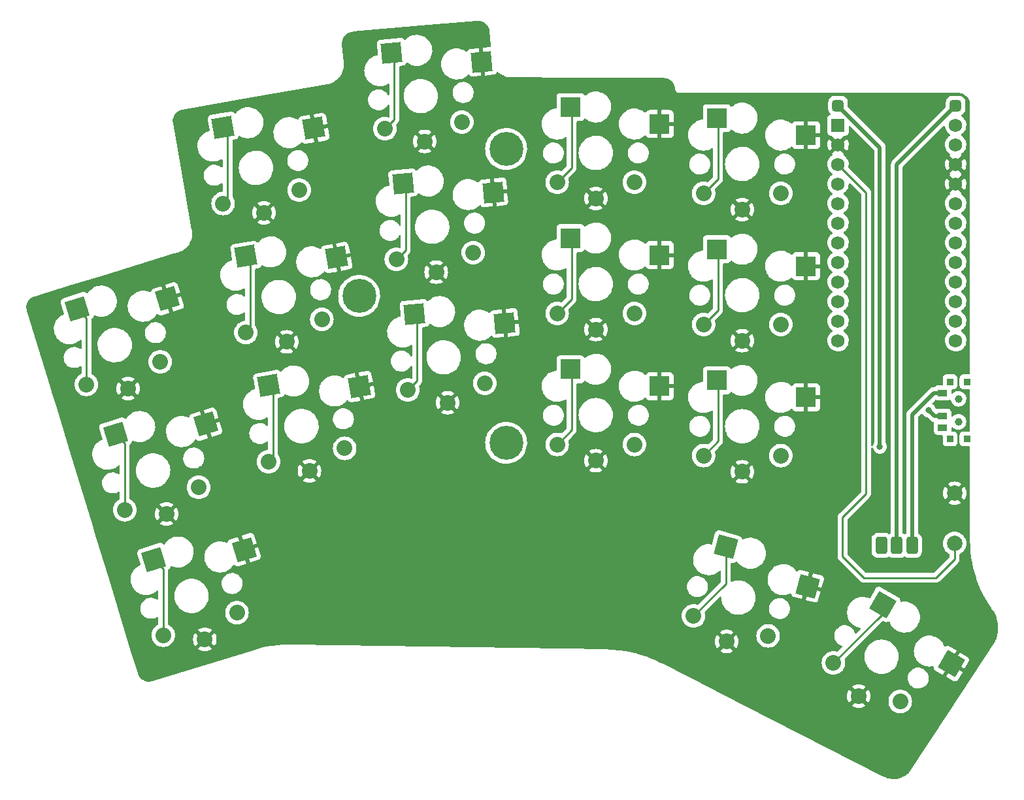
<source format=gbl>
%TF.GenerationSoftware,KiCad,Pcbnew,(6.0.4-0)*%
%TF.CreationDate,2022-04-27T13:57:14+02:00*%
%TF.ProjectId,duck,6475636b-2e6b-4696-9361-645f70636258,v1.0.0*%
%TF.SameCoordinates,Original*%
%TF.FileFunction,Copper,L2,Bot*%
%TF.FilePolarity,Positive*%
%FSLAX46Y46*%
G04 Gerber Fmt 4.6, Leading zero omitted, Abs format (unit mm)*
G04 Created by KiCad (PCBNEW (6.0.4-0)) date 2022-04-27 13:57:14*
%MOMM*%
%LPD*%
G01*
G04 APERTURE LIST*
G04 Aperture macros list*
%AMRoundRect*
0 Rectangle with rounded corners*
0 $1 Rounding radius*
0 $2 $3 $4 $5 $6 $7 $8 $9 X,Y pos of 4 corners*
0 Add a 4 corners polygon primitive as box body*
4,1,4,$2,$3,$4,$5,$6,$7,$8,$9,$2,$3,0*
0 Add four circle primitives for the rounded corners*
1,1,$1+$1,$2,$3*
1,1,$1+$1,$4,$5*
1,1,$1+$1,$6,$7*
1,1,$1+$1,$8,$9*
0 Add four rect primitives between the rounded corners*
20,1,$1+$1,$2,$3,$4,$5,0*
20,1,$1+$1,$4,$5,$6,$7,0*
20,1,$1+$1,$6,$7,$8,$9,0*
20,1,$1+$1,$8,$9,$2,$3,0*%
%AMRotRect*
0 Rectangle, with rotation*
0 The origin of the aperture is its center*
0 $1 length*
0 $2 width*
0 $3 Rotation angle, in degrees counterclockwise*
0 Add horizontal line*
21,1,$1,$2,0,0,$3*%
G04 Aperture macros list end*
%TA.AperFunction,ComponentPad*%
%ADD10RoundRect,0.375000X-0.375000X-0.750000X0.375000X-0.750000X0.375000X0.750000X-0.375000X0.750000X0*%
%TD*%
%TA.AperFunction,ComponentPad*%
%ADD11C,2.000000*%
%TD*%
%TA.AperFunction,SMDPad,CuDef*%
%ADD12RotRect,2.600000X2.600000X10.000000*%
%TD*%
%TA.AperFunction,ComponentPad*%
%ADD13C,2.032000*%
%TD*%
%TA.AperFunction,SMDPad,CuDef*%
%ADD14RotRect,2.600000X2.600000X5.000000*%
%TD*%
%TA.AperFunction,SMDPad,CuDef*%
%ADD15R,2.600000X2.600000*%
%TD*%
%TA.AperFunction,SMDPad,CuDef*%
%ADD16RotRect,2.600000X2.600000X330.000000*%
%TD*%
%TA.AperFunction,SMDPad,CuDef*%
%ADD17R,0.900000X0.900000*%
%TD*%
%TA.AperFunction,WasherPad*%
%ADD18C,1.000000*%
%TD*%
%TA.AperFunction,SMDPad,CuDef*%
%ADD19R,1.250000X0.900000*%
%TD*%
%TA.AperFunction,SMDPad,CuDef*%
%ADD20RotRect,2.600000X2.600000X17.000000*%
%TD*%
%TA.AperFunction,SMDPad,CuDef*%
%ADD21RotRect,2.600000X2.600000X345.000000*%
%TD*%
%TA.AperFunction,ComponentPad*%
%ADD22R,1.752600X1.752600*%
%TD*%
%TA.AperFunction,ComponentPad*%
%ADD23C,1.752600*%
%TD*%
%TA.AperFunction,ComponentPad*%
%ADD24RoundRect,0.375000X-0.375000X-0.375000X0.375000X-0.375000X0.375000X0.375000X-0.375000X0.375000X0*%
%TD*%
%TA.AperFunction,ComponentPad*%
%ADD25C,4.400000*%
%TD*%
%TA.AperFunction,ViaPad*%
%ADD26C,0.800000*%
%TD*%
%TA.AperFunction,Conductor*%
%ADD27C,0.250000*%
%TD*%
%TA.AperFunction,Conductor*%
%ADD28C,0.500000*%
%TD*%
G04 APERTURE END LIST*
D10*
%TO.P,PAD1,1*%
%TO.N,Braw*%
X152411087Y55816483D03*
X156411087Y55816483D03*
%TO.P,PAD1,2*%
%TO.N,Bminus*%
X154411087Y55816483D03*
%TD*%
D11*
%TO.P,B1,1*%
%TO.N,RST*%
X161911087Y56066483D03*
%TO.P,B1,2*%
%TO.N,GND*%
X161911087Y62566483D03*
%TD*%
D12*
%TO.P,S11,1*%
%TO.N,P0*%
X67128658Y110035975D03*
%TO.P,S11,2*%
%TO.N,GND*%
X78885213Y109875035D03*
%TD*%
D13*
%TO.P,S34,1*%
%TO.N,P8*%
X146198518Y40569316D03*
X154858772Y35569316D03*
%TO.P,S34,2*%
%TO.N,GND*%
X149478645Y36250663D03*
X149478645Y36250663D03*
%TD*%
D14*
%TO.P,S15,1*%
%TO.N,P18*%
X90440529Y102756090D03*
%TO.P,S15,2*%
%TO.N,GND*%
X102138320Y101571111D03*
%TD*%
D15*
%TO.P,S21,1*%
%TO.N,P16*%
X112136087Y95636017D03*
%TO.P,S21,2*%
%TO.N,GND*%
X123686087Y93436017D03*
%TD*%
D13*
%TO.P,S8,1*%
%TO.N,P3*%
X73026972Y66651093D03*
X82875050Y68387574D03*
%TO.P,S8,2*%
%TO.N,GND*%
X78315672Y65451237D03*
X78315672Y65451237D03*
%TD*%
%TO.P,S14,1*%
%TO.N,P1*%
X91053509Y75957538D03*
X101015456Y76829096D03*
%TO.P,S14,2*%
%TO.N,GND*%
X96217510Y74301308D03*
X96217510Y74301308D03*
%TD*%
%TO.P,S20,1*%
%TO.N,P14*%
X120411087Y68886017D03*
X110411087Y68886017D03*
%TO.P,S20,2*%
%TO.N,GND*%
X115411087Y66786017D03*
X115411087Y66786017D03*
%TD*%
%TO.P,S28,1*%
%TO.N,P20*%
X129377759Y84446289D03*
X139377759Y84446289D03*
%TO.P,S28,2*%
%TO.N,GND*%
X134377759Y82346289D03*
X134377759Y82346289D03*
%TD*%
%TO.P,S26,1*%
%TO.N,P19*%
X129377759Y67446289D03*
X139377759Y67446289D03*
%TO.P,S26,2*%
%TO.N,GND*%
X134377759Y65346289D03*
X134377759Y65346289D03*
%TD*%
D15*
%TO.P,S29,1*%
%TO.N,P21*%
X131102759Y111196289D03*
%TO.P,S29,2*%
%TO.N,GND*%
X142652759Y108996289D03*
%TD*%
D16*
%TO.P,S33,1*%
%TO.N,P8*%
X152567412Y48150564D03*
%TO.P,S33,2*%
%TO.N,GND*%
X161470005Y40470308D03*
%TD*%
D12*
%TO.P,S7,1*%
%TO.N,P3*%
X73032696Y76552511D03*
%TO.P,S7,2*%
%TO.N,GND*%
X84789251Y76391571D03*
%TD*%
D13*
%TO.P,S2,1*%
%TO.N,P6*%
X59359170Y44161364D03*
X68922217Y47085081D03*
%TO.P,S2,2*%
%TO.N,GND*%
X64754674Y43614983D03*
X64754674Y43614983D03*
%TD*%
D17*
%TO.P,T2,*%
%TO.N,*%
X163511087Y69616483D03*
X163511087Y77016483D03*
X161311087Y69616483D03*
X161311087Y77016483D03*
D18*
X162411087Y74816483D03*
X162411087Y71816483D03*
D19*
%TO.P,T2,1*%
%TO.N,Braw*%
X160336087Y75566483D03*
%TO.P,T2,2*%
%TO.N,Bplus*%
X160336087Y72566483D03*
%TO.P,T2,3*%
%TO.N,N/C*%
X160336087Y71066483D03*
%TD*%
D20*
%TO.P,S1,1*%
%TO.N,P6*%
X58158171Y53989677D03*
%TO.P,S1,2*%
%TO.N,GND*%
X69846709Y55262700D03*
%TD*%
%TO.P,S5,1*%
%TO.N,P4*%
X48217533Y86504039D03*
%TO.P,S5,2*%
%TO.N,GND*%
X59906071Y87777062D03*
%TD*%
D15*
%TO.P,S27,1*%
%TO.N,P20*%
X131102759Y94196289D03*
%TO.P,S27,2*%
%TO.N,GND*%
X142652759Y91996289D03*
%TD*%
D12*
%TO.P,S9,1*%
%TO.N,P2*%
X70080677Y93294243D03*
%TO.P,S9,2*%
%TO.N,GND*%
X81837232Y93133303D03*
%TD*%
D13*
%TO.P,S16,1*%
%TO.N,P18*%
X99533808Y93764406D03*
X89571861Y92892848D03*
%TO.P,S16,2*%
%TO.N,GND*%
X94735862Y91236618D03*
X94735862Y91236618D03*
%TD*%
%TO.P,S30,1*%
%TO.N,P21*%
X139377759Y101446289D03*
X129377759Y101446289D03*
%TO.P,S30,2*%
%TO.N,GND*%
X134377759Y99346289D03*
X134377759Y99346289D03*
%TD*%
D14*
%TO.P,S13,1*%
%TO.N,P1*%
X91922177Y85820780D03*
%TO.P,S13,2*%
%TO.N,GND*%
X103619968Y84635801D03*
%TD*%
D13*
%TO.P,S24,1*%
%TO.N,P10*%
X110411087Y102886017D03*
X120411087Y102886017D03*
%TO.P,S24,2*%
%TO.N,GND*%
X115411087Y100786017D03*
X115411087Y100786017D03*
%TD*%
D14*
%TO.P,S17,1*%
%TO.N,P15*%
X88958882Y119691400D03*
%TO.P,S17,2*%
%TO.N,GND*%
X100656673Y118506421D03*
%TD*%
D13*
%TO.P,S4,1*%
%TO.N,P5*%
X54388851Y60418545D03*
X63951898Y63342262D03*
%TO.P,S4,2*%
%TO.N,GND*%
X59784355Y59872164D03*
X59784355Y59872164D03*
%TD*%
%TO.P,S10,1*%
%TO.N,P2*%
X70074953Y83392825D03*
X79923031Y85129306D03*
%TO.P,S10,2*%
%TO.N,GND*%
X75363653Y82192969D03*
X75363653Y82192969D03*
%TD*%
%TO.P,S22,1*%
%TO.N,P16*%
X110411087Y85886017D03*
X120411087Y85886017D03*
%TO.P,S22,2*%
%TO.N,GND*%
X115411087Y83786017D03*
X115411087Y83786017D03*
%TD*%
D21*
%TO.P,S31,1*%
%TO.N,P7*%
X132267612Y55633629D03*
%TO.P,S31,2*%
%TO.N,GND*%
X142854654Y50519232D03*
%TD*%
D22*
%TO.P,MCU1,1*%
%TO.N,RAW*%
X146791087Y110286483D03*
D23*
%TO.P,MCU1,2*%
%TO.N,GND*%
X146791087Y107746483D03*
%TO.P,MCU1,3*%
%TO.N,RST*%
X146791087Y105206483D03*
%TO.P,MCU1,4*%
%TO.N,VCC*%
X146791087Y102666483D03*
%TO.P,MCU1,5*%
%TO.N,P21*%
X146791087Y100126483D03*
%TO.P,MCU1,6*%
%TO.N,P20*%
X146791087Y97586483D03*
%TO.P,MCU1,7*%
%TO.N,P19*%
X146791087Y95046483D03*
%TO.P,MCU1,8*%
%TO.N,P18*%
X146791087Y92506483D03*
%TO.P,MCU1,9*%
%TO.N,P15*%
X146791087Y89966483D03*
%TO.P,MCU1,10*%
%TO.N,P14*%
X146791087Y87426483D03*
%TO.P,MCU1,11*%
%TO.N,P16*%
X146791087Y84886483D03*
%TO.P,MCU1,12*%
%TO.N,P10*%
X146791087Y82346483D03*
%TO.P,MCU1,13*%
%TO.N,P1*%
X162031087Y110286483D03*
%TO.P,MCU1,14*%
%TO.N,P0*%
X162031087Y107746483D03*
%TO.P,MCU1,15*%
%TO.N,GND*%
X162031087Y105206483D03*
%TO.P,MCU1,16*%
X162031087Y102666483D03*
%TO.P,MCU1,17*%
%TO.N,P2*%
X162031087Y100126483D03*
%TO.P,MCU1,18*%
%TO.N,P3*%
X162031087Y97586483D03*
%TO.P,MCU1,19*%
%TO.N,P4*%
X162031087Y95046483D03*
%TO.P,MCU1,20*%
%TO.N,P5*%
X162031087Y92506483D03*
%TO.P,MCU1,21*%
%TO.N,P6*%
X162031087Y89966483D03*
%TO.P,MCU1,22*%
%TO.N,P7*%
X162031087Y87426483D03*
%TO.P,MCU1,23*%
%TO.N,P8*%
X162031087Y84886483D03*
%TO.P,MCU1,24*%
%TO.N,P9*%
X162031087Y82346483D03*
D24*
%TO.P,MCU1,25*%
%TO.N,Bplus*%
X146791087Y112826483D03*
%TO.N,Bminus*%
X162031087Y112826483D03*
%TD*%
D20*
%TO.P,S3,1*%
%TO.N,P5*%
X53187852Y70246858D03*
%TO.P,S3,2*%
%TO.N,GND*%
X64876390Y71519881D03*
%TD*%
D13*
%TO.P,S32,1*%
%TO.N,P7*%
X137737163Y44074125D03*
X128077904Y46662315D03*
%TO.P,S32,2*%
%TO.N,GND*%
X132364014Y43339776D03*
X132364014Y43339776D03*
%TD*%
D25*
%TO.P,REF\u002A\u002A,1*%
%TO.N,N/C*%
X84747220Y88141427D03*
X103797220Y69091427D03*
X103797220Y107191427D03*
%TD*%
D13*
%TO.P,S12,1*%
%TO.N,P0*%
X76971012Y101871038D03*
X67122934Y100134557D03*
%TO.P,S12,2*%
%TO.N,GND*%
X72411634Y98934701D03*
X72411634Y98934701D03*
%TD*%
D15*
%TO.P,S23,1*%
%TO.N,P10*%
X112136087Y112636017D03*
%TO.P,S23,2*%
%TO.N,GND*%
X123686087Y110436017D03*
%TD*%
%TO.P,S25,1*%
%TO.N,P19*%
X131102759Y77196289D03*
%TO.P,S25,2*%
%TO.N,GND*%
X142652759Y74996289D03*
%TD*%
D13*
%TO.P,S6,1*%
%TO.N,P4*%
X49418532Y76675726D03*
X58981579Y79599443D03*
%TO.P,S6,2*%
%TO.N,GND*%
X54814036Y76129345D03*
X54814036Y76129345D03*
%TD*%
D15*
%TO.P,S19,1*%
%TO.N,P14*%
X112136087Y78636017D03*
%TO.P,S19,2*%
%TO.N,GND*%
X123686087Y76436017D03*
%TD*%
D13*
%TO.P,S18,1*%
%TO.N,P15*%
X88090214Y109828158D03*
X98052161Y110699716D03*
%TO.P,S18,2*%
%TO.N,GND*%
X93254215Y108171928D03*
X93254215Y108171928D03*
%TD*%
D26*
%TO.N,Bplus*%
X158572200Y73304400D03*
X152222200Y68605400D03*
%TD*%
D27*
%TO.N,P6*%
X58158171Y53989677D02*
X59359170Y52788678D01*
X59359170Y52788678D02*
X59359170Y44161364D01*
%TO.N,P5*%
X53187852Y70246858D02*
X54388851Y69045859D01*
X54388851Y69045859D02*
X54388851Y60418545D01*
%TO.N,P4*%
X48217533Y86504039D02*
X49418532Y85303040D01*
X49418532Y85303040D02*
X49418532Y76675726D01*
%TO.N,P3*%
X73590450Y67214571D02*
X73026972Y66651093D01*
X73032696Y76552511D02*
X73590450Y75994757D01*
X73590450Y75994757D02*
X73590450Y67214571D01*
%TO.N,P2*%
X70638431Y83956303D02*
X70074953Y83392825D01*
X70638431Y92736489D02*
X70638431Y83956303D01*
X70080677Y93294243D02*
X70638431Y92736489D01*
%TO.N,P0*%
X67686412Y100698035D02*
X67122934Y100134557D01*
X67128658Y110035975D02*
X67686412Y109478221D01*
X67686412Y109478221D02*
X67686412Y100698035D01*
%TO.N,P1*%
X92270004Y77174033D02*
X91053509Y75957538D01*
X91922177Y85820780D02*
X92270004Y85472953D01*
X92270004Y85472953D02*
X92270004Y77174033D01*
%TO.N,P18*%
X90788356Y94109343D02*
X89571861Y92892848D01*
X90440529Y102756090D02*
X90788356Y102408263D01*
X90788356Y102408263D02*
X90788356Y94109343D01*
%TO.N,P15*%
X89306709Y111044653D02*
X88090214Y109828158D01*
X89306709Y119343573D02*
X89306709Y111044653D01*
X88958882Y119691400D02*
X89306709Y119343573D01*
%TO.N,P14*%
X112285608Y79029475D02*
X112285608Y70760538D01*
X112285608Y70760538D02*
X110411087Y68886017D01*
X112136087Y79178996D02*
X112285608Y79029475D01*
%TO.N,P16*%
X112136087Y96178996D02*
X112285608Y96029475D01*
X112285608Y96029475D02*
X112285608Y87760538D01*
X112285608Y87760538D02*
X110411087Y85886017D01*
%TO.N,P10*%
X112285608Y104760538D02*
X110411087Y102886017D01*
X112285608Y113029475D02*
X112285608Y104760538D01*
X112136087Y113178996D02*
X112285608Y113029475D01*
%TO.N,P19*%
X131252280Y77046768D02*
X131252280Y69320810D01*
X131252280Y69320810D02*
X129377759Y67446289D01*
X131102759Y77196289D02*
X131252280Y77046768D01*
%TO.N,P20*%
X131102759Y94196289D02*
X131252280Y94046768D01*
X131252280Y94046768D02*
X131252280Y86320810D01*
X131252280Y86320810D02*
X129377759Y84446289D01*
%TO.N,P21*%
X131252280Y103320810D02*
X129377759Y101446289D01*
X131102759Y111196289D02*
X131252280Y111046768D01*
X131252280Y111046768D02*
X131252280Y103320810D01*
%TO.N,P7*%
X132267612Y55633629D02*
X132267612Y50852023D01*
X132267612Y50852023D02*
X128077904Y46662315D01*
%TO.N,P8*%
X152567412Y46938210D02*
X146198518Y40569316D01*
X152567412Y48150564D02*
X152567412Y46938210D01*
%TO.N,RST*%
X150139400Y51612800D02*
X147370800Y54381400D01*
X150444200Y101553370D02*
X146791087Y105206483D01*
X147370800Y59461400D02*
X150444200Y62534800D01*
X159461200Y51612800D02*
X150139400Y51612800D01*
X161911087Y56066483D02*
X161911087Y54062687D01*
X161911087Y54062687D02*
X159461200Y51612800D01*
X147370800Y54381400D02*
X147370800Y59461400D01*
X150444200Y62534800D02*
X150444200Y101553370D01*
D28*
%TO.N,Bplus*%
X152222200Y107395370D02*
X146791087Y112826483D01*
X158572200Y73304400D02*
X159310117Y72566483D01*
X159310117Y72566483D02*
X160336087Y72566483D01*
X152222200Y68605400D02*
X152222200Y107395370D01*
%TO.N,Bminus*%
X154411087Y55816483D02*
X154411087Y105206483D01*
X154411087Y105206483D02*
X162031087Y112826483D01*
%TO.N,Braw*%
X156411087Y72766483D02*
X156411087Y55816483D01*
X159211087Y75566483D02*
X156411087Y72766483D01*
X160336087Y75566483D02*
X159211087Y75566483D01*
%TD*%
%TA.AperFunction,Conductor*%
%TO.N,GND*%
G36*
X100238520Y123814579D02*
G01*
X100431736Y123789922D01*
X100449359Y123786380D01*
X100637100Y123734476D01*
X100654041Y123728462D01*
X100718715Y123700159D01*
X100832489Y123650368D01*
X100848397Y123642006D01*
X101013917Y123539306D01*
X101028471Y123528767D01*
X101177687Y123403563D01*
X101190594Y123391060D01*
X101320478Y123245888D01*
X101331477Y123231670D01*
X101367354Y123177747D01*
X101439372Y123069501D01*
X101448236Y123053863D01*
X101459807Y123029556D01*
X101531955Y122877988D01*
X101538504Y122861246D01*
X101596340Y122675249D01*
X101600440Y122657745D01*
X101626064Y122497613D01*
X101626917Y122478990D01*
X101627498Y122471258D01*
X101626896Y122462305D01*
X101628830Y122453546D01*
X101628830Y122453545D01*
X101634823Y122426404D01*
X101637123Y122412152D01*
X101813953Y120695508D01*
X101828705Y120552294D01*
X101815788Y120482482D01*
X101767179Y120430736D01*
X101714350Y120413862D01*
X100770177Y120331257D01*
X100755384Y120325470D01*
X100754304Y120323979D01*
X100753310Y120316184D01*
X100887569Y118781592D01*
X101065705Y116745487D01*
X101071492Y116730694D01*
X101072983Y116729614D01*
X101080778Y116728620D01*
X102153814Y116822499D01*
X102160555Y116823459D01*
X102210751Y116833396D01*
X102225634Y116838340D01*
X102341690Y116893821D01*
X102356473Y116903680D01*
X102451498Y116988790D01*
X102462916Y117002398D01*
X102530230Y117110755D01*
X102537375Y117127031D01*
X102545097Y117154782D01*
X102582628Y117215047D01*
X102646784Y117245454D01*
X102717194Y117236349D01*
X102751611Y117213899D01*
X102833379Y117138970D01*
X102920524Y117059113D01*
X102923435Y117057001D01*
X103149561Y116892935D01*
X103149569Y116892930D01*
X103152477Y116890820D01*
X103402086Y116750035D01*
X103405385Y116748643D01*
X103405394Y116748638D01*
X103662787Y116639989D01*
X103662792Y116639987D01*
X103666102Y116638590D01*
X103941092Y116557933D01*
X103944641Y116557319D01*
X103944643Y116557319D01*
X104219929Y116509728D01*
X104219935Y116509727D01*
X104223477Y116509115D01*
X104321192Y116503533D01*
X104474877Y116494753D01*
X104488591Y116493213D01*
X104497033Y116491792D01*
X104503365Y116491715D01*
X104504720Y116491698D01*
X104504724Y116491698D01*
X104509585Y116491639D01*
X104514403Y116492329D01*
X104514405Y116492329D01*
X104535783Y116495390D01*
X104554211Y116496661D01*
X112303500Y116461692D01*
X124156952Y116408204D01*
X124175754Y116406706D01*
X124200894Y116402792D01*
X124212785Y116404347D01*
X124215163Y116404658D01*
X124241228Y116405346D01*
X124274216Y116402792D01*
X124427082Y116390956D01*
X124446304Y116387961D01*
X124651478Y116339519D01*
X124670013Y116333600D01*
X124684287Y116327792D01*
X124858139Y116257053D01*
X124865283Y116254146D01*
X124882684Y116245443D01*
X124936520Y116213098D01*
X125063384Y116136876D01*
X125079239Y116125598D01*
X125093728Y116113503D01*
X125241078Y115990496D01*
X125255002Y115976916D01*
X125394105Y115818513D01*
X125405778Y115802943D01*
X125518836Y115625004D01*
X125527971Y115607826D01*
X125528186Y115607334D01*
X125573760Y115502893D01*
X125612280Y115414616D01*
X125618662Y115396234D01*
X125672221Y115192334D01*
X125675696Y115173188D01*
X125694000Y114994861D01*
X125693769Y114977795D01*
X125693893Y114977797D01*
X125694007Y114968822D01*
X125692848Y114959919D01*
X125694234Y114951050D01*
X125694234Y114951048D01*
X125696182Y114938585D01*
X125697691Y114918362D01*
X125697559Y114896762D01*
X125704227Y114873431D01*
X125706803Y114864418D01*
X125710142Y114849250D01*
X125710407Y114847558D01*
X125715337Y114816008D01*
X125719155Y114807887D01*
X125719156Y114807885D01*
X125724528Y114796460D01*
X125731651Y114777475D01*
X125735117Y114765347D01*
X125735120Y114765340D01*
X125737586Y114756712D01*
X125742376Y114749120D01*
X125742378Y114749116D01*
X125755537Y114728260D01*
X125763001Y114714637D01*
X125777315Y114684194D01*
X125783260Y114677470D01*
X125783264Y114677464D01*
X125791621Y114668012D01*
X125803784Y114651793D01*
X125810519Y114641119D01*
X125810521Y114641116D01*
X125815311Y114633525D01*
X125840528Y114611254D01*
X125851509Y114600279D01*
X125873796Y114575072D01*
X125881391Y114570286D01*
X125881393Y114570284D01*
X125892073Y114563553D01*
X125908304Y114551397D01*
X125924486Y114537105D01*
X125932610Y114533291D01*
X125932611Y114533290D01*
X125954930Y114522811D01*
X125968554Y114515357D01*
X125989431Y114502201D01*
X125989437Y114502198D01*
X125997026Y114497416D01*
X126005657Y114494955D01*
X126005658Y114494954D01*
X126017799Y114491491D01*
X126036788Y114484379D01*
X126048207Y114479018D01*
X126056335Y114475202D01*
X126089573Y114470027D01*
X126104746Y114466695D01*
X126137099Y114457468D01*
X126213902Y114457980D01*
X126214742Y114457983D01*
X162361723Y114457983D01*
X162381108Y114456483D01*
X162395941Y114454173D01*
X162395945Y114454173D01*
X162404814Y114452792D01*
X162420070Y114454787D01*
X162445392Y114455530D01*
X162579058Y114445971D01*
X162614361Y114443446D01*
X162632156Y114440888D01*
X162822490Y114399484D01*
X162839739Y114394419D01*
X162875058Y114381246D01*
X163022244Y114326349D01*
X163038589Y114318884D01*
X163064640Y114304659D01*
X163209548Y114225533D01*
X163224671Y114215814D01*
X163380603Y114099085D01*
X163394189Y114087312D01*
X163531914Y113949587D01*
X163543687Y113936001D01*
X163660419Y113780065D01*
X163670136Y113764945D01*
X163763484Y113593986D01*
X163770952Y113577635D01*
X163839024Y113395126D01*
X163844084Y113377891D01*
X163881739Y113204789D01*
X163885488Y113187554D01*
X163888046Y113169760D01*
X163899623Y113007871D01*
X163898879Y112989955D01*
X163898777Y112981634D01*
X163897396Y112972763D01*
X163898560Y112963860D01*
X163898560Y112963855D01*
X163901523Y112941193D01*
X163902587Y112924857D01*
X163902587Y78100983D01*
X163882585Y78032862D01*
X163828929Y77986369D01*
X163776587Y77974983D01*
X163012953Y77974983D01*
X162950771Y77968228D01*
X162814382Y77917098D01*
X162697826Y77829744D01*
X162610472Y77713188D01*
X162559342Y77576799D01*
X162552587Y77514617D01*
X162552587Y76518349D01*
X162559342Y76456167D01*
X162610472Y76319778D01*
X162697826Y76203222D01*
X162814382Y76115868D01*
X162950771Y76064738D01*
X163012953Y76057983D01*
X163776587Y76057983D01*
X163844708Y76037981D01*
X163891201Y75984325D01*
X163902587Y75931983D01*
X163902587Y70700983D01*
X163882585Y70632862D01*
X163828929Y70586369D01*
X163776587Y70574983D01*
X163012953Y70574983D01*
X162950771Y70568228D01*
X162814382Y70517098D01*
X162697826Y70429744D01*
X162610472Y70313188D01*
X162559342Y70176799D01*
X162552587Y70114617D01*
X162552587Y69118349D01*
X162559342Y69056167D01*
X162610472Y68919778D01*
X162697826Y68803222D01*
X162814382Y68715868D01*
X162950771Y68664738D01*
X163012953Y68657983D01*
X163776587Y68657983D01*
X163844708Y68637981D01*
X163891201Y68584325D01*
X163902587Y68531983D01*
X163902587Y56538278D01*
X163900841Y56517373D01*
X163897511Y56497580D01*
X163897358Y56485028D01*
X163898047Y56480214D01*
X163898364Y56475353D01*
X163898211Y56475343D01*
X163898713Y56469300D01*
X163915393Y55757918D01*
X163915495Y55756471D01*
X163966399Y55033875D01*
X163966401Y55033853D01*
X163966503Y55032406D01*
X163966676Y55030938D01*
X163966677Y55030926D01*
X164051390Y54311560D01*
X164051393Y54311538D01*
X164051564Y54310087D01*
X164123238Y53877270D01*
X164167286Y53611277D01*
X164170387Y53592549D01*
X164322712Y52881369D01*
X164508204Y52178110D01*
X164508649Y52176696D01*
X164508652Y52176685D01*
X164705452Y51551085D01*
X164726455Y51484319D01*
X164726968Y51482920D01*
X164726969Y51482918D01*
X164743769Y51437132D01*
X164976986Y50801520D01*
X165071297Y50577550D01*
X165258686Y50132540D01*
X165258696Y50132517D01*
X165259245Y50131214D01*
X165572612Y49474875D01*
X165916399Y48833946D01*
X165917162Y48832671D01*
X166285625Y48216894D01*
X166289849Y48209834D01*
X166290658Y48208615D01*
X166290664Y48208606D01*
X166645496Y47674170D01*
X166692142Y47603913D01*
X166693013Y47602727D01*
X166693015Y47602723D01*
X167083547Y47070458D01*
X167097854Y47045362D01*
X167218584Y46762357D01*
X167222309Y46752502D01*
X167339921Y46397100D01*
X167342810Y46386968D01*
X167430319Y46022985D01*
X167432352Y46012647D01*
X167489148Y45642610D01*
X167490309Y45632138D01*
X167515990Y45258670D01*
X167516273Y45248137D01*
X167510662Y44873818D01*
X167510064Y44863300D01*
X167473201Y44490757D01*
X167471726Y44480325D01*
X167460529Y44419579D01*
X167412936Y44161364D01*
X167403867Y44112162D01*
X167401527Y44101899D01*
X167303149Y43740698D01*
X167299961Y43730666D01*
X167197088Y43448454D01*
X167188529Y43424975D01*
X167175486Y43398990D01*
X161044685Y34058541D01*
X155972678Y26331195D01*
X155951576Y26306630D01*
X155774578Y26147521D01*
X155764152Y26139106D01*
X155646953Y26054399D01*
X155529747Y25969688D01*
X155518496Y25962436D01*
X155267434Y25818872D01*
X155255475Y25812853D01*
X154990579Y25696756D01*
X154978051Y25692043D01*
X154883333Y25662050D01*
X154702339Y25604737D01*
X154689369Y25601377D01*
X154620020Y25587299D01*
X154405941Y25543841D01*
X154392699Y25541879D01*
X154190630Y25522850D01*
X154104759Y25514764D01*
X154091371Y25514219D01*
X153918124Y25516385D01*
X153802195Y25517834D01*
X153788827Y25518713D01*
X153501651Y25553016D01*
X153488453Y25555311D01*
X153334288Y25590640D01*
X153206564Y25619910D01*
X153193681Y25623593D01*
X152920240Y25717763D01*
X152907821Y25722793D01*
X152678761Y25830087D01*
X152656391Y25843553D01*
X152655029Y25844579D01*
X152655027Y25844580D01*
X152647856Y25849983D01*
X152639458Y25853156D01*
X152639456Y25853157D01*
X152612359Y25863394D01*
X152599578Y25869051D01*
X134709500Y35006357D01*
X148599169Y35006357D01*
X148604896Y34998707D01*
X148780404Y34891156D01*
X148789198Y34886675D01*
X149001674Y34798665D01*
X149011059Y34795616D01*
X149234689Y34741926D01*
X149244436Y34740383D01*
X149473715Y34722338D01*
X149483575Y34722338D01*
X149712854Y34740383D01*
X149722601Y34741926D01*
X149946231Y34795616D01*
X149955616Y34798665D01*
X150168092Y34886675D01*
X150176886Y34891156D01*
X150348728Y34996460D01*
X150358188Y35006916D01*
X150354404Y35015694D01*
X149491457Y35878641D01*
X149477513Y35886255D01*
X149475680Y35886124D01*
X149469065Y35881873D01*
X148605929Y35018737D01*
X148599169Y35006357D01*
X134709500Y35006357D01*
X132282906Y36245733D01*
X147950320Y36245733D01*
X147968365Y36016454D01*
X147969908Y36006707D01*
X148023598Y35783077D01*
X148026647Y35773692D01*
X148114657Y35561216D01*
X148119138Y35552422D01*
X148224442Y35380580D01*
X148234898Y35371120D01*
X148243676Y35374904D01*
X149106623Y36237851D01*
X149113001Y36249531D01*
X149843053Y36249531D01*
X149843184Y36247698D01*
X149847435Y36241083D01*
X150710571Y35377947D01*
X150722951Y35371187D01*
X150730601Y35376914D01*
X150838152Y35552422D01*
X150842633Y35561216D01*
X150845988Y35569316D01*
X153329558Y35569316D01*
X153348385Y35330094D01*
X153349539Y35325287D01*
X153349540Y35325281D01*
X153384815Y35178353D01*
X153404403Y35096763D01*
X153406296Y35092192D01*
X153406297Y35092190D01*
X153445950Y34996460D01*
X153496232Y34875067D01*
X153621612Y34670467D01*
X153777454Y34487998D01*
X153959923Y34332156D01*
X154164523Y34206776D01*
X154169093Y34204883D01*
X154169095Y34204882D01*
X154381646Y34116841D01*
X154386219Y34114947D01*
X154467809Y34095359D01*
X154614737Y34060084D01*
X154614743Y34060083D01*
X154619550Y34058929D01*
X154858772Y34040102D01*
X155097994Y34058929D01*
X155102801Y34060083D01*
X155102807Y34060084D01*
X155249735Y34095359D01*
X155331325Y34114947D01*
X155335898Y34116841D01*
X155548449Y34204882D01*
X155548451Y34204883D01*
X155553021Y34206776D01*
X155757621Y34332156D01*
X155940090Y34487998D01*
X156095932Y34670467D01*
X156221312Y34875067D01*
X156271595Y34996460D01*
X156311247Y35092190D01*
X156311248Y35092192D01*
X156313141Y35096763D01*
X156332729Y35178353D01*
X156368004Y35325281D01*
X156368005Y35325287D01*
X156369159Y35330094D01*
X156387986Y35569316D01*
X156369159Y35808538D01*
X156368005Y35813345D01*
X156368004Y35813351D01*
X156321583Y36006707D01*
X156313141Y36041869D01*
X156231963Y36237851D01*
X156223206Y36258993D01*
X156223205Y36258995D01*
X156221312Y36263565D01*
X156095932Y36468165D01*
X155940090Y36650634D01*
X155757621Y36806476D01*
X155553021Y36931856D01*
X155548451Y36933749D01*
X155548449Y36933750D01*
X155335898Y37021791D01*
X155335896Y37021792D01*
X155331325Y37023685D01*
X155249735Y37043273D01*
X155102807Y37078548D01*
X155102801Y37078549D01*
X155097994Y37079703D01*
X154858772Y37098530D01*
X154619550Y37079703D01*
X154614743Y37078549D01*
X154614737Y37078548D01*
X154467809Y37043273D01*
X154386219Y37023685D01*
X154381648Y37021792D01*
X154381646Y37021791D01*
X154169095Y36933750D01*
X154169093Y36933749D01*
X154164523Y36931856D01*
X153959923Y36806476D01*
X153777454Y36650634D01*
X153621612Y36468165D01*
X153496232Y36263565D01*
X153494339Y36258995D01*
X153494338Y36258993D01*
X153485581Y36237851D01*
X153404403Y36041869D01*
X153395961Y36006707D01*
X153349540Y35813351D01*
X153349539Y35813345D01*
X153348385Y35808538D01*
X153329558Y35569316D01*
X150845988Y35569316D01*
X150930643Y35773692D01*
X150933692Y35783077D01*
X150987382Y36006707D01*
X150988925Y36016454D01*
X151006970Y36245733D01*
X151006970Y36255593D01*
X150988925Y36484872D01*
X150987382Y36494619D01*
X150933692Y36718249D01*
X150930643Y36727634D01*
X150842633Y36940110D01*
X150838152Y36948904D01*
X150732848Y37120746D01*
X150722392Y37130206D01*
X150713614Y37126422D01*
X149850667Y36263475D01*
X149843053Y36249531D01*
X149113001Y36249531D01*
X149114237Y36251795D01*
X149114106Y36253628D01*
X149109855Y36260243D01*
X148246719Y37123379D01*
X148234339Y37130139D01*
X148226689Y37124412D01*
X148119138Y36948904D01*
X148114657Y36940110D01*
X148026647Y36727634D01*
X148023598Y36718249D01*
X147969908Y36494619D01*
X147968365Y36484872D01*
X147950320Y36255593D01*
X147950320Y36245733D01*
X132282906Y36245733D01*
X129838101Y37494410D01*
X148599102Y37494410D01*
X148602886Y37485632D01*
X149465833Y36622685D01*
X149479777Y36615071D01*
X149481610Y36615202D01*
X149488225Y36619453D01*
X150351361Y37482589D01*
X150358121Y37494969D01*
X150352394Y37502619D01*
X150176886Y37610170D01*
X150168092Y37614651D01*
X149955616Y37702661D01*
X149946231Y37705710D01*
X149722601Y37759400D01*
X149712854Y37760943D01*
X149483575Y37778988D01*
X149473715Y37778988D01*
X149244436Y37760943D01*
X149234689Y37759400D01*
X149011059Y37705710D01*
X149001674Y37702661D01*
X148789198Y37614651D01*
X148780404Y37610170D01*
X148608562Y37504866D01*
X148599102Y37494410D01*
X129838101Y37494410D01*
X128353989Y38252416D01*
X127527621Y38674481D01*
X155828985Y38674481D01*
X155837639Y38443945D01*
X155885013Y38218163D01*
X155886971Y38213204D01*
X155886972Y38213202D01*
X155914193Y38144275D01*
X155969752Y38003591D01*
X156089432Y37806364D01*
X156092929Y37802334D01*
X156179553Y37702509D01*
X156240632Y37632121D01*
X156244763Y37628734D01*
X156414900Y37489229D01*
X156414906Y37489225D01*
X156419028Y37485845D01*
X156619520Y37371719D01*
X156624536Y37369898D01*
X156624541Y37369896D01*
X156831360Y37294824D01*
X156831364Y37294823D01*
X156836375Y37293004D01*
X156841624Y37292055D01*
X156841627Y37292054D01*
X157059308Y37252691D01*
X157059315Y37252690D01*
X157063392Y37251953D01*
X157081129Y37251117D01*
X157086077Y37250883D01*
X157086084Y37250883D01*
X157087565Y37250813D01*
X157249710Y37250813D01*
X157316666Y37256494D01*
X157416347Y37264952D01*
X157416351Y37264953D01*
X157421658Y37265403D01*
X157426813Y37266741D01*
X157426819Y37266742D01*
X157639788Y37322018D01*
X157639792Y37322019D01*
X157644957Y37323360D01*
X157649823Y37325552D01*
X157649826Y37325553D01*
X157850434Y37415920D01*
X157855300Y37418112D01*
X157859720Y37421088D01*
X157859724Y37421090D01*
X157984159Y37504866D01*
X158046670Y37546951D01*
X158213597Y37706191D01*
X158351306Y37891279D01*
X158406090Y37999030D01*
X158453443Y38092167D01*
X158453443Y38092168D01*
X158455862Y38096925D01*
X158495128Y38223382D01*
X158522690Y38312143D01*
X158522691Y38312149D01*
X158524274Y38317246D01*
X158545545Y38477739D01*
X158553885Y38540660D01*
X158553885Y38540665D01*
X158554585Y38545945D01*
X158545931Y38776481D01*
X158545657Y38777789D01*
X160791289Y38777789D01*
X160791892Y38776049D01*
X160797708Y38770762D01*
X161730527Y38232198D01*
X161736610Y38229112D01*
X161783422Y38208465D01*
X161798450Y38203977D01*
X161925336Y38182858D01*
X161943108Y38182455D01*
X162069761Y38197669D01*
X162086923Y38202268D01*
X162204209Y38252416D01*
X162219402Y38261654D01*
X162318726Y38343383D01*
X162329500Y38354787D01*
X162359713Y38396068D01*
X162363444Y38401792D01*
X162899720Y39330649D01*
X162903465Y39346084D01*
X162902862Y39347824D01*
X162897046Y39353111D01*
X161578664Y40114280D01*
X161563229Y40118025D01*
X161561489Y40117422D01*
X161556202Y40111606D01*
X160795034Y38793224D01*
X160791289Y38777789D01*
X158545657Y38777789D01*
X158498557Y39002263D01*
X158476179Y39058929D01*
X158450678Y39123501D01*
X158413818Y39216835D01*
X158306902Y39393028D01*
X158296907Y39409499D01*
X158296906Y39409500D01*
X158294138Y39414062D01*
X158207213Y39514235D01*
X158146438Y39584272D01*
X158146436Y39584274D01*
X158142938Y39588305D01*
X158047330Y39666699D01*
X157968670Y39731197D01*
X157968664Y39731201D01*
X157964542Y39734581D01*
X157764050Y39848707D01*
X157759034Y39850528D01*
X157759029Y39850530D01*
X157552210Y39925602D01*
X157552206Y39925603D01*
X157547195Y39927422D01*
X157541946Y39928371D01*
X157541943Y39928372D01*
X157324262Y39967735D01*
X157324255Y39967736D01*
X157320178Y39968473D01*
X157302441Y39969309D01*
X157297493Y39969543D01*
X157297486Y39969543D01*
X157296005Y39969613D01*
X157133860Y39969613D01*
X157066904Y39963932D01*
X156967223Y39955474D01*
X156967219Y39955473D01*
X156961912Y39955023D01*
X156956757Y39953685D01*
X156956751Y39953684D01*
X156743782Y39898408D01*
X156743778Y39898407D01*
X156738613Y39897066D01*
X156733747Y39894874D01*
X156733744Y39894873D01*
X156641655Y39853390D01*
X156528270Y39802314D01*
X156523850Y39799338D01*
X156523846Y39799336D01*
X156512344Y39791592D01*
X156336900Y39673475D01*
X156169973Y39514235D01*
X156166785Y39509950D01*
X156050094Y39353111D01*
X156032264Y39329147D01*
X156029849Y39324397D01*
X155934680Y39137213D01*
X155927708Y39123501D01*
X155901964Y39040593D01*
X155860880Y38908283D01*
X155860879Y38908277D01*
X155859296Y38903180D01*
X155828985Y38674481D01*
X127527621Y38674481D01*
X124030654Y40460547D01*
X124010975Y40473016D01*
X124003635Y40478682D01*
X124003633Y40478683D01*
X123999787Y40481652D01*
X123988788Y40487702D01*
X123984215Y40489363D01*
X123981133Y40490761D01*
X123976453Y40493001D01*
X123825090Y40569316D01*
X144669304Y40569316D01*
X144688131Y40330094D01*
X144689285Y40325287D01*
X144689286Y40325281D01*
X144701772Y40273274D01*
X144744149Y40096763D01*
X144746042Y40092192D01*
X144746043Y40092190D01*
X144802673Y39955474D01*
X144835978Y39875067D01*
X144961358Y39670467D01*
X145117200Y39487998D01*
X145120962Y39484785D01*
X145275134Y39353111D01*
X145299669Y39332156D01*
X145504269Y39206776D01*
X145508839Y39204883D01*
X145508841Y39204882D01*
X145721392Y39116841D01*
X145725965Y39114947D01*
X145807555Y39095359D01*
X145954483Y39060084D01*
X145954489Y39060083D01*
X145959296Y39058929D01*
X146198518Y39040102D01*
X146437740Y39058929D01*
X146442547Y39060083D01*
X146442553Y39060084D01*
X146589481Y39095359D01*
X146671071Y39114947D01*
X146675644Y39116841D01*
X146888195Y39204882D01*
X146888197Y39204883D01*
X146892767Y39206776D01*
X147097367Y39332156D01*
X147121903Y39353111D01*
X147276074Y39484785D01*
X147279836Y39487998D01*
X147435678Y39670467D01*
X147561058Y39875067D01*
X147594364Y39955474D01*
X147650993Y40092190D01*
X147650994Y40092192D01*
X147652887Y40096763D01*
X147695264Y40273274D01*
X147707750Y40325281D01*
X147707751Y40325287D01*
X147708905Y40330094D01*
X147727732Y40569316D01*
X147708905Y40808538D01*
X147707751Y40813345D01*
X147707750Y40813351D01*
X147652887Y41041869D01*
X147655110Y41042403D01*
X147653331Y41103894D01*
X147686108Y41161002D01*
X147838660Y41313554D01*
X150201159Y41313554D01*
X150201522Y41309406D01*
X150201522Y41309402D01*
X150210511Y41206656D01*
X150226897Y41019364D01*
X150227807Y41015292D01*
X150227808Y41015287D01*
X150290032Y40736913D01*
X150291317Y40731163D01*
X150393289Y40454014D01*
X150531019Y40192786D01*
X150533439Y40189381D01*
X150699664Y39955478D01*
X150699667Y39955474D01*
X150702088Y39952068D01*
X150704932Y39949018D01*
X150704937Y39949012D01*
X150851171Y39792195D01*
X150903491Y39736089D01*
X151131690Y39548645D01*
X151382674Y39393028D01*
X151652035Y39271972D01*
X151935040Y39187605D01*
X151939160Y39186952D01*
X151939162Y39186952D01*
X152223237Y39141958D01*
X152223243Y39141957D01*
X152226718Y39141407D01*
X152251277Y39140292D01*
X152317662Y39137277D01*
X152317683Y39137277D01*
X152319082Y39137213D01*
X152503546Y39137213D01*
X152723309Y39151810D01*
X152727408Y39152636D01*
X152727412Y39152637D01*
X152906176Y39188682D01*
X153012796Y39210180D01*
X153292020Y39306325D01*
X153461734Y39391311D01*
X153552340Y39436683D01*
X153552342Y39436684D01*
X153556076Y39438554D01*
X153800323Y39604545D01*
X153807334Y39610813D01*
X153950860Y39739141D01*
X154020472Y39801381D01*
X154058770Y39846064D01*
X154209934Y40022429D01*
X154209937Y40022433D01*
X154212654Y40025603D01*
X154214928Y40029105D01*
X154214932Y40029110D01*
X154371215Y40269764D01*
X154371218Y40269769D01*
X154373494Y40273274D01*
X154500164Y40540041D01*
X154505451Y40556506D01*
X154589160Y40817230D01*
X154589160Y40817231D01*
X154590440Y40821217D01*
X154620727Y40989546D01*
X154641996Y41107754D01*
X154641997Y41107759D01*
X154642735Y41111863D01*
X154644967Y41161002D01*
X154655942Y41402702D01*
X154655942Y41402707D01*
X154656131Y41406872D01*
X154649241Y41485632D01*
X154630757Y41696901D01*
X154630393Y41701062D01*
X154607550Y41803258D01*
X154566885Y41985185D01*
X154566883Y41985192D01*
X154565973Y41989263D01*
X154496503Y42178075D01*
X156621594Y42178075D01*
X156621747Y42173687D01*
X156621747Y42173681D01*
X156631194Y41903165D01*
X156631397Y41897350D01*
X156632159Y41893027D01*
X156632160Y41893020D01*
X156633622Y41884729D01*
X156680174Y41620721D01*
X156766975Y41353573D01*
X156768903Y41349620D01*
X156768905Y41349615D01*
X156810875Y41263565D01*
X156890112Y41101106D01*
X156892567Y41097467D01*
X156892570Y41097461D01*
X156947997Y41015287D01*
X157047187Y40868232D01*
X157050132Y40864961D01*
X157050133Y40864960D01*
X157092173Y40818270D01*
X157235143Y40659486D01*
X157450322Y40478929D01*
X157688536Y40330077D01*
X157945147Y40215826D01*
X158215162Y40138401D01*
X158219512Y40137790D01*
X158219515Y40137789D01*
X158322462Y40123321D01*
X158493324Y40099308D01*
X158703918Y40099308D01*
X158706104Y40099461D01*
X158706108Y40099461D01*
X158909599Y40113690D01*
X158909604Y40113691D01*
X158913984Y40113997D01*
X159030338Y40138729D01*
X159101128Y40133327D01*
X159157760Y40090510D01*
X159182254Y40023873D01*
X159182502Y40012621D01*
X159182152Y39997205D01*
X159197366Y39870552D01*
X159201965Y39853390D01*
X159252113Y39736104D01*
X159261351Y39720911D01*
X159343080Y39621587D01*
X159354484Y39610813D01*
X159395765Y39580600D01*
X159401489Y39576869D01*
X160330346Y39040593D01*
X160345781Y39036848D01*
X160347521Y39037451D01*
X160352808Y39043267D01*
X161136318Y40400344D01*
X161230535Y40563533D01*
X161822288Y40563533D01*
X161822891Y40561793D01*
X161828707Y40556506D01*
X163147089Y39795337D01*
X163162524Y39791592D01*
X163164264Y39792195D01*
X163169551Y39798011D01*
X163708115Y40730830D01*
X163711201Y40736913D01*
X163731848Y40783725D01*
X163736336Y40798753D01*
X163757455Y40925639D01*
X163757858Y40943411D01*
X163742644Y41070064D01*
X163738045Y41087226D01*
X163687897Y41204512D01*
X163678659Y41219705D01*
X163596930Y41319029D01*
X163585526Y41329803D01*
X163544245Y41360016D01*
X163538521Y41363747D01*
X162609664Y41900023D01*
X162594229Y41903768D01*
X162592489Y41903165D01*
X162587202Y41897350D01*
X161826033Y40578968D01*
X161822288Y40563533D01*
X161230535Y40563533D01*
X162144976Y42147392D01*
X162148721Y42162827D01*
X162148118Y42164567D01*
X162142302Y42169854D01*
X161209483Y42708418D01*
X161203400Y42711504D01*
X161156588Y42732151D01*
X161141560Y42736639D01*
X161014674Y42757758D01*
X160996902Y42758161D01*
X160870249Y42742947D01*
X160853087Y42738348D01*
X160735797Y42688198D01*
X160722619Y42680186D01*
X160654021Y42661887D01*
X160586420Y42683580D01*
X160541278Y42738377D01*
X160537327Y42748912D01*
X160533759Y42759895D01*
X160500569Y42862043D01*
X160496739Y42869897D01*
X160392406Y43083808D01*
X160377432Y43114510D01*
X160374977Y43118149D01*
X160374974Y43118155D01*
X160280143Y43258747D01*
X160220357Y43347384D01*
X160194904Y43375653D01*
X160054462Y43531629D01*
X160032401Y43556130D01*
X160000291Y43583074D01*
X159874278Y43688811D01*
X159817222Y43736687D01*
X159579008Y43885539D01*
X159358372Y43983773D01*
X159326411Y43998003D01*
X159326409Y43998004D01*
X159322397Y43999790D01*
X159052382Y44077215D01*
X159048032Y44077826D01*
X159048029Y44077827D01*
X158945082Y44092295D01*
X158774220Y44116308D01*
X158563626Y44116308D01*
X158561440Y44116155D01*
X158561436Y44116155D01*
X158357945Y44101926D01*
X158357940Y44101925D01*
X158353560Y44101619D01*
X158078802Y44043217D01*
X158074673Y44041714D01*
X158074669Y44041713D01*
X157818991Y43948654D01*
X157818987Y43948652D01*
X157814846Y43947145D01*
X157566830Y43815272D01*
X157563271Y43812686D01*
X157563269Y43812685D01*
X157392771Y43688811D01*
X157339580Y43650166D01*
X157336416Y43647110D01*
X157336413Y43647108D01*
X157260692Y43573985D01*
X157137520Y43455039D01*
X156964584Y43233690D01*
X156962388Y43229886D01*
X156962383Y43229879D01*
X156849131Y43033720D01*
X156824136Y42990427D01*
X156718910Y42729984D01*
X156717845Y42725711D01*
X156717844Y42725709D01*
X156652597Y42464017D01*
X156650955Y42457432D01*
X156650496Y42453064D01*
X156650495Y42453059D01*
X156630878Y42266412D01*
X156621594Y42178075D01*
X154496503Y42178075D01*
X154464001Y42266412D01*
X154438685Y42314429D01*
X154380745Y42424321D01*
X154326271Y42527640D01*
X154239766Y42649365D01*
X154157626Y42764948D01*
X154157621Y42764954D01*
X154155202Y42768358D01*
X154152358Y42771408D01*
X154152353Y42771414D01*
X153956645Y42981285D01*
X153953799Y42984337D01*
X153725600Y43171781D01*
X153474616Y43327398D01*
X153468391Y43330196D01*
X153367244Y43375653D01*
X153205255Y43448454D01*
X152922250Y43532821D01*
X152918130Y43533474D01*
X152918128Y43533474D01*
X152634053Y43578468D01*
X152634047Y43578469D01*
X152630572Y43579019D01*
X152606013Y43580134D01*
X152539628Y43583149D01*
X152539607Y43583149D01*
X152538208Y43583213D01*
X152353744Y43583213D01*
X152133981Y43568616D01*
X152129882Y43567790D01*
X152129878Y43567789D01*
X151987284Y43539037D01*
X151844494Y43510246D01*
X151565270Y43414101D01*
X151561542Y43412234D01*
X151350124Y43306364D01*
X151301214Y43281872D01*
X151056967Y43115881D01*
X151053853Y43113097D01*
X151053852Y43113096D01*
X151045431Y43105567D01*
X150836818Y42919045D01*
X150834101Y42915875D01*
X150834100Y42915874D01*
X150654079Y42705840D01*
X150644636Y42694823D01*
X150642362Y42691321D01*
X150642358Y42691316D01*
X150490472Y42457432D01*
X150483796Y42447152D01*
X150482002Y42443374D01*
X150482001Y42443372D01*
X150447483Y42370677D01*
X150357126Y42180385D01*
X150355847Y42176402D01*
X150355846Y42176399D01*
X150291437Y41975788D01*
X150266850Y41899209D01*
X150264793Y41887778D01*
X150216743Y41620721D01*
X150214555Y41608563D01*
X150214366Y41604396D01*
X150214365Y41604389D01*
X150201348Y41317724D01*
X150201159Y41313554D01*
X147838660Y41313554D01*
X152511715Y45986609D01*
X152574027Y46020635D01*
X152644842Y46015570D01*
X152663805Y46006635D01*
X152830680Y45910290D01*
X152887909Y45885049D01*
X152895698Y45883753D01*
X152895700Y45883752D01*
X153022732Y45862608D01*
X153022735Y45862608D01*
X153031590Y45861134D01*
X153176208Y45878507D01*
X153310137Y45935771D01*
X153315773Y45940409D01*
X153383558Y45958490D01*
X153451159Y45936796D01*
X153496300Y45881998D01*
X153500250Y45871465D01*
X153521569Y45805853D01*
X153536848Y45758829D01*
X153538776Y45754876D01*
X153538778Y45754871D01*
X153583710Y45662748D01*
X153659985Y45506362D01*
X153662440Y45502723D01*
X153662443Y45502717D01*
X153716506Y45422566D01*
X153817060Y45273488D01*
X154005016Y45064742D01*
X154008378Y45061921D01*
X154008379Y45061920D01*
X154027780Y45045641D01*
X154220195Y44884185D01*
X154458409Y44735333D01*
X154715020Y44621082D01*
X154985035Y44543657D01*
X154989385Y44543046D01*
X154989388Y44543045D01*
X155092335Y44528577D01*
X155263197Y44504564D01*
X155473791Y44504564D01*
X155475977Y44504717D01*
X155475981Y44504717D01*
X155679472Y44518946D01*
X155679477Y44518947D01*
X155683857Y44519253D01*
X155958615Y44577655D01*
X155962744Y44579158D01*
X155962748Y44579159D01*
X156218426Y44672218D01*
X156218430Y44672220D01*
X156222571Y44673727D01*
X156470587Y44805600D01*
X156508888Y44833427D01*
X156694274Y44968117D01*
X156694277Y44968120D01*
X156697837Y44970706D01*
X156701756Y44974490D01*
X156837157Y45105246D01*
X156899897Y45165833D01*
X157072833Y45387182D01*
X157075029Y45390986D01*
X157075034Y45390993D01*
X157211080Y45626633D01*
X157213281Y45630445D01*
X157318507Y45890888D01*
X157319573Y45895163D01*
X157385398Y46159171D01*
X157385399Y46159176D01*
X157386462Y46163440D01*
X157388462Y46182464D01*
X157415364Y46438428D01*
X157415364Y46438431D01*
X157415823Y46442797D01*
X157415670Y46447191D01*
X157406174Y46719125D01*
X157406173Y46719131D01*
X157406020Y46723522D01*
X157399173Y46762357D01*
X157365696Y46952213D01*
X157357243Y47000151D01*
X157270442Y47267299D01*
X157263896Y47280722D01*
X157197103Y47417666D01*
X157147305Y47519766D01*
X157144850Y47523405D01*
X157144847Y47523411D01*
X157044037Y47672868D01*
X156990230Y47752640D01*
X156969044Y47776170D01*
X156837223Y47922571D01*
X156802274Y47961386D01*
X156587095Y48141943D01*
X156348881Y48290795D01*
X156092270Y48405046D01*
X155930013Y48451572D01*
X155826482Y48481259D01*
X155826481Y48481259D01*
X155822255Y48482471D01*
X155817905Y48483082D01*
X155817902Y48483083D01*
X155699365Y48499742D01*
X155544093Y48521564D01*
X155333499Y48521564D01*
X155331313Y48521411D01*
X155331309Y48521411D01*
X155127818Y48507182D01*
X155127813Y48507181D01*
X155123433Y48506875D01*
X155119137Y48505962D01*
X155119124Y48505960D01*
X155007589Y48482252D01*
X154936799Y48487653D01*
X154880166Y48530469D01*
X154855672Y48597107D01*
X154855466Y48606472D01*
X154856842Y48614742D01*
X154839469Y48759360D01*
X154814407Y48817974D01*
X154785735Y48885034D01*
X154785734Y48885036D01*
X154782205Y48893289D01*
X154689654Y49005763D01*
X154639180Y49042704D01*
X152304144Y50390838D01*
X152246915Y50416079D01*
X152239126Y50417375D01*
X152239124Y50417376D01*
X152112092Y50438520D01*
X152112089Y50438520D01*
X152103234Y50439994D01*
X151958616Y50422621D01*
X151943316Y50416079D01*
X151832942Y50368887D01*
X151832940Y50368886D01*
X151824687Y50365357D01*
X151712213Y50272806D01*
X151675272Y50222332D01*
X150967394Y48996251D01*
X150963325Y48989203D01*
X150911943Y48940210D01*
X150842229Y48926774D01*
X150802957Y48937096D01*
X150666158Y48998003D01*
X150666151Y48998006D01*
X150662143Y48999790D01*
X150392128Y49077215D01*
X150387778Y49077826D01*
X150387775Y49077827D01*
X150284828Y49092295D01*
X150113966Y49116308D01*
X149903372Y49116308D01*
X149901186Y49116155D01*
X149901182Y49116155D01*
X149697691Y49101926D01*
X149697686Y49101925D01*
X149693306Y49101619D01*
X149418548Y49043217D01*
X149414419Y49041714D01*
X149414415Y49041713D01*
X149158737Y48948654D01*
X149158733Y48948652D01*
X149154592Y48947145D01*
X148906576Y48815272D01*
X148903017Y48812686D01*
X148903015Y48812685D01*
X148718318Y48678495D01*
X148679326Y48650166D01*
X148676162Y48647110D01*
X148676159Y48647108D01*
X148620465Y48593325D01*
X148477266Y48455039D01*
X148304330Y48233690D01*
X148302134Y48229886D01*
X148302129Y48229879D01*
X148188312Y48032741D01*
X148163882Y47990427D01*
X148058656Y47729984D01*
X148057591Y47725711D01*
X148057590Y47725709D01*
X148001692Y47501513D01*
X147990701Y47457432D01*
X147990242Y47453064D01*
X147990241Y47453059D01*
X147961799Y47182444D01*
X147961340Y47178075D01*
X147961493Y47173687D01*
X147961493Y47173681D01*
X147970829Y46906350D01*
X147971143Y46897350D01*
X147971905Y46893027D01*
X147971906Y46893020D01*
X148001030Y46727852D01*
X148019920Y46620721D01*
X148106721Y46353573D01*
X148108649Y46349620D01*
X148108651Y46349615D01*
X148136940Y46291615D01*
X148229858Y46101106D01*
X148232313Y46097467D01*
X148232316Y46097461D01*
X148289524Y46012647D01*
X148386933Y45868232D01*
X148574889Y45659486D01*
X148790068Y45478929D01*
X149028282Y45330077D01*
X149284893Y45215826D01*
X149289121Y45214614D01*
X149289120Y45214614D01*
X149509087Y45151540D01*
X149554908Y45138401D01*
X149559263Y45137789D01*
X149559272Y45137787D01*
X149582407Y45134535D01*
X149647081Y45105246D01*
X149685653Y45045641D01*
X149685876Y44974645D01*
X149653964Y44920667D01*
X149181837Y44448540D01*
X149119525Y44414514D01*
X149048710Y44419579D01*
X148991874Y44462126D01*
X148972734Y44500084D01*
X148972277Y44502263D01*
X148965568Y44519253D01*
X148903745Y44675797D01*
X148887538Y44716835D01*
X148767858Y44914062D01*
X148764361Y44918092D01*
X148620158Y45084272D01*
X148620156Y45084274D01*
X148616658Y45088305D01*
X148571585Y45125263D01*
X148442390Y45231197D01*
X148442384Y45231201D01*
X148438262Y45234581D01*
X148237770Y45348707D01*
X148232754Y45350528D01*
X148232749Y45350530D01*
X148025930Y45425602D01*
X148025926Y45425603D01*
X148020915Y45427422D01*
X148015666Y45428371D01*
X148015663Y45428372D01*
X147797982Y45467735D01*
X147797975Y45467736D01*
X147793898Y45468473D01*
X147776161Y45469309D01*
X147771213Y45469543D01*
X147771206Y45469543D01*
X147769725Y45469613D01*
X147607580Y45469613D01*
X147540624Y45463932D01*
X147440943Y45455474D01*
X147440939Y45455473D01*
X147435632Y45455023D01*
X147430477Y45453685D01*
X147430471Y45453684D01*
X147217502Y45398408D01*
X147217498Y45398407D01*
X147212333Y45397066D01*
X147207467Y45394874D01*
X147207464Y45394873D01*
X147063622Y45330077D01*
X147001990Y45302314D01*
X146997570Y45299338D01*
X146997566Y45299336D01*
X146918188Y45245895D01*
X146810620Y45173475D01*
X146643693Y45014235D01*
X146614237Y44974645D01*
X146520393Y44848513D01*
X146505984Y44829147D01*
X146503569Y44824397D01*
X146448882Y44716835D01*
X146401428Y44623501D01*
X146369341Y44520166D01*
X146334600Y44408283D01*
X146334599Y44408277D01*
X146333016Y44403180D01*
X146321748Y44318160D01*
X146307880Y44213525D01*
X146302705Y44174481D01*
X146311359Y43943945D01*
X146358733Y43718163D01*
X146360691Y43713204D01*
X146360692Y43713202D01*
X146368424Y43693623D01*
X146443472Y43503591D01*
X146476930Y43448454D01*
X146551728Y43325191D01*
X146563152Y43306364D01*
X146566649Y43302334D01*
X146682236Y43169132D01*
X146714352Y43132121D01*
X146731385Y43118155D01*
X146888620Y42989229D01*
X146888626Y42989225D01*
X146892748Y42985845D01*
X147093240Y42871719D01*
X147282633Y42802972D01*
X147339840Y42760928D01*
X147365236Y42694629D01*
X147350756Y42625125D01*
X147328736Y42595439D01*
X146790203Y42056906D01*
X146727891Y42022880D01*
X146671560Y42025721D01*
X146671071Y42023685D01*
X146442553Y42078548D01*
X146442547Y42078549D01*
X146437740Y42079703D01*
X146198518Y42098530D01*
X145959296Y42079703D01*
X145954489Y42078549D01*
X145954483Y42078548D01*
X145807555Y42043273D01*
X145725965Y42023685D01*
X145721394Y42021792D01*
X145721392Y42021791D01*
X145508841Y41933750D01*
X145508839Y41933749D01*
X145504269Y41931856D01*
X145299669Y41806476D01*
X145117200Y41650634D01*
X144961358Y41468165D01*
X144835978Y41263565D01*
X144834085Y41258995D01*
X144834084Y41258993D01*
X144746043Y41046442D01*
X144744149Y41041869D01*
X144742994Y41037057D01*
X144689286Y40813351D01*
X144689285Y40813345D01*
X144688131Y40808538D01*
X144669304Y40569316D01*
X123825090Y40569316D01*
X123734214Y40615134D01*
X123332637Y40817603D01*
X123332619Y40817612D01*
X123331313Y40818270D01*
X123329967Y40818870D01*
X123329953Y40818877D01*
X122947313Y40989546D01*
X122659255Y41118029D01*
X122158280Y41313554D01*
X121975139Y41385032D01*
X121975132Y41385034D01*
X121973737Y41385579D01*
X121898138Y41411024D01*
X121277740Y41619835D01*
X121276302Y41620319D01*
X120978221Y41705139D01*
X120569955Y41821313D01*
X120569942Y41821316D01*
X120568520Y41821721D01*
X119984189Y41958405D01*
X119853424Y41988993D01*
X119853421Y41988994D01*
X119851983Y41989330D01*
X119276363Y42095470D01*
X131484538Y42095470D01*
X131490265Y42087820D01*
X131665773Y41980269D01*
X131674567Y41975788D01*
X131887043Y41887778D01*
X131896428Y41884729D01*
X132120058Y41831039D01*
X132129805Y41829496D01*
X132359084Y41811451D01*
X132368944Y41811451D01*
X132598223Y41829496D01*
X132607970Y41831039D01*
X132831600Y41884729D01*
X132840985Y41887778D01*
X133053461Y41975788D01*
X133062255Y41980269D01*
X133234097Y42085573D01*
X133243557Y42096029D01*
X133239773Y42104807D01*
X132376826Y42967754D01*
X132362882Y42975368D01*
X132361049Y42975237D01*
X132354434Y42970986D01*
X131491298Y42107850D01*
X131484538Y42095470D01*
X119276363Y42095470D01*
X119209224Y42107850D01*
X119129796Y42122496D01*
X119129791Y42122497D01*
X119128304Y42122771D01*
X118753212Y42173681D01*
X118400587Y42221542D01*
X118400568Y42221544D01*
X118399110Y42221742D01*
X117666044Y42286022D01*
X117664551Y42286082D01*
X117664532Y42286083D01*
X117231184Y42303434D01*
X116956589Y42314430D01*
X116948335Y42315032D01*
X116948109Y42315056D01*
X116943315Y42315943D01*
X116938448Y42316082D01*
X116938447Y42316082D01*
X116937857Y42316099D01*
X116930768Y42316301D01*
X116903073Y42312795D01*
X116885204Y42311814D01*
X76210492Y42974946D01*
X76189626Y42977032D01*
X76169889Y42980685D01*
X76165024Y42980824D01*
X76165022Y42980824D01*
X76164317Y42980844D01*
X76157341Y42981043D01*
X76152518Y42980432D01*
X76149824Y42980301D01*
X76138230Y42979534D01*
X75463748Y42975452D01*
X75462380Y42975382D01*
X75462363Y42975382D01*
X74772470Y42940327D01*
X74772457Y42940326D01*
X74771059Y42940255D01*
X74245599Y42889929D01*
X74082043Y42874265D01*
X74082036Y42874264D01*
X74080635Y42874130D01*
X73576420Y42802973D01*
X73395225Y42777402D01*
X73395221Y42777401D01*
X73393858Y42777209D01*
X73392515Y42776958D01*
X73392498Y42776955D01*
X72713488Y42649945D01*
X72713480Y42649943D01*
X72712099Y42649685D01*
X72036723Y42491813D01*
X72035374Y42491433D01*
X72035361Y42491430D01*
X71608296Y42371236D01*
X71400648Y42312795D01*
X71399873Y42312577D01*
X71390266Y42310608D01*
X71390313Y42310385D01*
X71385548Y42309383D01*
X71380723Y42308752D01*
X71376052Y42307386D01*
X71376051Y42307386D01*
X71373355Y42306598D01*
X71373351Y42306597D01*
X71368674Y42305229D01*
X71364265Y42303159D01*
X71364257Y42303156D01*
X71343404Y42293366D01*
X71326697Y42286928D01*
X57988922Y38209160D01*
X57969948Y38204927D01*
X57955075Y38202797D01*
X57955074Y38202797D01*
X57946188Y38201524D01*
X57938013Y38197807D01*
X57932182Y38195156D01*
X57908183Y38187042D01*
X57804413Y38163256D01*
X57743053Y38149192D01*
X57725291Y38146436D01*
X57699161Y38144275D01*
X57531167Y38130381D01*
X57513192Y38130181D01*
X57318763Y38141915D01*
X57300940Y38144275D01*
X57110147Y38183563D01*
X57092844Y38188436D01*
X56971403Y38232198D01*
X56909595Y38254471D01*
X56893165Y38261755D01*
X56721171Y38353202D01*
X56705940Y38362752D01*
X56548719Y38477739D01*
X56535003Y38489359D01*
X56395740Y38625556D01*
X56383817Y38639011D01*
X56265361Y38793631D01*
X56255474Y38808645D01*
X56160222Y38978561D01*
X56152572Y38994831D01*
X56151719Y38997044D01*
X56097629Y39137277D01*
X56094290Y39145935D01*
X56089327Y39164957D01*
X56087377Y39171624D01*
X56086104Y39180511D01*
X56072929Y39209486D01*
X56067137Y39224794D01*
X56053079Y39270778D01*
X55105345Y42370677D01*
X63875198Y42370677D01*
X63880925Y42363027D01*
X64056433Y42255476D01*
X64065227Y42250995D01*
X64277703Y42162985D01*
X64287088Y42159936D01*
X64510718Y42106246D01*
X64520465Y42104703D01*
X64749744Y42086658D01*
X64759604Y42086658D01*
X64988883Y42104703D01*
X64998630Y42106246D01*
X65222260Y42159936D01*
X65231645Y42162985D01*
X65444121Y42250995D01*
X65452915Y42255476D01*
X65624757Y42360780D01*
X65634217Y42371236D01*
X65630433Y42380014D01*
X64767486Y43242961D01*
X64753542Y43250575D01*
X64751709Y43250444D01*
X64745094Y43246193D01*
X63881958Y42383057D01*
X63875198Y42370677D01*
X55105345Y42370677D01*
X52328988Y51451732D01*
X55139585Y51451732D01*
X55139738Y51447344D01*
X55139738Y51447338D01*
X55149199Y51176427D01*
X55149388Y51171007D01*
X55150150Y51166684D01*
X55150151Y51166677D01*
X55178190Y51007663D01*
X55198165Y50894378D01*
X55284966Y50627230D01*
X55286894Y50623277D01*
X55286896Y50623272D01*
X55334090Y50526511D01*
X55408103Y50374763D01*
X55410558Y50371124D01*
X55410561Y50371118D01*
X55473487Y50277827D01*
X55565178Y50141889D01*
X55568123Y50138618D01*
X55568124Y50138617D01*
X55575967Y50129907D01*
X55753134Y49933143D01*
X55756496Y49930322D01*
X55756497Y49930321D01*
X55773897Y49915721D01*
X55968313Y49752586D01*
X56206527Y49603734D01*
X56331671Y49548016D01*
X56436469Y49501357D01*
X56463138Y49489483D01*
X56518672Y49473559D01*
X56660259Y49432960D01*
X56733153Y49412058D01*
X56737503Y49411447D01*
X56737506Y49411446D01*
X56826201Y49398981D01*
X57011315Y49372965D01*
X57221909Y49372965D01*
X57224095Y49373118D01*
X57224099Y49373118D01*
X57427590Y49387347D01*
X57427595Y49387348D01*
X57431975Y49387654D01*
X57706733Y49446056D01*
X57710862Y49447559D01*
X57710866Y49447560D01*
X57966544Y49540619D01*
X57966548Y49540621D01*
X57970689Y49542128D01*
X58218705Y49674001D01*
X58222266Y49676588D01*
X58442392Y49836518D01*
X58442395Y49836521D01*
X58445955Y49839107D01*
X58490531Y49882153D01*
X58512143Y49903024D01*
X58575040Y49935956D01*
X58645756Y49929656D01*
X58701841Y49886124D01*
X58725670Y49812387D01*
X58725670Y48886095D01*
X58705668Y48817974D01*
X58652012Y48771481D01*
X58581738Y48761377D01*
X58537338Y48776593D01*
X58346913Y48884988D01*
X58346914Y48884988D01*
X58342270Y48887631D01*
X58337254Y48889452D01*
X58337249Y48889454D01*
X58130430Y48964526D01*
X58130426Y48964527D01*
X58125415Y48966346D01*
X58120166Y48967295D01*
X58120163Y48967296D01*
X57902482Y49006659D01*
X57902475Y49006660D01*
X57898398Y49007397D01*
X57880661Y49008233D01*
X57875713Y49008467D01*
X57875706Y49008467D01*
X57874225Y49008537D01*
X57712080Y49008537D01*
X57645124Y49002856D01*
X57545443Y48994398D01*
X57545439Y48994397D01*
X57540132Y48993947D01*
X57534977Y48992609D01*
X57534971Y48992608D01*
X57322002Y48937332D01*
X57321998Y48937331D01*
X57316833Y48935990D01*
X57311967Y48933798D01*
X57311964Y48933797D01*
X57128347Y48851084D01*
X57106490Y48841238D01*
X57102070Y48838262D01*
X57102066Y48838260D01*
X57037160Y48794562D01*
X56915120Y48712399D01*
X56748193Y48553159D01*
X56745005Y48548874D01*
X56636665Y48403259D01*
X56610484Y48368071D01*
X56599917Y48347287D01*
X56533622Y48216894D01*
X56505928Y48162425D01*
X56492084Y48117839D01*
X56439100Y47947207D01*
X56439099Y47947201D01*
X56437516Y47942104D01*
X56432321Y47902908D01*
X56408836Y47725709D01*
X56407205Y47713405D01*
X56407405Y47708075D01*
X56407405Y47708074D01*
X56409998Y47638991D01*
X56415859Y47482869D01*
X56463233Y47257087D01*
X56465191Y47252128D01*
X56465192Y47252126D01*
X56496172Y47173681D01*
X56547972Y47042515D01*
X56667652Y46845288D01*
X56671149Y46841258D01*
X56809334Y46682014D01*
X56818852Y46671045D01*
X56829499Y46662315D01*
X56993120Y46528153D01*
X56993126Y46528149D01*
X56997248Y46524769D01*
X57197740Y46410643D01*
X57202756Y46408822D01*
X57202761Y46408820D01*
X57409580Y46333748D01*
X57409584Y46333747D01*
X57414595Y46331928D01*
X57419844Y46330979D01*
X57419847Y46330978D01*
X57637528Y46291615D01*
X57637535Y46291614D01*
X57641612Y46290877D01*
X57659349Y46290041D01*
X57664297Y46289807D01*
X57664304Y46289807D01*
X57665785Y46289737D01*
X57827930Y46289737D01*
X57894886Y46295418D01*
X57994567Y46303876D01*
X57994571Y46303877D01*
X57999878Y46304327D01*
X58005033Y46305665D01*
X58005039Y46305666D01*
X58218008Y46360942D01*
X58218012Y46360943D01*
X58223177Y46362284D01*
X58228043Y46364476D01*
X58228046Y46364477D01*
X58428654Y46454844D01*
X58433520Y46457036D01*
X58437940Y46460012D01*
X58437944Y46460014D01*
X58529302Y46521521D01*
X58596981Y46542972D01*
X58665513Y46524429D01*
X58713140Y46471778D01*
X58725670Y46417001D01*
X58725670Y45631634D01*
X58705668Y45563513D01*
X58663848Y45525655D01*
X58664921Y45523904D01*
X58460321Y45398524D01*
X58277852Y45242682D01*
X58274639Y45238920D01*
X58160472Y45105246D01*
X58122010Y45060213D01*
X57996630Y44855613D01*
X57994737Y44851043D01*
X57994736Y44851041D01*
X57933732Y44703764D01*
X57904801Y44633917D01*
X57885213Y44552327D01*
X57849938Y44405399D01*
X57849937Y44405393D01*
X57848783Y44400586D01*
X57829956Y44161364D01*
X57848783Y43922142D01*
X57849937Y43917335D01*
X57849938Y43917329D01*
X57866297Y43849192D01*
X57904801Y43688811D01*
X57906694Y43684240D01*
X57906695Y43684238D01*
X57978765Y43510246D01*
X57996630Y43467115D01*
X58122010Y43262515D01*
X58125227Y43258748D01*
X58125228Y43258747D01*
X58199737Y43171508D01*
X58277852Y43080046D01*
X58281614Y43076833D01*
X58441528Y42940255D01*
X58460321Y42924204D01*
X58664921Y42798824D01*
X58669491Y42796931D01*
X58669493Y42796930D01*
X58875731Y42711504D01*
X58886617Y42706995D01*
X58937317Y42694823D01*
X59115135Y42652132D01*
X59115141Y42652131D01*
X59119948Y42650977D01*
X59359170Y42632150D01*
X59598392Y42650977D01*
X59603199Y42652131D01*
X59603205Y42652132D01*
X59781023Y42694823D01*
X59831723Y42706995D01*
X59842609Y42711504D01*
X60048847Y42796930D01*
X60048849Y42796931D01*
X60053419Y42798824D01*
X60258019Y42924204D01*
X60276813Y42940255D01*
X60436726Y43076833D01*
X60440488Y43080046D01*
X60518603Y43171508D01*
X60593112Y43258747D01*
X60593113Y43258748D01*
X60596330Y43262515D01*
X60721710Y43467115D01*
X60739576Y43510246D01*
X60780917Y43610053D01*
X63226349Y43610053D01*
X63244394Y43380774D01*
X63245937Y43371027D01*
X63299627Y43147397D01*
X63302676Y43138012D01*
X63390686Y42925536D01*
X63395167Y42916742D01*
X63500471Y42744900D01*
X63510927Y42735440D01*
X63519705Y42739224D01*
X64382652Y43602171D01*
X64389030Y43613851D01*
X65119082Y43613851D01*
X65119213Y43612018D01*
X65123464Y43605403D01*
X65986600Y42742267D01*
X65998980Y42735507D01*
X66006630Y42741234D01*
X66114181Y42916742D01*
X66118662Y42925536D01*
X66206672Y43138012D01*
X66209721Y43147397D01*
X66254725Y43334846D01*
X130835689Y43334846D01*
X130853734Y43105567D01*
X130855277Y43095820D01*
X130908967Y42872190D01*
X130912016Y42862805D01*
X131000026Y42650329D01*
X131004507Y42641535D01*
X131109811Y42469693D01*
X131120267Y42460233D01*
X131129045Y42464017D01*
X131991992Y43326964D01*
X131998370Y43338644D01*
X132728422Y43338644D01*
X132728553Y43336811D01*
X132732804Y43330196D01*
X133595940Y42467060D01*
X133608320Y42460300D01*
X133615970Y42466027D01*
X133723521Y42641535D01*
X133728002Y42650329D01*
X133816012Y42862805D01*
X133819061Y42872190D01*
X133872751Y43095820D01*
X133874294Y43105567D01*
X133892339Y43334846D01*
X133892339Y43344706D01*
X133874294Y43573985D01*
X133872751Y43583732D01*
X133819061Y43807362D01*
X133816012Y43816747D01*
X133728002Y44029223D01*
X133723521Y44038017D01*
X133701394Y44074125D01*
X136207949Y44074125D01*
X136226776Y43834903D01*
X136227930Y43830096D01*
X136227931Y43830090D01*
X136258159Y43704184D01*
X136282794Y43601572D01*
X136284687Y43597001D01*
X136284688Y43596999D01*
X136366707Y43398988D01*
X136374623Y43379876D01*
X136500003Y43175276D01*
X136503220Y43171509D01*
X136503221Y43171508D01*
X136550731Y43115881D01*
X136655845Y42992807D01*
X136838314Y42836965D01*
X137042914Y42711585D01*
X137047484Y42709692D01*
X137047486Y42709691D01*
X137233751Y42632538D01*
X137264610Y42619756D01*
X137346200Y42600168D01*
X137493128Y42564893D01*
X137493134Y42564892D01*
X137497941Y42563738D01*
X137737163Y42544911D01*
X137976385Y42563738D01*
X137981192Y42564892D01*
X137981198Y42564893D01*
X138128126Y42600168D01*
X138209716Y42619756D01*
X138240575Y42632538D01*
X138426840Y42709691D01*
X138426842Y42709692D01*
X138431412Y42711585D01*
X138636012Y42836965D01*
X138818481Y42992807D01*
X138923595Y43115881D01*
X138971105Y43171508D01*
X138971106Y43171509D01*
X138974323Y43175276D01*
X139099703Y43379876D01*
X139107620Y43398988D01*
X139189638Y43596999D01*
X139189639Y43597001D01*
X139191532Y43601572D01*
X139216167Y43704184D01*
X139246395Y43830090D01*
X139246396Y43830096D01*
X139247550Y43834903D01*
X139266377Y44074125D01*
X139247550Y44313347D01*
X139246396Y44318154D01*
X139246395Y44318160D01*
X139192687Y44541866D01*
X139191532Y44546678D01*
X139181167Y44571702D01*
X139101597Y44763802D01*
X139101596Y44763804D01*
X139099703Y44768374D01*
X138974323Y44972974D01*
X138899815Y45060213D01*
X138821694Y45151681D01*
X138818481Y45155443D01*
X138725822Y45234581D01*
X138639780Y45308067D01*
X138639779Y45308068D01*
X138636012Y45311285D01*
X138431412Y45436665D01*
X138426842Y45438558D01*
X138426840Y45438559D01*
X138214289Y45526600D01*
X138214287Y45526601D01*
X138209716Y45528494D01*
X138095700Y45555867D01*
X137981198Y45583357D01*
X137981192Y45583358D01*
X137976385Y45584512D01*
X137737163Y45603339D01*
X137497941Y45584512D01*
X137493134Y45583358D01*
X137493128Y45583357D01*
X137378626Y45555867D01*
X137264610Y45528494D01*
X137260039Y45526601D01*
X137260037Y45526600D01*
X137047486Y45438559D01*
X137047484Y45438558D01*
X137042914Y45436665D01*
X136838314Y45311285D01*
X136834547Y45308068D01*
X136834546Y45308067D01*
X136748504Y45234581D01*
X136655845Y45155443D01*
X136652632Y45151681D01*
X136574512Y45060213D01*
X136500003Y44972974D01*
X136374623Y44768374D01*
X136372730Y44763804D01*
X136372729Y44763802D01*
X136293159Y44571702D01*
X136282794Y44546678D01*
X136281639Y44541866D01*
X136227931Y44318160D01*
X136227930Y44318154D01*
X136226776Y44313347D01*
X136207949Y44074125D01*
X133701394Y44074125D01*
X133618217Y44209859D01*
X133607761Y44219319D01*
X133598983Y44215535D01*
X132736036Y43352588D01*
X132728422Y43338644D01*
X131998370Y43338644D01*
X131999606Y43340908D01*
X131999475Y43342741D01*
X131995224Y43349356D01*
X131132088Y44212492D01*
X131119708Y44219252D01*
X131112058Y44213525D01*
X131004507Y44038017D01*
X131000026Y44029223D01*
X130912016Y43816747D01*
X130908967Y43807362D01*
X130855277Y43583732D01*
X130853734Y43573985D01*
X130835689Y43344706D01*
X130835689Y43334846D01*
X66254725Y43334846D01*
X66263411Y43371027D01*
X66264954Y43380774D01*
X66282999Y43610053D01*
X66282999Y43619913D01*
X66264954Y43849192D01*
X66263411Y43858939D01*
X66209721Y44082569D01*
X66206672Y44091954D01*
X66118662Y44304430D01*
X66114181Y44313224D01*
X66008877Y44485066D01*
X65998421Y44494526D01*
X65989643Y44490742D01*
X65126696Y43627795D01*
X65119082Y43613851D01*
X64389030Y43613851D01*
X64390266Y43616115D01*
X64390135Y43617948D01*
X64385884Y43624563D01*
X63522748Y44487699D01*
X63510368Y44494459D01*
X63502718Y44488732D01*
X63395167Y44313224D01*
X63390686Y44304430D01*
X63302676Y44091954D01*
X63299627Y44082569D01*
X63245937Y43858939D01*
X63244394Y43849192D01*
X63226349Y43619913D01*
X63226349Y43610053D01*
X60780917Y43610053D01*
X60811645Y43684238D01*
X60811646Y43684240D01*
X60813539Y43688811D01*
X60852043Y43849192D01*
X60868402Y43917329D01*
X60868403Y43917335D01*
X60869557Y43922142D01*
X60888384Y44161364D01*
X60869557Y44400586D01*
X60868403Y44405393D01*
X60868402Y44405399D01*
X60833127Y44552327D01*
X60813539Y44633917D01*
X60784608Y44703764D01*
X60723604Y44851041D01*
X60723603Y44851043D01*
X60721710Y44855613D01*
X60719800Y44858730D01*
X63875131Y44858730D01*
X63878915Y44849952D01*
X64741862Y43987005D01*
X64755806Y43979391D01*
X64757639Y43979522D01*
X64764254Y43983773D01*
X65364004Y44583523D01*
X131484471Y44583523D01*
X131488255Y44574745D01*
X132351202Y43711798D01*
X132365146Y43704184D01*
X132366979Y43704315D01*
X132373594Y43708566D01*
X133236730Y44571702D01*
X133243490Y44584082D01*
X133237763Y44591732D01*
X133062255Y44699283D01*
X133053461Y44703764D01*
X132840985Y44791774D01*
X132831600Y44794823D01*
X132607970Y44848513D01*
X132598223Y44850056D01*
X132368944Y44868101D01*
X132359084Y44868101D01*
X132129805Y44850056D01*
X132120058Y44848513D01*
X131896428Y44794823D01*
X131887043Y44791774D01*
X131674567Y44703764D01*
X131665773Y44699283D01*
X131493931Y44593979D01*
X131484471Y44583523D01*
X65364004Y44583523D01*
X65627390Y44846909D01*
X65634150Y44859289D01*
X65628423Y44866939D01*
X65452915Y44974490D01*
X65444121Y44978971D01*
X65231645Y45066981D01*
X65222260Y45070030D01*
X64998630Y45123720D01*
X64988883Y45125263D01*
X64759604Y45143308D01*
X64749744Y45143308D01*
X64520465Y45125263D01*
X64510718Y45123720D01*
X64287088Y45070030D01*
X64277703Y45066981D01*
X64065227Y44978971D01*
X64056433Y44974490D01*
X63884591Y44869186D01*
X63875131Y44858730D01*
X60719800Y44858730D01*
X60596330Y45060213D01*
X60557869Y45105246D01*
X60443701Y45238920D01*
X60440488Y45242682D01*
X60258019Y45398524D01*
X60053419Y45523904D01*
X60054600Y45525832D01*
X60009814Y45568180D01*
X59992670Y45631634D01*
X59992670Y49210522D01*
X60802195Y49210522D01*
X60802558Y49206374D01*
X60802558Y49206370D01*
X60822852Y48974408D01*
X60827933Y48916332D01*
X60828843Y48912260D01*
X60828844Y48912255D01*
X60887428Y48650166D01*
X60892353Y48628131D01*
X60994325Y48350982D01*
X60996272Y48347289D01*
X60996273Y48347287D01*
X61062406Y48221855D01*
X61132055Y48089754D01*
X61134475Y48086349D01*
X61300700Y47852446D01*
X61300705Y47852440D01*
X61303124Y47849036D01*
X61305968Y47845986D01*
X61305973Y47845980D01*
X61434573Y47708074D01*
X61504527Y47633057D01*
X61732726Y47445613D01*
X61983710Y47289996D01*
X61987527Y47288280D01*
X61987530Y47288279D01*
X62025406Y47271257D01*
X62253071Y47168940D01*
X62536076Y47084573D01*
X62540196Y47083920D01*
X62540198Y47083920D01*
X62824273Y47038926D01*
X62824279Y47038925D01*
X62827754Y47038375D01*
X62852313Y47037260D01*
X62918698Y47034245D01*
X62918719Y47034245D01*
X62920118Y47034181D01*
X63104582Y47034181D01*
X63324345Y47048778D01*
X63328444Y47049604D01*
X63328448Y47049605D01*
X63504390Y47085081D01*
X67393003Y47085081D01*
X67411830Y46845859D01*
X67412984Y46841052D01*
X67412985Y46841046D01*
X67421074Y46807354D01*
X67467848Y46612528D01*
X67469741Y46607957D01*
X67469742Y46607955D01*
X67557081Y46397100D01*
X67559677Y46390832D01*
X67685057Y46186232D01*
X67840899Y46003763D01*
X67844661Y46000550D01*
X68006172Y45862608D01*
X68023368Y45847921D01*
X68227968Y45722541D01*
X68232538Y45720648D01*
X68232540Y45720647D01*
X68445091Y45632606D01*
X68449664Y45630712D01*
X68531254Y45611124D01*
X68678182Y45575849D01*
X68678188Y45575848D01*
X68682995Y45574694D01*
X68922217Y45555867D01*
X69161439Y45574694D01*
X69166246Y45575848D01*
X69166252Y45575849D01*
X69313180Y45611124D01*
X69394770Y45630712D01*
X69399343Y45632606D01*
X69611894Y45720647D01*
X69611896Y45720648D01*
X69616466Y45722541D01*
X69821066Y45847921D01*
X69838263Y45862608D01*
X69999773Y46000550D01*
X70003535Y46003763D01*
X70159377Y46186232D01*
X70284757Y46390832D01*
X70287354Y46397100D01*
X70374692Y46607955D01*
X70374693Y46607957D01*
X70376586Y46612528D01*
X70388539Y46662315D01*
X126548690Y46662315D01*
X126567517Y46423093D01*
X126568671Y46418286D01*
X126568672Y46418280D01*
X126599082Y46291615D01*
X126623535Y46189762D01*
X126625428Y46185191D01*
X126625429Y46185189D01*
X126699020Y46007525D01*
X126715364Y45968066D01*
X126840744Y45763466D01*
X126843961Y45759699D01*
X126843962Y45759698D01*
X126926765Y45662748D01*
X126996586Y45580997D01*
X127000348Y45577784D01*
X127168609Y45434077D01*
X127179055Y45425155D01*
X127383655Y45299775D01*
X127388225Y45297882D01*
X127388227Y45297881D01*
X127600778Y45209840D01*
X127605351Y45207946D01*
X127686941Y45188358D01*
X127833869Y45153083D01*
X127833875Y45153082D01*
X127838682Y45151928D01*
X128077904Y45133101D01*
X128317126Y45151928D01*
X128321933Y45153082D01*
X128321939Y45153083D01*
X128468867Y45188358D01*
X128550457Y45207946D01*
X128555030Y45209840D01*
X128767581Y45297881D01*
X128767583Y45297882D01*
X128772153Y45299775D01*
X128976753Y45425155D01*
X128987200Y45434077D01*
X129155460Y45577784D01*
X129159222Y45580997D01*
X129229043Y45662748D01*
X129311846Y45759698D01*
X129311847Y45759699D01*
X129315064Y45763466D01*
X129440444Y45968066D01*
X129456789Y46007525D01*
X129530379Y46185189D01*
X129530380Y46185191D01*
X129532273Y46189762D01*
X129556726Y46291615D01*
X129587136Y46418280D01*
X129587137Y46418286D01*
X129588291Y46423093D01*
X129607118Y46662315D01*
X129588291Y46901537D01*
X129587137Y46906344D01*
X129587136Y46906350D01*
X129532273Y47134868D01*
X129534496Y47135402D01*
X129532717Y47196893D01*
X129565494Y47254001D01*
X130599961Y48288468D01*
X131450985Y49139491D01*
X131513295Y49173516D01*
X131584110Y49168451D01*
X131640946Y49125904D01*
X131665757Y49059384D01*
X131665948Y49044681D01*
X131664222Y49006659D01*
X131663560Y48992079D01*
X131663923Y48987931D01*
X131663923Y48987927D01*
X131682860Y48771481D01*
X131689298Y48697889D01*
X131690208Y48693817D01*
X131690209Y48693812D01*
X131752402Y48415576D01*
X131753718Y48409688D01*
X131755161Y48405765D01*
X131755162Y48405763D01*
X131775318Y48350982D01*
X131855690Y48132539D01*
X131993420Y47871311D01*
X131995840Y47867906D01*
X132162065Y47634003D01*
X132162070Y47633997D01*
X132164489Y47630593D01*
X132167333Y47627543D01*
X132167338Y47627537D01*
X132356424Y47424767D01*
X132365892Y47414614D01*
X132594091Y47227170D01*
X132845075Y47071553D01*
X132848892Y47069837D01*
X132848895Y47069836D01*
X132903352Y47045362D01*
X133114436Y46950497D01*
X133262525Y46906350D01*
X133310598Y46892019D01*
X133397441Y46866130D01*
X133401561Y46865477D01*
X133401563Y46865477D01*
X133685638Y46820483D01*
X133685644Y46820482D01*
X133689119Y46819932D01*
X133713678Y46818817D01*
X133780063Y46815802D01*
X133780084Y46815802D01*
X133781483Y46815738D01*
X133965947Y46815738D01*
X134185710Y46830335D01*
X134189809Y46831161D01*
X134189813Y46831162D01*
X134363236Y46866130D01*
X134475197Y46888705D01*
X134754421Y46984850D01*
X134925377Y47070458D01*
X135014741Y47115208D01*
X135014743Y47115209D01*
X135018477Y47117079D01*
X135262724Y47283070D01*
X135482873Y47479906D01*
X135499380Y47499165D01*
X135653947Y47679501D01*
X137840838Y47679501D01*
X137841038Y47674171D01*
X137841038Y47674170D01*
X137843675Y47603913D01*
X137849492Y47448965D01*
X137896866Y47223183D01*
X137898824Y47218224D01*
X137898825Y47218222D01*
X137904721Y47203293D01*
X137981605Y47008611D01*
X138101285Y46811384D01*
X138104782Y46807354D01*
X138226004Y46667658D01*
X138252485Y46637141D01*
X138272511Y46620721D01*
X138426753Y46494249D01*
X138426759Y46494245D01*
X138430881Y46490865D01*
X138631373Y46376739D01*
X138636389Y46374918D01*
X138636394Y46374916D01*
X138843213Y46299844D01*
X138843217Y46299843D01*
X138848228Y46298024D01*
X138853477Y46297075D01*
X138853480Y46297074D01*
X139071161Y46257711D01*
X139071168Y46257710D01*
X139075245Y46256973D01*
X139092982Y46256137D01*
X139097930Y46255903D01*
X139097937Y46255903D01*
X139099418Y46255833D01*
X139261563Y46255833D01*
X139328519Y46261514D01*
X139428200Y46269972D01*
X139428204Y46269973D01*
X139433511Y46270423D01*
X139438666Y46271761D01*
X139438672Y46271762D01*
X139651641Y46327038D01*
X139651645Y46327039D01*
X139656810Y46328380D01*
X139661676Y46330572D01*
X139661679Y46330573D01*
X139862287Y46420940D01*
X139867153Y46423132D01*
X139871573Y46426108D01*
X139871577Y46426110D01*
X140014197Y46522129D01*
X140058523Y46551971D01*
X140225450Y46711211D01*
X140303268Y46815802D01*
X140359975Y46892019D01*
X140359977Y46892022D01*
X140363159Y46896299D01*
X140418084Y47004329D01*
X140465296Y47097187D01*
X140465296Y47097188D01*
X140467715Y47101945D01*
X140517509Y47262306D01*
X140534543Y47317163D01*
X140534544Y47317169D01*
X140536127Y47322266D01*
X140553626Y47454296D01*
X140565738Y47545680D01*
X140565738Y47545685D01*
X140566438Y47550965D01*
X140564405Y47605137D01*
X140559347Y47739871D01*
X140557784Y47781501D01*
X140510410Y48007283D01*
X140503471Y48024855D01*
X140460944Y48132539D01*
X140425671Y48221855D01*
X140313773Y48406258D01*
X140308760Y48414519D01*
X140308759Y48414520D01*
X140305991Y48419082D01*
X140230602Y48505960D01*
X140158291Y48589292D01*
X140158289Y48589294D01*
X140154791Y48593325D01*
X140082311Y48652755D01*
X139994697Y48724595D01*
X142636743Y48724595D01*
X142637121Y48708719D01*
X142638154Y48707193D01*
X142645139Y48703592D01*
X143685569Y48424810D01*
X143692229Y48423407D01*
X143742809Y48415576D01*
X143758472Y48415132D01*
X143886507Y48427574D01*
X143903779Y48431784D01*
X144022173Y48479258D01*
X144037563Y48488143D01*
X144137877Y48566941D01*
X144150158Y48579793D01*
X144224946Y48684448D01*
X144232398Y48698244D01*
X144250906Y48745960D01*
X144253018Y48752420D01*
X144530620Y49788445D01*
X144530242Y49804321D01*
X144529209Y49805847D01*
X144522224Y49809448D01*
X143051756Y50203459D01*
X143035880Y50203081D01*
X143034354Y50202048D01*
X143030753Y50195063D01*
X142636743Y48724595D01*
X139994697Y48724595D01*
X139980523Y48736217D01*
X139980517Y48736221D01*
X139976395Y48739601D01*
X139775903Y48853727D01*
X139770887Y48855548D01*
X139770882Y48855550D01*
X139564063Y48930622D01*
X139564059Y48930623D01*
X139559048Y48932442D01*
X139553799Y48933391D01*
X139553796Y48933392D01*
X139336115Y48972755D01*
X139336108Y48972756D01*
X139332031Y48973493D01*
X139314294Y48974329D01*
X139309346Y48974563D01*
X139309339Y48974563D01*
X139307858Y48974633D01*
X139145713Y48974633D01*
X139078757Y48968952D01*
X138979076Y48960494D01*
X138979072Y48960493D01*
X138973765Y48960043D01*
X138968610Y48958705D01*
X138968604Y48958704D01*
X138755635Y48903428D01*
X138755631Y48903427D01*
X138750466Y48902086D01*
X138745600Y48899894D01*
X138745597Y48899893D01*
X138602130Y48835266D01*
X138540123Y48807334D01*
X138535703Y48804358D01*
X138535699Y48804356D01*
X138471861Y48761377D01*
X138348753Y48678495D01*
X138181826Y48519255D01*
X138172615Y48506875D01*
X138053879Y48347287D01*
X138044117Y48334167D01*
X138020882Y48288468D01*
X137958989Y48166732D01*
X137939561Y48128521D01*
X137926466Y48086349D01*
X137872733Y47913303D01*
X137872732Y47913297D01*
X137871149Y47908200D01*
X137866260Y47871311D01*
X137844567Y47707635D01*
X137840838Y47679501D01*
X135653947Y47679501D01*
X135672335Y47700954D01*
X135672338Y47700958D01*
X135675055Y47704128D01*
X135677329Y47707630D01*
X135677333Y47707635D01*
X135833616Y47948289D01*
X135833619Y47948294D01*
X135835895Y47951799D01*
X135870585Y48024855D01*
X135915149Y48118708D01*
X135962565Y48218566D01*
X135965086Y48226416D01*
X136051561Y48495755D01*
X136051561Y48495756D01*
X136052841Y48499742D01*
X136070065Y48595468D01*
X136104397Y48786279D01*
X136104398Y48786284D01*
X136105136Y48790388D01*
X136105771Y48804356D01*
X136118343Y49081227D01*
X136118343Y49081232D01*
X136118532Y49085397D01*
X136116842Y49104721D01*
X136093158Y49375426D01*
X136092794Y49379587D01*
X136091883Y49383664D01*
X136029286Y49663710D01*
X136029284Y49663717D01*
X136028374Y49667788D01*
X136000245Y49744241D01*
X135947670Y49887133D01*
X135926402Y49944937D01*
X135858689Y50073367D01*
X135790619Y50202472D01*
X135788672Y50206165D01*
X135728556Y50290757D01*
X135620027Y50443473D01*
X135620022Y50443479D01*
X135617603Y50446883D01*
X135614759Y50449933D01*
X135614754Y50449939D01*
X135419046Y50659810D01*
X135416200Y50662862D01*
X135188001Y50850306D01*
X134937017Y51005923D01*
X134933146Y51007663D01*
X134853919Y51043269D01*
X134667656Y51126979D01*
X134485087Y51181405D01*
X134388650Y51210154D01*
X134388648Y51210154D01*
X134384651Y51211346D01*
X134380531Y51211999D01*
X134380529Y51211999D01*
X134096454Y51256993D01*
X134096448Y51256994D01*
X134092973Y51257544D01*
X134068414Y51258659D01*
X134002029Y51261674D01*
X134002008Y51261674D01*
X134000609Y51261738D01*
X133816145Y51261738D01*
X133596382Y51247141D01*
X133592283Y51246315D01*
X133592279Y51246314D01*
X133491944Y51226083D01*
X133306895Y51188771D01*
X133232908Y51163295D01*
X133068134Y51106559D01*
X132997212Y51103293D01*
X132935784Y51138889D01*
X132903351Y51202045D01*
X132901112Y51225694D01*
X132901112Y51437132D01*
X137679069Y51437132D01*
X137679222Y51432744D01*
X137679222Y51432738D01*
X137688209Y51175404D01*
X137688872Y51156407D01*
X137689634Y51152084D01*
X137689635Y51152077D01*
X137715406Y51005923D01*
X137737649Y50879778D01*
X137824450Y50612630D01*
X137826378Y50608677D01*
X137826380Y50608672D01*
X137866453Y50526511D01*
X137947587Y50360163D01*
X137950042Y50356524D01*
X137950045Y50356518D01*
X138012744Y50263564D01*
X138104662Y50127289D01*
X138107607Y50124018D01*
X138107608Y50124017D01*
X138159902Y50065939D01*
X138292618Y49918543D01*
X138507797Y49737986D01*
X138746011Y49589134D01*
X138900356Y49520415D01*
X138972748Y49488184D01*
X139002622Y49474883D01*
X139137630Y49436170D01*
X139267326Y49398981D01*
X139272637Y49397458D01*
X139276987Y49396847D01*
X139276990Y49396846D01*
X139370787Y49383664D01*
X139550799Y49358365D01*
X139761393Y49358365D01*
X139763579Y49358518D01*
X139763583Y49358518D01*
X139967074Y49372747D01*
X139967079Y49372748D01*
X139971459Y49373054D01*
X140246217Y49431456D01*
X140250346Y49432959D01*
X140250350Y49432960D01*
X140506028Y49526019D01*
X140506032Y49526021D01*
X140510173Y49527528D01*
X140514072Y49529601D01*
X140582155Y49565801D01*
X140651692Y49580121D01*
X140717933Y49554573D01*
X140759845Y49497269D01*
X140763722Y49484395D01*
X140767204Y49470111D01*
X140814680Y49351713D01*
X140823565Y49336323D01*
X140902363Y49236009D01*
X140915215Y49223728D01*
X141019870Y49148940D01*
X141033666Y49141488D01*
X141081382Y49122980D01*
X141087842Y49120868D01*
X142123867Y48843266D01*
X142139743Y48843644D01*
X142141269Y48844677D01*
X142144870Y48851662D01*
X142605902Y50572258D01*
X142644507Y50716334D01*
X143170427Y50716334D01*
X143170805Y50700458D01*
X143171838Y50698932D01*
X143178823Y50695331D01*
X144649291Y50301321D01*
X144665167Y50301699D01*
X144666693Y50302732D01*
X144670294Y50309717D01*
X144949076Y51350147D01*
X144950479Y51356807D01*
X144958310Y51407387D01*
X144958754Y51423050D01*
X144946312Y51551085D01*
X144942102Y51568357D01*
X144894628Y51686751D01*
X144885743Y51702141D01*
X144806945Y51802455D01*
X144794093Y51814736D01*
X144689438Y51889524D01*
X144675642Y51896976D01*
X144627926Y51915484D01*
X144621466Y51917596D01*
X143585441Y52195198D01*
X143569565Y52194820D01*
X143568039Y52193787D01*
X143564438Y52186802D01*
X143170427Y50716334D01*
X142644507Y50716334D01*
X143072565Y52313869D01*
X143072187Y52329745D01*
X143071154Y52331271D01*
X143064169Y52334872D01*
X142023739Y52613654D01*
X142017079Y52615057D01*
X141966499Y52622888D01*
X141950836Y52623332D01*
X141822801Y52610890D01*
X141805529Y52606680D01*
X141687135Y52559206D01*
X141671745Y52550321D01*
X141571431Y52471523D01*
X141560742Y52460337D01*
X141499219Y52424906D01*
X141428306Y52428362D01*
X141370519Y52469607D01*
X141365197Y52476916D01*
X141277832Y52606441D01*
X141089876Y52815187D01*
X140874697Y52995744D01*
X140636483Y53144596D01*
X140407161Y53246697D01*
X140383886Y53257060D01*
X140383884Y53257061D01*
X140379872Y53258847D01*
X140109857Y53336272D01*
X140105507Y53336883D01*
X140105504Y53336884D01*
X140002557Y53351352D01*
X139831695Y53375365D01*
X139621101Y53375365D01*
X139618915Y53375212D01*
X139618911Y53375212D01*
X139415420Y53360983D01*
X139415415Y53360982D01*
X139411035Y53360676D01*
X139136277Y53302274D01*
X139132148Y53300771D01*
X139132144Y53300770D01*
X138876466Y53207711D01*
X138876462Y53207709D01*
X138872321Y53206202D01*
X138624305Y53074329D01*
X138620746Y53071743D01*
X138620744Y53071742D01*
X138420714Y52926412D01*
X138397055Y52909223D01*
X138393891Y52906167D01*
X138393888Y52906165D01*
X138339909Y52854038D01*
X138194995Y52714096D01*
X138106092Y52600305D01*
X138035535Y52509995D01*
X138022059Y52492747D01*
X138019863Y52488943D01*
X138019858Y52488936D01*
X137974347Y52410108D01*
X137881611Y52249484D01*
X137776385Y51989041D01*
X137775320Y51984768D01*
X137775319Y51984766D01*
X137713135Y51735358D01*
X137708430Y51716489D01*
X137707971Y51712121D01*
X137707970Y51712116D01*
X137679528Y51441501D01*
X137679069Y51437132D01*
X132901112Y51437132D01*
X132901112Y53427379D01*
X132921114Y53495500D01*
X132974770Y53541993D01*
X133045044Y53552097D01*
X133059723Y53549086D01*
X133084870Y53542348D01*
X133101735Y53537829D01*
X133163547Y53528260D01*
X133308522Y53542348D01*
X133320096Y53546989D01*
X133435386Y53593219D01*
X133435387Y53593220D01*
X133443715Y53596559D01*
X133558260Y53686534D01*
X133562530Y53692509D01*
X133623343Y53727527D01*
X133694255Y53724068D01*
X133752040Y53682820D01*
X133757359Y53675515D01*
X133823235Y53577850D01*
X133840606Y53552097D01*
X133844434Y53546421D01*
X133847379Y53543150D01*
X133847380Y53543149D01*
X133911089Y53472393D01*
X134032390Y53337675D01*
X134035752Y53334854D01*
X134035753Y53334853D01*
X134073491Y53303187D01*
X134247569Y53157118D01*
X134485783Y53008266D01*
X134742394Y52894015D01*
X135012409Y52816590D01*
X135016759Y52815979D01*
X135016762Y52815978D01*
X135119709Y52801510D01*
X135290571Y52777497D01*
X135501165Y52777497D01*
X135503351Y52777650D01*
X135503355Y52777650D01*
X135706846Y52791879D01*
X135706851Y52791880D01*
X135711231Y52792186D01*
X135985989Y52850588D01*
X135990118Y52852091D01*
X135990122Y52852092D01*
X136245800Y52945151D01*
X136245804Y52945153D01*
X136249945Y52946660D01*
X136497961Y53078533D01*
X136501522Y53081120D01*
X136721648Y53241050D01*
X136721651Y53241053D01*
X136725211Y53243639D01*
X136740960Y53258847D01*
X136846724Y53360983D01*
X136927271Y53438766D01*
X137086771Y53642917D01*
X137097500Y53656650D01*
X137097501Y53656651D01*
X137100207Y53660115D01*
X137102403Y53663919D01*
X137102408Y53663926D01*
X137219050Y53865957D01*
X137240655Y53903378D01*
X137345881Y54163821D01*
X137360537Y54222603D01*
X137412772Y54432104D01*
X137412773Y54432109D01*
X137413836Y54436373D01*
X137415091Y54448307D01*
X137442738Y54711361D01*
X137442738Y54711364D01*
X137443197Y54715730D01*
X137442966Y54722350D01*
X137433548Y54992058D01*
X137433547Y54992064D01*
X137433394Y54996455D01*
X137432385Y55002181D01*
X137385379Y55268761D01*
X137384617Y55273084D01*
X137297816Y55540232D01*
X137295809Y55544348D01*
X137221238Y55697240D01*
X137174679Y55792699D01*
X137172224Y55796338D01*
X137172221Y55796344D01*
X137068616Y55949944D01*
X137017604Y56025573D01*
X137014454Y56029072D01*
X136864712Y56195377D01*
X136829648Y56234319D01*
X136824872Y56238327D01*
X136617839Y56412048D01*
X136614469Y56414876D01*
X136376255Y56563728D01*
X136140451Y56668715D01*
X136123658Y56676192D01*
X136123656Y56676193D01*
X136119644Y56677979D01*
X135872409Y56748872D01*
X135853856Y56754192D01*
X135853855Y56754192D01*
X135849629Y56755404D01*
X135845279Y56756015D01*
X135845276Y56756016D01*
X135742329Y56770484D01*
X135571467Y56794497D01*
X135360873Y56794497D01*
X135358687Y56794344D01*
X135358683Y56794344D01*
X135155192Y56780115D01*
X135155187Y56780114D01*
X135150807Y56779808D01*
X134876049Y56721406D01*
X134871920Y56719903D01*
X134871916Y56719902D01*
X134616238Y56626843D01*
X134616234Y56626841D01*
X134612093Y56625334D01*
X134540570Y56587305D01*
X134471034Y56572985D01*
X134404793Y56598533D01*
X134362881Y56655837D01*
X134359676Y56666479D01*
X134358893Y56674539D01*
X134355554Y56682866D01*
X134355553Y56682870D01*
X134308022Y56801403D01*
X134308021Y56801404D01*
X134304682Y56809732D01*
X134214707Y56924277D01*
X134191299Y56941005D01*
X134176353Y56951685D01*
X134096199Y57008964D01*
X134037884Y57031583D01*
X134034601Y57032463D01*
X134034597Y57032464D01*
X131436773Y57728549D01*
X131436774Y57728549D01*
X131433489Y57729429D01*
X131371677Y57738998D01*
X131226702Y57724910D01*
X131091509Y57670699D01*
X130976964Y57580724D01*
X130971746Y57573422D01*
X130971745Y57573421D01*
X130953497Y57547885D01*
X130892277Y57462216D01*
X130869658Y57403901D01*
X130868778Y57400618D01*
X130868777Y57400614D01*
X130501273Y56029072D01*
X130464321Y55968449D01*
X130400461Y55937428D01*
X130362032Y55936909D01*
X130172436Y55963555D01*
X129961842Y55963555D01*
X129959656Y55963402D01*
X129959652Y55963402D01*
X129756161Y55949173D01*
X129756156Y55949172D01*
X129751776Y55948866D01*
X129477018Y55890464D01*
X129472889Y55888961D01*
X129472885Y55888960D01*
X129217207Y55795901D01*
X129217203Y55795899D01*
X129213062Y55794392D01*
X128965046Y55662519D01*
X128961487Y55659933D01*
X128961485Y55659932D01*
X128790966Y55536043D01*
X128737796Y55497413D01*
X128734632Y55494357D01*
X128734629Y55494355D01*
X128667944Y55429958D01*
X128535736Y55302286D01*
X128441197Y55181281D01*
X128369053Y55088940D01*
X128362800Y55080937D01*
X128360604Y55077133D01*
X128360599Y55077126D01*
X128296099Y54965408D01*
X128222352Y54837674D01*
X128117126Y54577231D01*
X128116061Y54572958D01*
X128116060Y54572956D01*
X128050887Y54311560D01*
X128049171Y54304679D01*
X128048712Y54300311D01*
X128048711Y54300306D01*
X128022235Y54048392D01*
X128019810Y54025322D01*
X128019963Y54020934D01*
X128019963Y54020928D01*
X128028249Y53783670D01*
X128029613Y53744597D01*
X128030375Y53740274D01*
X128030376Y53740267D01*
X128053121Y53611277D01*
X128078390Y53467968D01*
X128165191Y53200820D01*
X128167119Y53196867D01*
X128167121Y53196862D01*
X128201546Y53126281D01*
X128288328Y52948353D01*
X128290783Y52944714D01*
X128290786Y52944708D01*
X128347840Y52860122D01*
X128445403Y52715479D01*
X128633359Y52506733D01*
X128848538Y52326176D01*
X129086752Y52177324D01*
X129343363Y52063073D01*
X129373791Y52054348D01*
X129550629Y52003641D01*
X129613378Y51985648D01*
X129617728Y51985037D01*
X129617731Y51985036D01*
X129720678Y51970568D01*
X129891540Y51946555D01*
X130102134Y51946555D01*
X130104320Y51946708D01*
X130104324Y51946708D01*
X130307815Y51960937D01*
X130307820Y51960938D01*
X130312200Y51961244D01*
X130586958Y52019646D01*
X130591087Y52021149D01*
X130591091Y52021150D01*
X130846769Y52114209D01*
X130846773Y52114211D01*
X130850914Y52115718D01*
X131098930Y52247591D01*
X131102491Y52250178D01*
X131322617Y52410108D01*
X131322620Y52410111D01*
X131326180Y52412697D01*
X131420585Y52503863D01*
X131483481Y52536795D01*
X131554198Y52530495D01*
X131610283Y52486963D01*
X131634112Y52413226D01*
X131634112Y51166617D01*
X131614110Y51098496D01*
X131597207Y51077522D01*
X128669590Y48149905D01*
X128607278Y48115879D01*
X128550943Y48118708D01*
X128550457Y48116684D01*
X128321939Y48171547D01*
X128321933Y48171548D01*
X128317126Y48172702D01*
X128077904Y48191529D01*
X127838682Y48172702D01*
X127833875Y48171548D01*
X127833869Y48171547D01*
X127687720Y48136459D01*
X127605351Y48116684D01*
X127600780Y48114791D01*
X127600778Y48114790D01*
X127388227Y48026749D01*
X127388225Y48026748D01*
X127383655Y48024855D01*
X127179055Y47899475D01*
X126996586Y47743633D01*
X126993373Y47739871D01*
X126868934Y47594170D01*
X126840744Y47561164D01*
X126715364Y47356564D01*
X126713471Y47351994D01*
X126713470Y47351992D01*
X126641432Y47178075D01*
X126623535Y47134868D01*
X126607922Y47069836D01*
X126568672Y46906350D01*
X126568671Y46906344D01*
X126567517Y46901537D01*
X126548690Y46662315D01*
X70388539Y46662315D01*
X70423360Y46807354D01*
X70431449Y46841046D01*
X70431450Y46841052D01*
X70432604Y46845859D01*
X70451431Y47085081D01*
X70432604Y47324303D01*
X70431450Y47329110D01*
X70431449Y47329116D01*
X70390623Y47499165D01*
X70376586Y47557634D01*
X70373563Y47564932D01*
X70286651Y47774758D01*
X70286650Y47774760D01*
X70284757Y47779330D01*
X70159377Y47983930D01*
X70122807Y48026749D01*
X70006748Y48162637D01*
X70003535Y48166399D01*
X69946883Y48214784D01*
X69824834Y48319023D01*
X69824833Y48319024D01*
X69821066Y48322241D01*
X69616466Y48447621D01*
X69611896Y48449514D01*
X69611894Y48449515D01*
X69399343Y48537556D01*
X69399341Y48537557D01*
X69394770Y48539450D01*
X69313180Y48559038D01*
X69166252Y48594313D01*
X69166246Y48594314D01*
X69161439Y48595468D01*
X68922217Y48614295D01*
X68682995Y48595468D01*
X68678188Y48594314D01*
X68678182Y48594313D01*
X68531254Y48559038D01*
X68449664Y48539450D01*
X68445093Y48537557D01*
X68445091Y48537556D01*
X68232540Y48449515D01*
X68232538Y48449514D01*
X68227968Y48447621D01*
X68023368Y48322241D01*
X68019601Y48319024D01*
X68019600Y48319023D01*
X67897551Y48214784D01*
X67840899Y48166399D01*
X67837686Y48162637D01*
X67721628Y48026749D01*
X67685057Y47983930D01*
X67559677Y47779330D01*
X67557784Y47774760D01*
X67557783Y47774758D01*
X67470871Y47564932D01*
X67467848Y47557634D01*
X67453811Y47499165D01*
X67412985Y47329116D01*
X67412984Y47329110D01*
X67411830Y47324303D01*
X67393003Y47085081D01*
X63504390Y47085081D01*
X63613832Y47107148D01*
X63893056Y47203293D01*
X64047679Y47280722D01*
X64153376Y47333651D01*
X64153378Y47333652D01*
X64157112Y47335522D01*
X64401359Y47501513D01*
X64412308Y47511302D01*
X64601792Y47680721D01*
X64621508Y47698349D01*
X64634413Y47713405D01*
X64810970Y47919397D01*
X64810973Y47919401D01*
X64813690Y47922571D01*
X64815964Y47926073D01*
X64815968Y47926078D01*
X64972251Y48166732D01*
X64972254Y48166737D01*
X64974530Y48170242D01*
X65101200Y48437009D01*
X65115797Y48482471D01*
X65190196Y48714198D01*
X65190196Y48714199D01*
X65191476Y48718185D01*
X65214011Y48843430D01*
X65243032Y49004722D01*
X65243033Y49004727D01*
X65243771Y49008831D01*
X65245218Y49040683D01*
X65256978Y49299670D01*
X65256978Y49299675D01*
X65257167Y49303840D01*
X65254421Y49335235D01*
X65231793Y49593869D01*
X65231429Y49598030D01*
X65218837Y49654364D01*
X65167921Y49882153D01*
X65167919Y49882160D01*
X65167009Y49886231D01*
X65146852Y49941017D01*
X65104050Y50057346D01*
X65065037Y50163380D01*
X65061929Y50169276D01*
X64981781Y50321289D01*
X64927307Y50424608D01*
X64858677Y50521180D01*
X64758662Y50661916D01*
X64758657Y50661922D01*
X64756238Y50665326D01*
X64753394Y50668376D01*
X64753389Y50668382D01*
X64557681Y50878253D01*
X64554835Y50881305D01*
X64496170Y50929493D01*
X66926557Y50929493D01*
X66935211Y50698957D01*
X66982585Y50473175D01*
X66984543Y50468216D01*
X66984544Y50468214D01*
X67004621Y50417376D01*
X67067324Y50258603D01*
X67187004Y50061376D01*
X67190501Y50057346D01*
X67324415Y49903024D01*
X67338204Y49887133D01*
X67342335Y49883746D01*
X67512472Y49744241D01*
X67512478Y49744237D01*
X67516600Y49740857D01*
X67717092Y49626731D01*
X67722108Y49624910D01*
X67722113Y49624908D01*
X67928932Y49549836D01*
X67928936Y49549835D01*
X67933947Y49548016D01*
X67939196Y49547067D01*
X67939199Y49547066D01*
X68156880Y49507703D01*
X68156887Y49507702D01*
X68160964Y49506965D01*
X68178701Y49506129D01*
X68183649Y49505895D01*
X68183656Y49505895D01*
X68185137Y49505825D01*
X68347282Y49505825D01*
X68414238Y49511506D01*
X68513919Y49519964D01*
X68513923Y49519965D01*
X68519230Y49520415D01*
X68524385Y49521753D01*
X68524391Y49521754D01*
X68737360Y49577030D01*
X68737364Y49577031D01*
X68742529Y49578372D01*
X68747395Y49580564D01*
X68747398Y49580565D01*
X68948006Y49670932D01*
X68952872Y49673124D01*
X68957292Y49676100D01*
X68957296Y49676102D01*
X69124163Y49788445D01*
X69144242Y49801963D01*
X69311169Y49961203D01*
X69354643Y50019634D01*
X69445694Y50142011D01*
X69445696Y50142014D01*
X69448878Y50146291D01*
X69503662Y50254042D01*
X69551015Y50347179D01*
X69551015Y50347180D01*
X69553434Y50351937D01*
X69607641Y50526511D01*
X127215654Y50526511D01*
X127215854Y50521181D01*
X127215854Y50521180D01*
X127217460Y50478394D01*
X127224308Y50295975D01*
X127271682Y50070193D01*
X127273640Y50065234D01*
X127273641Y50065232D01*
X127285883Y50034234D01*
X127356421Y49855621D01*
X127427171Y49739029D01*
X127470401Y49667788D01*
X127476101Y49658394D01*
X127479598Y49654364D01*
X127615918Y49497269D01*
X127627301Y49484151D01*
X127638604Y49474883D01*
X127801569Y49341259D01*
X127801575Y49341255D01*
X127805697Y49337875D01*
X128006189Y49223749D01*
X128011205Y49221928D01*
X128011210Y49221926D01*
X128218029Y49146854D01*
X128218033Y49146853D01*
X128223044Y49145034D01*
X128228293Y49144085D01*
X128228296Y49144084D01*
X128445977Y49104721D01*
X128445984Y49104720D01*
X128450061Y49103983D01*
X128467798Y49103147D01*
X128472746Y49102913D01*
X128472753Y49102913D01*
X128474234Y49102843D01*
X128636379Y49102843D01*
X128703335Y49108524D01*
X128803016Y49116982D01*
X128803020Y49116983D01*
X128808327Y49117433D01*
X128813482Y49118771D01*
X128813488Y49118772D01*
X129026457Y49174048D01*
X129026461Y49174049D01*
X129031626Y49175390D01*
X129036492Y49177582D01*
X129036495Y49177583D01*
X129237103Y49267950D01*
X129241969Y49270142D01*
X129246389Y49273118D01*
X129246393Y49273120D01*
X129373010Y49358365D01*
X129433339Y49398981D01*
X129600266Y49558221D01*
X129684706Y49671713D01*
X129734791Y49739029D01*
X129734793Y49739032D01*
X129737975Y49743309D01*
X129792759Y49851060D01*
X129840112Y49944197D01*
X129840112Y49944198D01*
X129842531Y49948955D01*
X129883574Y50081135D01*
X129909359Y50164173D01*
X129909360Y50164179D01*
X129910943Y50169276D01*
X129929557Y50309717D01*
X129940554Y50392690D01*
X129940554Y50392695D01*
X129941254Y50397975D01*
X129940575Y50416079D01*
X129932800Y50623180D01*
X129932600Y50628511D01*
X129885226Y50854293D01*
X129876812Y50875600D01*
X129837722Y50974580D01*
X129800487Y51068865D01*
X129680807Y51266092D01*
X129593882Y51366265D01*
X129533107Y51436302D01*
X129533105Y51436304D01*
X129529607Y51440335D01*
X129481181Y51480042D01*
X129355339Y51583227D01*
X129355333Y51583231D01*
X129351211Y51586611D01*
X129150719Y51700737D01*
X129145703Y51702558D01*
X129145698Y51702560D01*
X128938879Y51777632D01*
X128938875Y51777633D01*
X128933864Y51779452D01*
X128928615Y51780401D01*
X128928612Y51780402D01*
X128710931Y51819765D01*
X128710924Y51819766D01*
X128706847Y51820503D01*
X128689110Y51821339D01*
X128684162Y51821573D01*
X128684155Y51821573D01*
X128682674Y51821643D01*
X128520529Y51821643D01*
X128453573Y51815962D01*
X128353892Y51807504D01*
X128353888Y51807503D01*
X128348581Y51807053D01*
X128343426Y51805715D01*
X128343420Y51805714D01*
X128130451Y51750438D01*
X128130447Y51750437D01*
X128125282Y51749096D01*
X128120416Y51746904D01*
X128120413Y51746903D01*
X127937509Y51664511D01*
X127914939Y51654344D01*
X127910519Y51651368D01*
X127910515Y51651366D01*
X127818254Y51589251D01*
X127723569Y51525505D01*
X127556642Y51366265D01*
X127553454Y51361980D01*
X127425198Y51189597D01*
X127418933Y51181177D01*
X127416518Y51176427D01*
X127317731Y50982127D01*
X127314377Y50975531D01*
X127289178Y50894378D01*
X127247549Y50760313D01*
X127247548Y50760307D01*
X127245965Y50755210D01*
X127238506Y50698932D01*
X127221041Y50567155D01*
X127215654Y50526511D01*
X69607641Y50526511D01*
X69609282Y50531796D01*
X69620262Y50567155D01*
X69620263Y50567161D01*
X69621846Y50572258D01*
X69639345Y50704288D01*
X69651457Y50795672D01*
X69651457Y50795677D01*
X69652157Y50800957D01*
X69643503Y51031493D01*
X69596129Y51257275D01*
X69591056Y51270122D01*
X69548250Y51378513D01*
X69511390Y51471847D01*
X69423453Y51616764D01*
X69394479Y51664511D01*
X69394478Y51664512D01*
X69391710Y51669074D01*
X69363016Y51702141D01*
X69244010Y51839284D01*
X69244008Y51839286D01*
X69240510Y51843317D01*
X69175068Y51896976D01*
X69066242Y51986209D01*
X69066236Y51986213D01*
X69062114Y51989593D01*
X68861622Y52103719D01*
X68856606Y52105540D01*
X68856601Y52105542D01*
X68649782Y52180614D01*
X68649778Y52180615D01*
X68644767Y52182434D01*
X68639518Y52183383D01*
X68639515Y52183384D01*
X68421834Y52222747D01*
X68421827Y52222748D01*
X68417750Y52223485D01*
X68400013Y52224321D01*
X68395065Y52224555D01*
X68395058Y52224555D01*
X68393577Y52224625D01*
X68231432Y52224625D01*
X68164476Y52218944D01*
X68064795Y52210486D01*
X68064791Y52210485D01*
X68059484Y52210035D01*
X68054329Y52208697D01*
X68054323Y52208696D01*
X67841354Y52153420D01*
X67841350Y52153419D01*
X67836185Y52152078D01*
X67831319Y52149886D01*
X67831316Y52149885D01*
X67755468Y52115718D01*
X67625842Y52057326D01*
X67621422Y52054350D01*
X67621418Y52054348D01*
X67530480Y51993124D01*
X67434472Y51928487D01*
X67267545Y51769247D01*
X67264357Y51764962D01*
X67133625Y51589251D01*
X67129836Y51584159D01*
X67127421Y51579409D01*
X67062507Y51451732D01*
X67025280Y51378513D01*
X67016472Y51350147D01*
X66958452Y51163295D01*
X66958451Y51163289D01*
X66956868Y51158192D01*
X66946176Y51077522D01*
X66932533Y50974580D01*
X66926557Y50929493D01*
X64496170Y50929493D01*
X64326636Y51068749D01*
X64075652Y51224366D01*
X64024976Y51247141D01*
X63982808Y51266092D01*
X63806291Y51345422D01*
X63599013Y51407214D01*
X63527285Y51428597D01*
X63527283Y51428597D01*
X63523286Y51429789D01*
X63519166Y51430442D01*
X63519164Y51430442D01*
X63235089Y51475436D01*
X63235083Y51475437D01*
X63231608Y51475987D01*
X63207049Y51477102D01*
X63140664Y51480117D01*
X63140643Y51480117D01*
X63139244Y51480181D01*
X62954780Y51480181D01*
X62735017Y51465584D01*
X62730918Y51464758D01*
X62730914Y51464757D01*
X62626592Y51443722D01*
X62445530Y51407214D01*
X62166306Y51311069D01*
X62067794Y51261738D01*
X61924904Y51190184D01*
X61902250Y51178840D01*
X61658003Y51012849D01*
X61654889Y51010065D01*
X61654888Y51010064D01*
X61620411Y50979238D01*
X61437854Y50816013D01*
X61435137Y50812843D01*
X61435136Y50812842D01*
X61260141Y50608672D01*
X61245672Y50591791D01*
X61243398Y50588289D01*
X61243394Y50588284D01*
X61097817Y50364115D01*
X61084832Y50344120D01*
X61083038Y50340342D01*
X61083037Y50340340D01*
X61064689Y50301699D01*
X60958162Y50077353D01*
X60956883Y50073370D01*
X60956882Y50073367D01*
X60906267Y49915721D01*
X60867886Y49796177D01*
X60867145Y49792058D01*
X60823563Y49549836D01*
X60815591Y49505531D01*
X60815402Y49501364D01*
X60815401Y49501357D01*
X60802384Y49214692D01*
X60802195Y49210522D01*
X59992670Y49210522D01*
X59992670Y52585432D01*
X60012672Y52653553D01*
X60041879Y52685328D01*
X60142005Y52762296D01*
X60142006Y52762297D01*
X60149123Y52767768D01*
X60235046Y52885383D01*
X60238163Y52894015D01*
X60262495Y52961418D01*
X60284505Y53022386D01*
X60284960Y53029712D01*
X60317970Y53091633D01*
X60379939Y53126281D01*
X60450801Y53121926D01*
X60459203Y53118542D01*
X60585448Y53062334D01*
X60601444Y53055212D01*
X60605672Y53054000D01*
X60605671Y53054000D01*
X60818698Y52992916D01*
X60871459Y52977787D01*
X60875809Y52977176D01*
X60875812Y52977175D01*
X60978759Y52962707D01*
X61149621Y52938694D01*
X61360215Y52938694D01*
X61362401Y52938847D01*
X61362405Y52938847D01*
X61565896Y52953076D01*
X61565901Y52953077D01*
X61570281Y52953383D01*
X61845039Y53011785D01*
X61849168Y53013288D01*
X61849172Y53013289D01*
X62104850Y53106348D01*
X62104854Y53106350D01*
X62108995Y53107857D01*
X62357011Y53239730D01*
X62360572Y53242317D01*
X62580698Y53402247D01*
X62580701Y53402250D01*
X62584261Y53404836D01*
X62786321Y53599963D01*
X62946546Y53805042D01*
X62956550Y53817847D01*
X62956551Y53817848D01*
X62959257Y53821312D01*
X62961453Y53825116D01*
X62961458Y53825123D01*
X63081595Y54033208D01*
X63099705Y54064575D01*
X63204931Y54325018D01*
X63208070Y54337609D01*
X63217505Y54375449D01*
X64702633Y54375449D01*
X64702786Y54371061D01*
X64702786Y54371055D01*
X64712188Y54101837D01*
X64712436Y54094724D01*
X64713198Y54090401D01*
X64713199Y54090394D01*
X64743932Y53916102D01*
X64761213Y53818095D01*
X64848014Y53550947D01*
X64849942Y53546994D01*
X64849944Y53546989D01*
X64890969Y53462877D01*
X64971151Y53298480D01*
X64973606Y53294841D01*
X64973609Y53294835D01*
X65046701Y53186472D01*
X65128226Y53065606D01*
X65131171Y53062335D01*
X65131172Y53062334D01*
X65176687Y53011785D01*
X65316182Y52856860D01*
X65531361Y52676303D01*
X65769575Y52527451D01*
X66026186Y52413200D01*
X66296201Y52335775D01*
X66300551Y52335164D01*
X66300554Y52335163D01*
X66403501Y52320695D01*
X66574363Y52296682D01*
X66784957Y52296682D01*
X66787143Y52296835D01*
X66787147Y52296835D01*
X66990638Y52311064D01*
X66990643Y52311065D01*
X66995023Y52311371D01*
X67269781Y52369773D01*
X67273910Y52371276D01*
X67273914Y52371277D01*
X67529592Y52464336D01*
X67529596Y52464338D01*
X67533737Y52465845D01*
X67781753Y52597718D01*
X67785314Y52600305D01*
X68005440Y52760235D01*
X68005443Y52760238D01*
X68009003Y52762824D01*
X68021632Y52775019D01*
X68133245Y52882803D01*
X68211063Y52957951D01*
X68383999Y53179300D01*
X68391080Y53191564D01*
X68424762Y53249903D01*
X68476145Y53298896D01*
X68545859Y53312332D01*
X68611769Y53285945D01*
X68621881Y53277080D01*
X68632397Y53266818D01*
X68735406Y53191564D01*
X68751092Y53183224D01*
X68871077Y53139909D01*
X68888484Y53136304D01*
X69016868Y53128339D01*
X69032519Y53129331D01*
X69082785Y53138919D01*
X69089392Y53140554D01*
X70115092Y53454143D01*
X70128357Y53462877D01*
X70129103Y53464560D01*
X70128455Y53472393D01*
X69662503Y54996455D01*
X69634227Y55088940D01*
X70167186Y55088940D01*
X70167834Y55081107D01*
X70612922Y53625288D01*
X70621656Y53612023D01*
X70623339Y53611277D01*
X70631172Y53611925D01*
X71661229Y53926845D01*
X71667642Y53929192D01*
X71714667Y53949345D01*
X71728198Y53957276D01*
X71830182Y54035673D01*
X71842594Y54048392D01*
X71917845Y54151397D01*
X71926185Y54167083D01*
X71969500Y54287068D01*
X71973105Y54304475D01*
X71981070Y54432859D01*
X71980078Y54448510D01*
X71970490Y54498776D01*
X71968855Y54505383D01*
X71655266Y55531083D01*
X71646532Y55544348D01*
X71644849Y55545094D01*
X71637016Y55544446D01*
X70181197Y55099357D01*
X70167932Y55090623D01*
X70167186Y55088940D01*
X69634227Y55088940D01*
X69529545Y55431339D01*
X69080496Y56900112D01*
X69071762Y56913377D01*
X69070079Y56914123D01*
X69062246Y56913475D01*
X68032189Y56598555D01*
X68025776Y56596208D01*
X67978751Y56576055D01*
X67965220Y56568124D01*
X67863236Y56489727D01*
X67850824Y56477008D01*
X67775573Y56374003D01*
X67767233Y56358317D01*
X67723915Y56238327D01*
X67720779Y56223181D01*
X67687379Y56160531D01*
X67625410Y56125885D01*
X67554547Y56130241D01*
X67546155Y56133621D01*
X67455747Y56173873D01*
X67407450Y56195377D01*
X67407448Y56195378D01*
X67403436Y56197164D01*
X67133421Y56274589D01*
X67129071Y56275200D01*
X67129068Y56275201D01*
X66970535Y56297481D01*
X66855259Y56313682D01*
X66644665Y56313682D01*
X66642479Y56313529D01*
X66642475Y56313529D01*
X66438984Y56299300D01*
X66438979Y56299299D01*
X66434599Y56298993D01*
X66159841Y56240591D01*
X66155712Y56239088D01*
X66155708Y56239087D01*
X65900030Y56146028D01*
X65900026Y56146026D01*
X65895885Y56144519D01*
X65647869Y56012646D01*
X65644310Y56010060D01*
X65644308Y56010059D01*
X65480956Y55891377D01*
X65420619Y55847540D01*
X65417455Y55844484D01*
X65417452Y55844482D01*
X65363829Y55792699D01*
X65218559Y55652413D01*
X65130914Y55540232D01*
X65051401Y55438459D01*
X65045623Y55431064D01*
X65043427Y55427260D01*
X65043422Y55427253D01*
X64971273Y55302286D01*
X64905175Y55187801D01*
X64799949Y54927358D01*
X64798884Y54923085D01*
X64798883Y54923083D01*
X64735586Y54669212D01*
X64731994Y54654806D01*
X64731535Y54650438D01*
X64731534Y54650433D01*
X64703786Y54386421D01*
X64702633Y54375449D01*
X63217505Y54375449D01*
X63271822Y54593301D01*
X63271823Y54593306D01*
X63272886Y54597570D01*
X63274710Y54614917D01*
X63301788Y54872558D01*
X63301788Y54872561D01*
X63302247Y54876927D01*
X63302094Y54881321D01*
X63292598Y55153255D01*
X63292597Y55153261D01*
X63292444Y55157652D01*
X63289684Y55173308D01*
X63244429Y55429958D01*
X63243667Y55434281D01*
X63156866Y55701429D01*
X63129315Y55757918D01*
X63087094Y55844482D01*
X63033729Y55953896D01*
X63031274Y55957535D01*
X63031271Y55957541D01*
X62926875Y56112314D01*
X62876654Y56186770D01*
X62829548Y56239087D01*
X62691635Y56392254D01*
X62688698Y56395516D01*
X62473519Y56576073D01*
X62235305Y56724925D01*
X61978694Y56839176D01*
X61819426Y56884845D01*
X61712906Y56915389D01*
X61712905Y56915389D01*
X61708679Y56916601D01*
X61704329Y56917212D01*
X61704326Y56917213D01*
X61601379Y56931681D01*
X61430517Y56955694D01*
X61219923Y56955694D01*
X61217737Y56955541D01*
X61217733Y56955541D01*
X61014242Y56941312D01*
X61014237Y56941311D01*
X61009857Y56941005D01*
X60735099Y56882603D01*
X60730970Y56881100D01*
X60730966Y56881099D01*
X60475288Y56788040D01*
X60475284Y56788038D01*
X60471143Y56786531D01*
X60223127Y56654658D01*
X60219568Y56652072D01*
X60219566Y56652071D01*
X60000239Y56492721D01*
X59995877Y56489552D01*
X59992713Y56486496D01*
X59992710Y56486494D01*
X59981173Y56475353D01*
X59793817Y56294425D01*
X59620881Y56073076D01*
X59618681Y56069265D01*
X59618680Y56069264D01*
X59580379Y56002925D01*
X59528996Y55953932D01*
X59459283Y55940496D01*
X59393372Y55966883D01*
X59385016Y55974207D01*
X59380080Y55980629D01*
X59262465Y56066552D01*
X59254025Y56069599D01*
X59254023Y56069600D01*
X59133902Y56112964D01*
X59133903Y56112964D01*
X59125462Y56116011D01*
X59116507Y56116567D01*
X59116505Y56116567D01*
X58987971Y56124542D01*
X58987968Y56124542D01*
X58980084Y56125031D01*
X58947713Y56118856D01*
X58921986Y56113948D01*
X58921978Y56113946D01*
X58918644Y56113310D01*
X57451549Y55664774D01*
X56343457Y55325997D01*
X56343454Y55325996D01*
X56340190Y55324998D01*
X56282700Y55300358D01*
X56167219Y55211586D01*
X56081296Y55093971D01*
X56078249Y55085531D01*
X56078248Y55085529D01*
X56058536Y55030926D01*
X56031837Y54956968D01*
X56031281Y54948013D01*
X56031281Y54948011D01*
X56024563Y54839724D01*
X56022817Y54811590D01*
X56034538Y54750150D01*
X56210083Y54175969D01*
X56450198Y53390587D01*
X56450987Y53319595D01*
X56413269Y53259446D01*
X56372799Y53235347D01*
X56332837Y53220802D01*
X56084821Y53088929D01*
X56081262Y53086343D01*
X56081260Y53086342D01*
X55878250Y52938847D01*
X55857571Y52923823D01*
X55854407Y52920767D01*
X55854404Y52920765D01*
X55796634Y52864977D01*
X55655511Y52728696D01*
X55482575Y52507347D01*
X55480379Y52503543D01*
X55480374Y52503536D01*
X55383518Y52335775D01*
X55342127Y52264084D01*
X55236901Y52003641D01*
X55235836Y51999368D01*
X55235835Y51999366D01*
X55173436Y51749096D01*
X55168946Y51731089D01*
X55168487Y51726721D01*
X55168486Y51726716D01*
X55146952Y51521829D01*
X55139585Y51451732D01*
X52328988Y51451732D01*
X50614112Y57060840D01*
X69564315Y57060840D01*
X69564963Y57053007D01*
X70010052Y55597188D01*
X70018786Y55583923D01*
X70020469Y55583177D01*
X70028302Y55583825D01*
X71484121Y56028913D01*
X71497386Y56037647D01*
X71498132Y56039330D01*
X71497484Y56047163D01*
X71182564Y57077220D01*
X71180217Y57083633D01*
X71160064Y57130658D01*
X71152133Y57144189D01*
X71073736Y57246173D01*
X71061017Y57258585D01*
X70958012Y57333836D01*
X70942326Y57342176D01*
X70822341Y57385491D01*
X70804934Y57389096D01*
X70676550Y57397061D01*
X70660899Y57396069D01*
X70610633Y57386481D01*
X70604026Y57384846D01*
X69578326Y57071257D01*
X69565061Y57062523D01*
X69564315Y57060840D01*
X50614112Y57060840D01*
X50135026Y58627858D01*
X58904879Y58627858D01*
X58910606Y58620208D01*
X59086114Y58512657D01*
X59094908Y58508176D01*
X59307384Y58420166D01*
X59316769Y58417117D01*
X59540399Y58363427D01*
X59550146Y58361884D01*
X59779425Y58343839D01*
X59789285Y58343839D01*
X60018564Y58361884D01*
X60028311Y58363427D01*
X60251941Y58417117D01*
X60261326Y58420166D01*
X60473802Y58508176D01*
X60482596Y58512657D01*
X60654438Y58617961D01*
X60663898Y58628417D01*
X60660114Y58637195D01*
X59797167Y59500142D01*
X59783223Y59507756D01*
X59781390Y59507625D01*
X59774775Y59503374D01*
X58911639Y58640238D01*
X58904879Y58627858D01*
X50135026Y58627858D01*
X47358669Y67708913D01*
X50169266Y67708913D01*
X50169419Y67704525D01*
X50169419Y67704519D01*
X50178878Y67433670D01*
X50179069Y67428188D01*
X50179831Y67423865D01*
X50179832Y67423858D01*
X50208198Y67262988D01*
X50227846Y67151559D01*
X50314647Y66884411D01*
X50316575Y66880458D01*
X50316577Y66880453D01*
X50356388Y66798829D01*
X50437784Y66631944D01*
X50440239Y66628305D01*
X50440242Y66628299D01*
X50479475Y66570134D01*
X50594859Y66399070D01*
X50597804Y66395799D01*
X50597805Y66395798D01*
X50667353Y66318557D01*
X50782815Y66190324D01*
X50786177Y66187503D01*
X50786178Y66187502D01*
X50802308Y66173967D01*
X50997994Y66009767D01*
X51236208Y65860915D01*
X51361352Y65805197D01*
X51470797Y65756469D01*
X51492819Y65746664D01*
X51762834Y65669239D01*
X51767184Y65668628D01*
X51767187Y65668627D01*
X51870134Y65654159D01*
X52040996Y65630146D01*
X52251590Y65630146D01*
X52253776Y65630299D01*
X52253780Y65630299D01*
X52457271Y65644528D01*
X52457276Y65644529D01*
X52461656Y65644835D01*
X52736414Y65703237D01*
X52740543Y65704740D01*
X52740547Y65704741D01*
X52996225Y65797800D01*
X52996229Y65797802D01*
X53000370Y65799309D01*
X53248386Y65931182D01*
X53254883Y65935902D01*
X53472073Y66093699D01*
X53472076Y66093702D01*
X53475636Y66096288D01*
X53520212Y66139334D01*
X53541824Y66160205D01*
X53604721Y66193137D01*
X53675437Y66186837D01*
X53731522Y66143305D01*
X53755351Y66069568D01*
X53755351Y65143276D01*
X53735349Y65075155D01*
X53681693Y65028662D01*
X53611419Y65018558D01*
X53567019Y65033774D01*
X53376594Y65142169D01*
X53376595Y65142169D01*
X53371951Y65144812D01*
X53366935Y65146633D01*
X53366930Y65146635D01*
X53160111Y65221707D01*
X53160107Y65221708D01*
X53155096Y65223527D01*
X53149847Y65224476D01*
X53149844Y65224477D01*
X52932163Y65263840D01*
X52932156Y65263841D01*
X52928079Y65264578D01*
X52910342Y65265414D01*
X52905394Y65265648D01*
X52905387Y65265648D01*
X52903906Y65265718D01*
X52741761Y65265718D01*
X52674805Y65260037D01*
X52575124Y65251579D01*
X52575120Y65251578D01*
X52569813Y65251128D01*
X52564658Y65249790D01*
X52564652Y65249789D01*
X52351683Y65194513D01*
X52351679Y65194512D01*
X52346514Y65193171D01*
X52341648Y65190979D01*
X52341645Y65190978D01*
X52166497Y65112080D01*
X52136171Y65098419D01*
X52131751Y65095443D01*
X52131747Y65095441D01*
X52118761Y65086698D01*
X51944801Y64969580D01*
X51777874Y64810340D01*
X51774686Y64806055D01*
X51657126Y64648048D01*
X51640165Y64625252D01*
X51535609Y64419606D01*
X51514191Y64350628D01*
X51468781Y64204388D01*
X51468780Y64204382D01*
X51467197Y64199285D01*
X51455942Y64114363D01*
X51438439Y63982301D01*
X51436886Y63970586D01*
X51445540Y63740050D01*
X51492914Y63514268D01*
X51494872Y63509309D01*
X51494873Y63509307D01*
X51524486Y63434323D01*
X51577653Y63299696D01*
X51697333Y63102469D01*
X51700830Y63098439D01*
X51839015Y62939195D01*
X51848533Y62928226D01*
X51852664Y62924839D01*
X52022801Y62785334D01*
X52022807Y62785330D01*
X52026929Y62781950D01*
X52227421Y62667824D01*
X52232437Y62666003D01*
X52232442Y62666001D01*
X52439261Y62590929D01*
X52439265Y62590928D01*
X52444276Y62589109D01*
X52449525Y62588160D01*
X52449528Y62588159D01*
X52667209Y62548796D01*
X52667216Y62548795D01*
X52671293Y62548058D01*
X52689030Y62547222D01*
X52693978Y62546988D01*
X52693985Y62546988D01*
X52695466Y62546918D01*
X52857611Y62546918D01*
X52924567Y62552599D01*
X53024248Y62561057D01*
X53024252Y62561058D01*
X53029559Y62561508D01*
X53034714Y62562846D01*
X53034720Y62562847D01*
X53247689Y62618123D01*
X53247693Y62618124D01*
X53252858Y62619465D01*
X53257724Y62621657D01*
X53257727Y62621658D01*
X53458335Y62712025D01*
X53463201Y62714217D01*
X53467621Y62717193D01*
X53467625Y62717195D01*
X53558983Y62778702D01*
X53626662Y62800153D01*
X53695194Y62781610D01*
X53742821Y62728959D01*
X53755351Y62674182D01*
X53755351Y61888815D01*
X53735349Y61820694D01*
X53693529Y61782836D01*
X53694602Y61781085D01*
X53490002Y61655705D01*
X53307533Y61499863D01*
X53304320Y61496101D01*
X53207249Y61382444D01*
X53151691Y61317394D01*
X53026311Y61112794D01*
X53024418Y61108224D01*
X53024417Y61108222D01*
X53009436Y61072055D01*
X52934482Y60891098D01*
X52933327Y60886286D01*
X52879619Y60662580D01*
X52879618Y60662574D01*
X52878464Y60657767D01*
X52859637Y60418545D01*
X52878464Y60179323D01*
X52879618Y60174516D01*
X52879619Y60174510D01*
X52895978Y60106373D01*
X52934482Y59945992D01*
X52936375Y59941421D01*
X52936376Y59941419D01*
X53021794Y59735202D01*
X53026311Y59724296D01*
X53151691Y59519696D01*
X53154908Y59515929D01*
X53154909Y59515928D01*
X53232072Y59425581D01*
X53307533Y59337227D01*
X53490002Y59181385D01*
X53694602Y59056005D01*
X53699172Y59054112D01*
X53699174Y59054111D01*
X53847625Y58992621D01*
X53916298Y58964176D01*
X53997888Y58944588D01*
X54144816Y58909313D01*
X54144822Y58909312D01*
X54149629Y58908158D01*
X54388851Y58889331D01*
X54628073Y58908158D01*
X54632880Y58909312D01*
X54632886Y58909313D01*
X54779814Y58944588D01*
X54861404Y58964176D01*
X54930077Y58992621D01*
X55078528Y59054111D01*
X55078530Y59054112D01*
X55083100Y59056005D01*
X55287700Y59181385D01*
X55470169Y59337227D01*
X55545630Y59425581D01*
X55622793Y59515928D01*
X55622794Y59515929D01*
X55626011Y59519696D01*
X55751391Y59724296D01*
X55755909Y59735202D01*
X55810598Y59867234D01*
X58256030Y59867234D01*
X58274075Y59637955D01*
X58275618Y59628208D01*
X58329308Y59404578D01*
X58332357Y59395193D01*
X58420367Y59182717D01*
X58424848Y59173923D01*
X58530152Y59002081D01*
X58540608Y58992621D01*
X58549386Y58996405D01*
X59412333Y59859352D01*
X59418711Y59871032D01*
X60148763Y59871032D01*
X60148894Y59869199D01*
X60153145Y59862584D01*
X61016281Y58999448D01*
X61028661Y58992688D01*
X61036311Y58998415D01*
X61143862Y59173923D01*
X61148343Y59182717D01*
X61236353Y59395193D01*
X61239402Y59404578D01*
X61293092Y59628208D01*
X61294635Y59637955D01*
X61312680Y59867234D01*
X61312680Y59877094D01*
X61294635Y60106373D01*
X61293092Y60116120D01*
X61239402Y60339750D01*
X61236353Y60349135D01*
X61148343Y60561611D01*
X61143862Y60570405D01*
X61038558Y60742247D01*
X61028102Y60751707D01*
X61019324Y60747923D01*
X60156377Y59884976D01*
X60148763Y59871032D01*
X59418711Y59871032D01*
X59419947Y59873296D01*
X59419816Y59875129D01*
X59415565Y59881744D01*
X58552429Y60744880D01*
X58540049Y60751640D01*
X58532399Y60745913D01*
X58424848Y60570405D01*
X58420367Y60561611D01*
X58332357Y60349135D01*
X58329308Y60339750D01*
X58275618Y60116120D01*
X58274075Y60106373D01*
X58256030Y59877094D01*
X58256030Y59867234D01*
X55810598Y59867234D01*
X55841326Y59941419D01*
X55841327Y59941421D01*
X55843220Y59945992D01*
X55881724Y60106373D01*
X55898083Y60174510D01*
X55898084Y60174516D01*
X55899238Y60179323D01*
X55918065Y60418545D01*
X55899238Y60657767D01*
X55898084Y60662574D01*
X55898083Y60662580D01*
X55844375Y60886286D01*
X55843220Y60891098D01*
X55768266Y61072055D01*
X55753285Y61108222D01*
X55753284Y61108224D01*
X55751391Y61112794D01*
X55749481Y61115911D01*
X58904812Y61115911D01*
X58908596Y61107133D01*
X59771543Y60244186D01*
X59785487Y60236572D01*
X59787320Y60236703D01*
X59793935Y60240954D01*
X60657071Y61104090D01*
X60663831Y61116470D01*
X60658104Y61124120D01*
X60482596Y61231671D01*
X60473802Y61236152D01*
X60261326Y61324162D01*
X60251941Y61327211D01*
X60028311Y61380901D01*
X60018564Y61382444D01*
X59789285Y61400489D01*
X59779425Y61400489D01*
X59550146Y61382444D01*
X59540399Y61380901D01*
X59316769Y61327211D01*
X59307384Y61324162D01*
X59094908Y61236152D01*
X59086114Y61231671D01*
X58914272Y61126367D01*
X58904812Y61115911D01*
X55749481Y61115911D01*
X55626011Y61317394D01*
X55570454Y61382444D01*
X55473382Y61496101D01*
X55470169Y61499863D01*
X55287700Y61655705D01*
X55083100Y61781085D01*
X55084281Y61783013D01*
X55039495Y61825361D01*
X55022351Y61888815D01*
X55022351Y65467703D01*
X55831876Y65467703D01*
X55832239Y65463555D01*
X55832239Y65463551D01*
X55849881Y65261903D01*
X55857614Y65173513D01*
X55858524Y65169441D01*
X55858525Y65169436D01*
X55904020Y64965904D01*
X55922034Y64885312D01*
X56024006Y64608163D01*
X56025953Y64604470D01*
X56025954Y64604468D01*
X56043234Y64571694D01*
X56161736Y64346935D01*
X56164156Y64343530D01*
X56330381Y64109627D01*
X56330386Y64109621D01*
X56332805Y64106217D01*
X56335649Y64103167D01*
X56335654Y64103161D01*
X56464254Y63965255D01*
X56534208Y63890238D01*
X56762407Y63702794D01*
X57013391Y63547177D01*
X57282752Y63426121D01*
X57565757Y63341754D01*
X57569877Y63341101D01*
X57569879Y63341101D01*
X57853954Y63296107D01*
X57853960Y63296106D01*
X57857435Y63295556D01*
X57881994Y63294441D01*
X57948379Y63291426D01*
X57948400Y63291426D01*
X57949799Y63291362D01*
X58134263Y63291362D01*
X58354026Y63305959D01*
X58358125Y63306785D01*
X58358129Y63306786D01*
X58534071Y63342262D01*
X62422684Y63342262D01*
X62441511Y63103040D01*
X62442665Y63098233D01*
X62442666Y63098227D01*
X62457007Y63038495D01*
X62497529Y62869709D01*
X62499422Y62865138D01*
X62499423Y62865136D01*
X62578519Y62674182D01*
X62589358Y62648013D01*
X62714738Y62443413D01*
X62870580Y62260944D01*
X62874342Y62257731D01*
X63037765Y62118156D01*
X63053049Y62105102D01*
X63257649Y61979722D01*
X63262219Y61977829D01*
X63262221Y61977828D01*
X63474772Y61889787D01*
X63479345Y61887893D01*
X63560935Y61868305D01*
X63707863Y61833030D01*
X63707869Y61833029D01*
X63712676Y61831875D01*
X63951898Y61813048D01*
X64191120Y61831875D01*
X64195927Y61833029D01*
X64195933Y61833030D01*
X64342861Y61868305D01*
X64424451Y61887893D01*
X64429024Y61889787D01*
X64641575Y61977828D01*
X64641577Y61977829D01*
X64646147Y61979722D01*
X64850747Y62105102D01*
X64866032Y62118156D01*
X65029454Y62257731D01*
X65033216Y62260944D01*
X65189058Y62443413D01*
X65314438Y62648013D01*
X65325278Y62674182D01*
X65404373Y62865136D01*
X65404374Y62865138D01*
X65406267Y62869709D01*
X65446789Y63038495D01*
X65461130Y63098227D01*
X65461131Y63098233D01*
X65462285Y63103040D01*
X65481112Y63342262D01*
X65462285Y63581484D01*
X65461131Y63586291D01*
X65461130Y63586297D01*
X65420304Y63756346D01*
X65406267Y63814815D01*
X65354018Y63940957D01*
X65316332Y64031939D01*
X65316331Y64031941D01*
X65314438Y64036511D01*
X65210004Y64206931D01*
X77436196Y64206931D01*
X77441923Y64199281D01*
X77617431Y64091730D01*
X77626225Y64087249D01*
X77838701Y63999239D01*
X77848086Y63996190D01*
X78071716Y63942500D01*
X78081463Y63940957D01*
X78310742Y63922912D01*
X78320602Y63922912D01*
X78549881Y63940957D01*
X78559628Y63942500D01*
X78783258Y63996190D01*
X78792643Y63999239D01*
X79005119Y64087249D01*
X79013913Y64091730D01*
X79030645Y64101983D01*
X133498283Y64101983D01*
X133504010Y64094333D01*
X133679518Y63986782D01*
X133688312Y63982301D01*
X133900788Y63894291D01*
X133910173Y63891242D01*
X134133803Y63837552D01*
X134143550Y63836009D01*
X134372829Y63817964D01*
X134382689Y63817964D01*
X134611968Y63836009D01*
X134621715Y63837552D01*
X134845345Y63891242D01*
X134854730Y63894291D01*
X135067206Y63982301D01*
X135076000Y63986782D01*
X135247842Y64092086D01*
X135257302Y64102542D01*
X135253518Y64111320D01*
X134390571Y64974267D01*
X134376627Y64981881D01*
X134374794Y64981750D01*
X134368179Y64977499D01*
X133505043Y64114363D01*
X133498283Y64101983D01*
X79030645Y64101983D01*
X79185755Y64197034D01*
X79195215Y64207490D01*
X79191431Y64216268D01*
X78328484Y65079215D01*
X78314540Y65086829D01*
X78312707Y65086698D01*
X78306092Y65082447D01*
X77442956Y64219311D01*
X77436196Y64206931D01*
X65210004Y64206931D01*
X65189058Y64241111D01*
X65098677Y64346935D01*
X65036429Y64419818D01*
X65033216Y64423580D01*
X64971598Y64476206D01*
X64854515Y64576204D01*
X64854514Y64576205D01*
X64850747Y64579422D01*
X64646147Y64704802D01*
X64641577Y64706695D01*
X64641575Y64706696D01*
X64429024Y64794737D01*
X64429022Y64794738D01*
X64424451Y64796631D01*
X64342861Y64816219D01*
X64195933Y64851494D01*
X64195927Y64851495D01*
X64191120Y64852649D01*
X63951898Y64871476D01*
X63712676Y64852649D01*
X63707869Y64851495D01*
X63707863Y64851494D01*
X63560935Y64816219D01*
X63479345Y64796631D01*
X63474774Y64794738D01*
X63474772Y64794737D01*
X63262221Y64706696D01*
X63262219Y64706695D01*
X63257649Y64704802D01*
X63053049Y64579422D01*
X63049282Y64576205D01*
X63049281Y64576204D01*
X62932198Y64476206D01*
X62870580Y64423580D01*
X62867367Y64419818D01*
X62805120Y64346935D01*
X62714738Y64241111D01*
X62589358Y64036511D01*
X62587465Y64031941D01*
X62587464Y64031939D01*
X62549778Y63940957D01*
X62497529Y63814815D01*
X62483492Y63756346D01*
X62442666Y63586297D01*
X62442665Y63586291D01*
X62441511Y63581484D01*
X62422684Y63342262D01*
X58534071Y63342262D01*
X58643513Y63364329D01*
X58922737Y63460474D01*
X59092451Y63545460D01*
X59183057Y63590832D01*
X59183059Y63590833D01*
X59186793Y63592703D01*
X59431040Y63758694D01*
X59651189Y63955530D01*
X59664094Y63970586D01*
X59840651Y64176578D01*
X59840654Y64176582D01*
X59843371Y64179752D01*
X59845645Y64183254D01*
X59845649Y64183259D01*
X60001932Y64423913D01*
X60001935Y64423918D01*
X60004211Y64427423D01*
X60130881Y64694190D01*
X60187802Y64871476D01*
X60219877Y64971379D01*
X60219877Y64971380D01*
X60221157Y64975366D01*
X60247519Y65121879D01*
X60272713Y65261903D01*
X60272714Y65261908D01*
X60273452Y65266012D01*
X60274594Y65291141D01*
X60286659Y65556851D01*
X60286659Y65556856D01*
X60286848Y65561021D01*
X60280801Y65630146D01*
X60261474Y65851050D01*
X60261110Y65855211D01*
X60254104Y65886555D01*
X60197602Y66139334D01*
X60197600Y66139341D01*
X60196690Y66143412D01*
X60094718Y66420561D01*
X60081392Y66445837D01*
X60005069Y66590595D01*
X59956988Y66681789D01*
X59876109Y66795597D01*
X59788343Y66919097D01*
X59788338Y66919103D01*
X59785919Y66922507D01*
X59783075Y66925557D01*
X59783070Y66925563D01*
X59587362Y67135434D01*
X59584516Y67138486D01*
X59525851Y67186674D01*
X61956238Y67186674D01*
X61964892Y66956138D01*
X62012266Y66730356D01*
X62014224Y66725397D01*
X62014225Y66725395D01*
X62036412Y66669215D01*
X62097005Y66515784D01*
X62171711Y66392672D01*
X62209309Y66330713D01*
X62216685Y66318557D01*
X62220182Y66314527D01*
X62354096Y66160205D01*
X62367885Y66144314D01*
X62372016Y66140927D01*
X62542153Y66001422D01*
X62542159Y66001418D01*
X62546281Y65998038D01*
X62746773Y65883912D01*
X62751789Y65882091D01*
X62751794Y65882089D01*
X62958613Y65807017D01*
X62958617Y65807016D01*
X62963628Y65805197D01*
X62968877Y65804248D01*
X62968880Y65804247D01*
X63186561Y65764884D01*
X63186568Y65764883D01*
X63190645Y65764146D01*
X63208382Y65763310D01*
X63213330Y65763076D01*
X63213337Y65763076D01*
X63214818Y65763006D01*
X63376963Y65763006D01*
X63443919Y65768687D01*
X63543600Y65777145D01*
X63543604Y65777146D01*
X63548911Y65777596D01*
X63554066Y65778934D01*
X63554072Y65778935D01*
X63767041Y65834211D01*
X63767045Y65834212D01*
X63772210Y65835553D01*
X63777076Y65837745D01*
X63777079Y65837746D01*
X63977687Y65928113D01*
X63982553Y65930305D01*
X63986973Y65933281D01*
X63986977Y65933283D01*
X64152216Y66044530D01*
X64173923Y66059144D01*
X64340850Y66218384D01*
X64374579Y66263717D01*
X64475375Y66399192D01*
X64475377Y66399195D01*
X64478559Y66403472D01*
X64533343Y66511223D01*
X64580696Y66604360D01*
X64580696Y66604361D01*
X64583115Y66609118D01*
X64627494Y66752040D01*
X64649943Y66824336D01*
X64649944Y66824342D01*
X64651527Y66829439D01*
X64670652Y66973736D01*
X64681138Y67052853D01*
X64681138Y67052858D01*
X64681838Y67058138D01*
X64673184Y67288674D01*
X64625810Y67514456D01*
X64622996Y67521583D01*
X64577931Y67635694D01*
X64541071Y67729028D01*
X64425889Y67918842D01*
X64424160Y67921692D01*
X64424159Y67921693D01*
X64421391Y67926255D01*
X64416887Y67931445D01*
X64273691Y68096465D01*
X64273689Y68096467D01*
X64270191Y68100498D01*
X64190723Y68165658D01*
X64095923Y68243390D01*
X64095917Y68243394D01*
X64091795Y68246774D01*
X63891303Y68360900D01*
X63886287Y68362721D01*
X63886282Y68362723D01*
X63679463Y68437795D01*
X63679459Y68437796D01*
X63674448Y68439615D01*
X63669199Y68440564D01*
X63669196Y68440565D01*
X63451515Y68479928D01*
X63451508Y68479929D01*
X63447431Y68480666D01*
X63429694Y68481502D01*
X63424746Y68481736D01*
X63424739Y68481736D01*
X63423258Y68481806D01*
X63261113Y68481806D01*
X63194157Y68476125D01*
X63094476Y68467667D01*
X63094472Y68467666D01*
X63089165Y68467216D01*
X63084010Y68465878D01*
X63084004Y68465877D01*
X62871035Y68410601D01*
X62871031Y68410600D01*
X62865866Y68409259D01*
X62861000Y68407067D01*
X62860997Y68407066D01*
X62660389Y68316699D01*
X62655523Y68314507D01*
X62651103Y68311531D01*
X62651099Y68311529D01*
X62558838Y68249414D01*
X62464153Y68185668D01*
X62297226Y68026428D01*
X62287706Y68013633D01*
X62173063Y67859546D01*
X62159517Y67841340D01*
X62157102Y67836590D01*
X62063290Y67652075D01*
X62054961Y67635694D01*
X62034441Y67569609D01*
X61988133Y67420476D01*
X61988132Y67420470D01*
X61986549Y67415373D01*
X61977827Y67349565D01*
X61958941Y67207067D01*
X61956238Y67186674D01*
X59525851Y67186674D01*
X59356317Y67325930D01*
X59105333Y67481547D01*
X59097746Y67484957D01*
X59006276Y67526065D01*
X58835972Y67602603D01*
X58647687Y67658733D01*
X58556966Y67685778D01*
X58556964Y67685778D01*
X58552967Y67686970D01*
X58548847Y67687623D01*
X58548845Y67687623D01*
X58264770Y67732617D01*
X58264764Y67732618D01*
X58261289Y67733168D01*
X58236730Y67734283D01*
X58170345Y67737298D01*
X58170324Y67737298D01*
X58168925Y67737362D01*
X57984461Y67737362D01*
X57764698Y67722765D01*
X57760599Y67721939D01*
X57760595Y67721938D01*
X57636420Y67696900D01*
X57475211Y67664395D01*
X57195987Y67568250D01*
X57088563Y67514456D01*
X56942591Y67441359D01*
X56931931Y67436021D01*
X56687684Y67270030D01*
X56467535Y67073194D01*
X56464818Y67070024D01*
X56464817Y67070023D01*
X56280542Y66855026D01*
X56275353Y66848972D01*
X56273079Y66845470D01*
X56273075Y66845465D01*
X56122903Y66614221D01*
X56114513Y66601301D01*
X55987843Y66334534D01*
X55986564Y66330551D01*
X55986563Y66330548D01*
X55906716Y66081855D01*
X55897567Y66053358D01*
X55896826Y66049239D01*
X55853244Y65807017D01*
X55845272Y65762712D01*
X55845083Y65758545D01*
X55845082Y65758538D01*
X55834889Y65534061D01*
X55831876Y65467703D01*
X55022351Y65467703D01*
X55022351Y68842613D01*
X55042353Y68910734D01*
X55071560Y68942509D01*
X55077875Y68947363D01*
X55169005Y69017416D01*
X55171686Y69019477D01*
X55171687Y69019478D01*
X55178804Y69024949D01*
X55264727Y69142564D01*
X55270937Y69159764D01*
X55297411Y69233099D01*
X55314186Y69279567D01*
X55314641Y69286893D01*
X55347651Y69348814D01*
X55409620Y69383462D01*
X55480482Y69379107D01*
X55488884Y69375723D01*
X55615129Y69319515D01*
X55631125Y69312393D01*
X55901140Y69234968D01*
X55905490Y69234357D01*
X55905493Y69234356D01*
X56008440Y69219888D01*
X56179302Y69195875D01*
X56389896Y69195875D01*
X56392082Y69196028D01*
X56392086Y69196028D01*
X56595577Y69210257D01*
X56595582Y69210258D01*
X56599962Y69210564D01*
X56874720Y69268966D01*
X56878849Y69270469D01*
X56878853Y69270470D01*
X57134531Y69363529D01*
X57134535Y69363531D01*
X57138676Y69365038D01*
X57386692Y69496911D01*
X57400694Y69507084D01*
X57610379Y69659428D01*
X57610382Y69659431D01*
X57613942Y69662017D01*
X57816002Y69857144D01*
X57968236Y70051996D01*
X57986231Y70075028D01*
X57986232Y70075029D01*
X57988938Y70078493D01*
X57991134Y70082297D01*
X57991139Y70082304D01*
X58127185Y70317944D01*
X58129386Y70321756D01*
X58234612Y70582199D01*
X58236613Y70590226D01*
X58247186Y70632630D01*
X59732314Y70632630D01*
X59732467Y70628242D01*
X59732467Y70628236D01*
X59741858Y70359324D01*
X59742117Y70351905D01*
X59742879Y70347582D01*
X59742880Y70347575D01*
X59771895Y70183027D01*
X59790894Y70075276D01*
X59877695Y69808128D01*
X59879623Y69804175D01*
X59879625Y69804170D01*
X59919829Y69721741D01*
X60000832Y69555661D01*
X60003287Y69552022D01*
X60003290Y69552016D01*
X60073562Y69447834D01*
X60157907Y69322787D01*
X60160852Y69319516D01*
X60160853Y69319515D01*
X60206368Y69268966D01*
X60345863Y69114041D01*
X60349225Y69111220D01*
X60349226Y69111219D01*
X60393962Y69073681D01*
X60561042Y68933484D01*
X60799256Y68784632D01*
X60941605Y68721254D01*
X61033744Y68680231D01*
X61055867Y68670381D01*
X61325882Y68592956D01*
X61330232Y68592345D01*
X61330235Y68592344D01*
X61433182Y68577876D01*
X61604044Y68553863D01*
X61814638Y68553863D01*
X61816824Y68554016D01*
X61816828Y68554016D01*
X62020319Y68568245D01*
X62020324Y68568246D01*
X62024704Y68568552D01*
X62299462Y68626954D01*
X62303591Y68628457D01*
X62303595Y68628458D01*
X62559273Y68721517D01*
X62559277Y68721519D01*
X62563418Y68723026D01*
X62811434Y68854899D01*
X62839782Y68875495D01*
X63035121Y69017416D01*
X63035124Y69017419D01*
X63038684Y69020005D01*
X63046999Y69028034D01*
X63165427Y69142399D01*
X63240744Y69215132D01*
X63413680Y69436481D01*
X63421094Y69449322D01*
X63454443Y69507084D01*
X63505826Y69556077D01*
X63575540Y69569513D01*
X63641450Y69543126D01*
X63651562Y69534261D01*
X63662078Y69523999D01*
X63765087Y69448745D01*
X63780773Y69440405D01*
X63900758Y69397090D01*
X63918165Y69393485D01*
X64046549Y69385520D01*
X64062200Y69386512D01*
X64112466Y69396100D01*
X64119073Y69397735D01*
X65144773Y69711324D01*
X65158038Y69720058D01*
X65158784Y69721741D01*
X65158136Y69729574D01*
X64663908Y71346121D01*
X65196867Y71346121D01*
X65197515Y71338288D01*
X65642603Y69882469D01*
X65651337Y69869204D01*
X65653020Y69868458D01*
X65660853Y69869106D01*
X66690910Y70184026D01*
X66697323Y70186373D01*
X66744348Y70206526D01*
X66757879Y70214457D01*
X66859863Y70292854D01*
X66872275Y70305573D01*
X66947526Y70408578D01*
X66955866Y70424264D01*
X66999181Y70544249D01*
X67002786Y70561656D01*
X67010751Y70690040D01*
X67009759Y70705691D01*
X67000171Y70755957D01*
X66998536Y70762564D01*
X66684947Y71788264D01*
X66676213Y71801529D01*
X66674530Y71802275D01*
X66666697Y71801627D01*
X65210878Y71356538D01*
X65197613Y71347804D01*
X65196867Y71346121D01*
X64663908Y71346121D01*
X64559226Y71688520D01*
X64110177Y73157293D01*
X64101443Y73170558D01*
X64099760Y73171304D01*
X64091927Y73170656D01*
X63061870Y72855736D01*
X63055457Y72853389D01*
X63008432Y72833236D01*
X62994901Y72825305D01*
X62892917Y72746908D01*
X62880505Y72734189D01*
X62805254Y72631184D01*
X62796914Y72615498D01*
X62753596Y72495508D01*
X62750460Y72480362D01*
X62717060Y72417712D01*
X62655091Y72383066D01*
X62584228Y72387422D01*
X62575836Y72390802D01*
X62485428Y72431054D01*
X62437131Y72452558D01*
X62437129Y72452559D01*
X62433117Y72454345D01*
X62255059Y72505402D01*
X62167329Y72530558D01*
X62167328Y72530558D01*
X62163102Y72531770D01*
X62158752Y72532381D01*
X62158749Y72532382D01*
X62000216Y72554662D01*
X61884940Y72570863D01*
X61674346Y72570863D01*
X61672160Y72570710D01*
X61672156Y72570710D01*
X61468665Y72556481D01*
X61468660Y72556480D01*
X61464280Y72556174D01*
X61189522Y72497772D01*
X61185393Y72496269D01*
X61185389Y72496268D01*
X60929711Y72403209D01*
X60929707Y72403207D01*
X60925566Y72401700D01*
X60677550Y72269827D01*
X60673991Y72267241D01*
X60673989Y72267240D01*
X60467179Y72116984D01*
X60450300Y72104721D01*
X60447136Y72101665D01*
X60447133Y72101663D01*
X60384235Y72040923D01*
X60248240Y71909594D01*
X60127048Y71754474D01*
X60081082Y71695640D01*
X60075304Y71688245D01*
X60073108Y71684441D01*
X60073103Y71684434D01*
X59961453Y71491050D01*
X59934856Y71444982D01*
X59829630Y71184539D01*
X59828565Y71180266D01*
X59828564Y71180264D01*
X59763861Y70920754D01*
X59761675Y70911987D01*
X59761216Y70907619D01*
X59761215Y70907614D01*
X59732845Y70637682D01*
X59732314Y70632630D01*
X58247186Y70632630D01*
X58301503Y70850482D01*
X58301504Y70850487D01*
X58302567Y70854751D01*
X58304173Y70870026D01*
X58331469Y71129739D01*
X58331469Y71129742D01*
X58331928Y71134108D01*
X58331775Y71138502D01*
X58322279Y71410436D01*
X58322278Y71410442D01*
X58322125Y71414833D01*
X58318826Y71433546D01*
X58289812Y71598090D01*
X58273348Y71691462D01*
X58186547Y71958610D01*
X58182415Y71967083D01*
X58125216Y72084356D01*
X58063410Y72211077D01*
X58060955Y72214716D01*
X58060952Y72214722D01*
X57975715Y72341091D01*
X57906335Y72443951D01*
X57871950Y72482140D01*
X57731550Y72638069D01*
X57718379Y72652697D01*
X57708985Y72660580D01*
X57632387Y72724853D01*
X57503200Y72833254D01*
X57264986Y72982106D01*
X57061177Y73072848D01*
X57012389Y73094570D01*
X57012387Y73094571D01*
X57008375Y73096357D01*
X56797054Y73156952D01*
X56742587Y73172570D01*
X56742586Y73172570D01*
X56738360Y73173782D01*
X56734010Y73174393D01*
X56734007Y73174394D01*
X56621554Y73190198D01*
X56460198Y73212875D01*
X56249604Y73212875D01*
X56247418Y73212722D01*
X56247414Y73212722D01*
X56043923Y73198493D01*
X56043918Y73198492D01*
X56039538Y73198186D01*
X55764780Y73139784D01*
X55760651Y73138281D01*
X55760647Y73138280D01*
X55504969Y73045221D01*
X55504965Y73045219D01*
X55500824Y73043712D01*
X55252808Y72911839D01*
X55249249Y72909253D01*
X55249247Y72909252D01*
X55030447Y72750285D01*
X55025558Y72746733D01*
X55022394Y72743677D01*
X55022391Y72743675D01*
X54940344Y72664443D01*
X54823498Y72551606D01*
X54650562Y72330257D01*
X54648362Y72326446D01*
X54648361Y72326445D01*
X54610060Y72260106D01*
X54558677Y72211113D01*
X54488964Y72197677D01*
X54423053Y72224064D01*
X54414697Y72231388D01*
X54409761Y72237810D01*
X54292146Y72323733D01*
X54283706Y72326780D01*
X54283704Y72326781D01*
X54189219Y72360890D01*
X54155143Y72373192D01*
X54146188Y72373748D01*
X54146186Y72373748D01*
X54017652Y72381723D01*
X54017649Y72381723D01*
X54009765Y72382212D01*
X53985616Y72377605D01*
X53951667Y72371129D01*
X53951659Y72371127D01*
X53948325Y72370491D01*
X52526815Y71935892D01*
X51373138Y71583178D01*
X51373135Y71583177D01*
X51369871Y71582179D01*
X51312381Y71557539D01*
X51296111Y71545032D01*
X51223848Y71489482D01*
X51196900Y71468767D01*
X51110977Y71351152D01*
X51107930Y71342712D01*
X51107929Y71342710D01*
X51086962Y71284630D01*
X51061518Y71214149D01*
X51060962Y71205194D01*
X51060962Y71205192D01*
X51053527Y71085352D01*
X51052498Y71068771D01*
X51064219Y71007331D01*
X51257949Y70373670D01*
X51479879Y69647768D01*
X51480668Y69576776D01*
X51442950Y69516627D01*
X51402480Y69492528D01*
X51390790Y69488273D01*
X51362518Y69477983D01*
X51114502Y69346110D01*
X51110943Y69343524D01*
X51110941Y69343523D01*
X50893515Y69185554D01*
X50887252Y69181004D01*
X50884088Y69177948D01*
X50884085Y69177946D01*
X50828301Y69124076D01*
X50685192Y68985877D01*
X50512256Y68764528D01*
X50510060Y68760724D01*
X50510055Y68760717D01*
X50413199Y68592956D01*
X50371808Y68521265D01*
X50266582Y68260822D01*
X50265517Y68256549D01*
X50265516Y68256547D01*
X50204951Y68013633D01*
X50198627Y67988270D01*
X50198168Y67983902D01*
X50198167Y67983897D01*
X50171380Y67729028D01*
X50169266Y67708913D01*
X47358669Y67708913D01*
X45643793Y73318021D01*
X64593996Y73318021D01*
X64594644Y73310188D01*
X65039733Y71854369D01*
X65048467Y71841104D01*
X65050150Y71840358D01*
X65057983Y71841006D01*
X66513802Y72286094D01*
X66527067Y72294828D01*
X66527813Y72296511D01*
X66527165Y72304344D01*
X66212245Y73334401D01*
X66209898Y73340814D01*
X66189745Y73387839D01*
X66181814Y73401370D01*
X66103417Y73503354D01*
X66090698Y73515766D01*
X65987693Y73591017D01*
X65972007Y73599357D01*
X65852022Y73642672D01*
X65834615Y73646277D01*
X65706231Y73654242D01*
X65690580Y73653250D01*
X65640314Y73643662D01*
X65633707Y73642027D01*
X64608007Y73328438D01*
X64594742Y73319704D01*
X64593996Y73318021D01*
X45643793Y73318021D01*
X45387396Y74156658D01*
X69703751Y74156658D01*
X69703904Y74152270D01*
X69703904Y74152264D01*
X69713138Y73887859D01*
X69713554Y73875933D01*
X69714316Y73871610D01*
X69714317Y73871603D01*
X69745299Y73695897D01*
X69762331Y73599304D01*
X69849132Y73332156D01*
X69851060Y73328203D01*
X69851062Y73328198D01*
X69898711Y73230505D01*
X69972269Y73079689D01*
X69974724Y73076050D01*
X69974727Y73076044D01*
X70023116Y73004305D01*
X70129344Y72846815D01*
X70132289Y72843544D01*
X70132290Y72843543D01*
X70145210Y72829194D01*
X70317300Y72638069D01*
X70532479Y72457512D01*
X70770693Y72308660D01*
X70875971Y72261787D01*
X71022042Y72196752D01*
X71027304Y72194409D01*
X71031532Y72193197D01*
X71031531Y72193197D01*
X71278679Y72122329D01*
X71297319Y72116984D01*
X71301669Y72116373D01*
X71301672Y72116372D01*
X71366153Y72107310D01*
X71575481Y72077891D01*
X71786075Y72077891D01*
X71788261Y72078044D01*
X71788265Y72078044D01*
X71991756Y72092273D01*
X71991761Y72092274D01*
X71996141Y72092580D01*
X72270899Y72150982D01*
X72275028Y72152485D01*
X72275032Y72152486D01*
X72530710Y72245545D01*
X72530714Y72245547D01*
X72534855Y72247054D01*
X72623085Y72293967D01*
X72771796Y72373038D01*
X72841334Y72387358D01*
X72907575Y72361810D01*
X72949487Y72304506D01*
X72956950Y72261787D01*
X72956950Y71443396D01*
X72936948Y71375275D01*
X72883292Y71328782D01*
X72813018Y71318678D01*
X72751059Y71345962D01*
X72676342Y71407226D01*
X72647462Y71430906D01*
X72446970Y71545032D01*
X72441954Y71546853D01*
X72441949Y71546855D01*
X72235130Y71621927D01*
X72235126Y71621928D01*
X72230115Y71623747D01*
X72224866Y71624696D01*
X72224863Y71624697D01*
X72007182Y71664060D01*
X72007175Y71664061D01*
X72003098Y71664798D01*
X71985361Y71665634D01*
X71980413Y71665868D01*
X71980406Y71665868D01*
X71978925Y71665938D01*
X71816780Y71665938D01*
X71749824Y71660257D01*
X71650143Y71651799D01*
X71650139Y71651798D01*
X71644832Y71651348D01*
X71639677Y71650010D01*
X71639671Y71650009D01*
X71426702Y71594733D01*
X71426698Y71594732D01*
X71421533Y71593391D01*
X71416667Y71591199D01*
X71416664Y71591198D01*
X71350071Y71561200D01*
X71211190Y71498639D01*
X71206770Y71495663D01*
X71206766Y71495661D01*
X71139191Y71450166D01*
X71019820Y71369800D01*
X70852893Y71210560D01*
X70844761Y71199630D01*
X70744553Y71064945D01*
X70715184Y71025472D01*
X70712769Y71020722D01*
X70628125Y70854239D01*
X70610628Y70819826D01*
X70578735Y70717115D01*
X70543800Y70604608D01*
X70543799Y70604602D01*
X70542216Y70599505D01*
X70532405Y70525478D01*
X70512713Y70376899D01*
X70511905Y70370806D01*
X70512105Y70365476D01*
X70512105Y70365475D01*
X70514831Y70292854D01*
X70520559Y70140270D01*
X70567933Y69914488D01*
X70569891Y69909529D01*
X70569892Y69909527D01*
X70598083Y69838144D01*
X70652672Y69699916D01*
X70772352Y69502689D01*
X70775849Y69498659D01*
X70913575Y69339944D01*
X70923552Y69328446D01*
X70927683Y69325059D01*
X71097820Y69185554D01*
X71097826Y69185550D01*
X71101948Y69182170D01*
X71302440Y69068044D01*
X71307456Y69066223D01*
X71307461Y69066221D01*
X71514280Y68991149D01*
X71514284Y68991148D01*
X71519295Y68989329D01*
X71524544Y68988380D01*
X71524547Y68988379D01*
X71742228Y68949016D01*
X71742235Y68949015D01*
X71746312Y68948278D01*
X71764049Y68947442D01*
X71768997Y68947208D01*
X71769004Y68947208D01*
X71770485Y68947138D01*
X71932630Y68947138D01*
X71999586Y68952819D01*
X72099267Y68961277D01*
X72099271Y68961278D01*
X72104578Y68961728D01*
X72109733Y68963066D01*
X72109739Y68963067D01*
X72322708Y69018343D01*
X72322712Y69018344D01*
X72327877Y69019685D01*
X72332743Y69021877D01*
X72332746Y69021878D01*
X72533354Y69112245D01*
X72538220Y69114437D01*
X72542640Y69117413D01*
X72542644Y69117415D01*
X72659183Y69195875D01*
X72729590Y69243276D01*
X72733442Y69246950D01*
X72733450Y69246957D01*
X72743980Y69257002D01*
X72807077Y69289549D01*
X72877754Y69282816D01*
X72933570Y69238941D01*
X72956950Y69165831D01*
X72956950Y68291270D01*
X72936948Y68223149D01*
X72883292Y68176656D01*
X72840836Y68165658D01*
X72825355Y68164440D01*
X72787750Y68161480D01*
X72782943Y68160326D01*
X72782937Y68160325D01*
X72636009Y68125050D01*
X72554419Y68105462D01*
X72549848Y68103569D01*
X72549846Y68103568D01*
X72337295Y68015527D01*
X72337293Y68015526D01*
X72332723Y68013633D01*
X72128123Y67888253D01*
X72124356Y67885036D01*
X72124355Y67885035D01*
X72078206Y67845620D01*
X71945654Y67732411D01*
X71942441Y67728649D01*
X71816580Y67581283D01*
X71789812Y67549942D01*
X71664432Y67345342D01*
X71662539Y67340772D01*
X71662538Y67340770D01*
X71582618Y67147825D01*
X71572603Y67123646D01*
X71571448Y67118834D01*
X71517740Y66895128D01*
X71517739Y66895122D01*
X71516585Y66890315D01*
X71497758Y66651093D01*
X71516585Y66411871D01*
X71517739Y66407064D01*
X71517740Y66407058D01*
X71528616Y66361758D01*
X71572603Y66178540D01*
X71574496Y66173969D01*
X71574497Y66173967D01*
X71650382Y65990765D01*
X71664432Y65956844D01*
X71789812Y65752244D01*
X71793029Y65748477D01*
X71793030Y65748476D01*
X71832447Y65702324D01*
X71945654Y65569775D01*
X71949416Y65566562D01*
X72090218Y65446307D01*
X72128123Y65413933D01*
X72332723Y65288553D01*
X72337293Y65286660D01*
X72337295Y65286659D01*
X72528932Y65207281D01*
X72554419Y65196724D01*
X72633768Y65177674D01*
X72782937Y65141861D01*
X72782943Y65141860D01*
X72787750Y65140706D01*
X73026972Y65121879D01*
X73266194Y65140706D01*
X73271001Y65141860D01*
X73271007Y65141861D01*
X73420176Y65177674D01*
X73499525Y65196724D01*
X73525012Y65207281D01*
X73716649Y65286659D01*
X73716651Y65286660D01*
X73721221Y65288553D01*
X73925821Y65413933D01*
X73963727Y65446307D01*
X76787347Y65446307D01*
X76805392Y65217028D01*
X76806935Y65207281D01*
X76860625Y64983651D01*
X76863674Y64974266D01*
X76951684Y64761790D01*
X76956165Y64752996D01*
X77061469Y64581154D01*
X77071925Y64571694D01*
X77080703Y64575478D01*
X77943650Y65438425D01*
X77950028Y65450105D01*
X78680080Y65450105D01*
X78680211Y65448272D01*
X78684462Y65441657D01*
X79547598Y64578521D01*
X79559978Y64571761D01*
X79567628Y64577488D01*
X79675179Y64752996D01*
X79679660Y64761790D01*
X79767670Y64974266D01*
X79770719Y64983651D01*
X79824409Y65207281D01*
X79825952Y65217028D01*
X79843997Y65446307D01*
X79843997Y65456167D01*
X79837264Y65541711D01*
X114531611Y65541711D01*
X114537338Y65534061D01*
X114712846Y65426510D01*
X114721640Y65422029D01*
X114934116Y65334019D01*
X114943501Y65330970D01*
X115167131Y65277280D01*
X115176878Y65275737D01*
X115406157Y65257692D01*
X115416017Y65257692D01*
X115645296Y65275737D01*
X115655043Y65277280D01*
X115878673Y65330970D01*
X115888058Y65334019D01*
X115905778Y65341359D01*
X132849434Y65341359D01*
X132867479Y65112080D01*
X132869022Y65102333D01*
X132922712Y64878703D01*
X132925761Y64869318D01*
X133013771Y64656842D01*
X133018252Y64648048D01*
X133123556Y64476206D01*
X133134012Y64466746D01*
X133142790Y64470530D01*
X134005737Y65333477D01*
X134012115Y65345157D01*
X134742167Y65345157D01*
X134742298Y65343324D01*
X134746549Y65336709D01*
X135609685Y64473573D01*
X135622065Y64466813D01*
X135629715Y64472540D01*
X135737266Y64648048D01*
X135741747Y64656842D01*
X135829757Y64869318D01*
X135832806Y64878703D01*
X135886496Y65102333D01*
X135888039Y65112080D01*
X135906084Y65341359D01*
X135906084Y65351219D01*
X135888039Y65580498D01*
X135886496Y65590245D01*
X135832806Y65813875D01*
X135829757Y65823260D01*
X135741747Y66035736D01*
X135737266Y66044530D01*
X135631962Y66216372D01*
X135621506Y66225832D01*
X135612728Y66222048D01*
X134749781Y65359101D01*
X134742167Y65345157D01*
X134012115Y65345157D01*
X134013351Y65347421D01*
X134013220Y65349254D01*
X134008969Y65355869D01*
X133145833Y66219005D01*
X133133453Y66225765D01*
X133125803Y66220038D01*
X133018252Y66044530D01*
X133013771Y66035736D01*
X132925761Y65823260D01*
X132922712Y65813875D01*
X132869022Y65590245D01*
X132867479Y65580498D01*
X132849434Y65351219D01*
X132849434Y65341359D01*
X115905778Y65341359D01*
X116100534Y65422029D01*
X116109328Y65426510D01*
X116281170Y65531814D01*
X116290630Y65542270D01*
X116286846Y65551048D01*
X115423899Y66413995D01*
X115409955Y66421609D01*
X115408122Y66421478D01*
X115401507Y66417227D01*
X114538371Y65554091D01*
X114531611Y65541711D01*
X79837264Y65541711D01*
X79825952Y65685446D01*
X79824409Y65695193D01*
X79770719Y65918823D01*
X79767670Y65928208D01*
X79679660Y66140684D01*
X79675179Y66149478D01*
X79569875Y66321320D01*
X79559419Y66330780D01*
X79550641Y66326996D01*
X78687694Y65464049D01*
X78680080Y65450105D01*
X77950028Y65450105D01*
X77951264Y65452369D01*
X77951133Y65454202D01*
X77946882Y65460817D01*
X77083746Y66323953D01*
X77071366Y66330713D01*
X77063716Y66324986D01*
X76956165Y66149478D01*
X76951684Y66140684D01*
X76863674Y65928208D01*
X76860625Y65918823D01*
X76806935Y65695193D01*
X76805392Y65685446D01*
X76787347Y65456167D01*
X76787347Y65446307D01*
X73963727Y65446307D01*
X74104528Y65566562D01*
X74108290Y65569775D01*
X74221497Y65702324D01*
X74260914Y65748476D01*
X74260915Y65748477D01*
X74264132Y65752244D01*
X74389512Y65956844D01*
X74403563Y65990765D01*
X74479447Y66173967D01*
X74479448Y66173969D01*
X74481341Y66178540D01*
X74525328Y66361758D01*
X74536204Y66407058D01*
X74536205Y66407064D01*
X74537359Y66411871D01*
X74556186Y66651093D01*
X74552732Y66694984D01*
X77436129Y66694984D01*
X77439913Y66686206D01*
X78302860Y65823259D01*
X78316804Y65815645D01*
X78318637Y65815776D01*
X78325252Y65820027D01*
X79188388Y66683163D01*
X79195148Y66695543D01*
X79189421Y66703193D01*
X79013913Y66810744D01*
X79005119Y66815225D01*
X78792643Y66903235D01*
X78783258Y66906284D01*
X78559628Y66959974D01*
X78549881Y66961517D01*
X78320602Y66979562D01*
X78310742Y66979562D01*
X78081463Y66961517D01*
X78071716Y66959974D01*
X77848086Y66906284D01*
X77838701Y66903235D01*
X77626225Y66815225D01*
X77617431Y66810744D01*
X77445589Y66705440D01*
X77436129Y66694984D01*
X74552732Y66694984D01*
X74537359Y66890315D01*
X74536205Y66895122D01*
X74536204Y66895128D01*
X74482496Y67118834D01*
X74481341Y67123646D01*
X74471326Y67147825D01*
X74391406Y67340770D01*
X74391405Y67340772D01*
X74389512Y67345342D01*
X74264132Y67549942D01*
X74254140Y67561641D01*
X74225108Y67626431D01*
X74223950Y67643473D01*
X74223950Y68387574D01*
X81345836Y68387574D01*
X81364663Y68148352D01*
X81365817Y68143545D01*
X81365818Y68143539D01*
X81396552Y68015527D01*
X81420681Y67915021D01*
X81422574Y67910450D01*
X81422575Y67910448D01*
X81504244Y67713282D01*
X81512510Y67693325D01*
X81637890Y67488725D01*
X81641107Y67484958D01*
X81641108Y67484957D01*
X81645905Y67479340D01*
X81793732Y67306256D01*
X81797494Y67303043D01*
X81939988Y67181343D01*
X81976201Y67150414D01*
X82180801Y67025034D01*
X82185371Y67023141D01*
X82185373Y67023140D01*
X82359729Y66950920D01*
X82402497Y66933205D01*
X82461261Y66919097D01*
X82631015Y66878342D01*
X82631021Y66878341D01*
X82635828Y66877187D01*
X82875050Y66858360D01*
X83114272Y66877187D01*
X83119079Y66878341D01*
X83119085Y66878342D01*
X83288839Y66919097D01*
X83347603Y66933205D01*
X83390371Y66950920D01*
X83564727Y67023140D01*
X83564729Y67023141D01*
X83569299Y67025034D01*
X83773899Y67150414D01*
X83810113Y67181343D01*
X83952606Y67303043D01*
X83956368Y67306256D01*
X84104195Y67479340D01*
X84108992Y67484957D01*
X84108993Y67484958D01*
X84112210Y67488725D01*
X84237590Y67693325D01*
X84245857Y67713282D01*
X84327525Y67910448D01*
X84327526Y67910450D01*
X84329419Y67915021D01*
X84353548Y68015527D01*
X84384282Y68143539D01*
X84384283Y68143545D01*
X84385437Y68148352D01*
X84404264Y68387574D01*
X84385437Y68626796D01*
X84384283Y68631603D01*
X84384282Y68631609D01*
X84344976Y68795328D01*
X84329419Y68860127D01*
X84327525Y68864700D01*
X84239484Y69077251D01*
X84239483Y69077253D01*
X84237590Y69081823D01*
X84214292Y69119842D01*
X101083918Y69119842D01*
X101088971Y69018343D01*
X101098676Y68823403D01*
X101100156Y68793668D01*
X101100797Y68789937D01*
X101100798Y68789929D01*
X101154066Y68479928D01*
X101155461Y68471808D01*
X101156549Y68468169D01*
X101156550Y68468166D01*
X101247020Y68165658D01*
X101249034Y68158923D01*
X101250547Y68155452D01*
X101250549Y68155446D01*
X101310480Y68017943D01*
X101379517Y67859546D01*
X101381440Y67856275D01*
X101381442Y67856271D01*
X101423804Y67784212D01*
X101545022Y67578013D01*
X101547323Y67574998D01*
X101740851Y67321415D01*
X101740856Y67321410D01*
X101743151Y67318402D01*
X101805151Y67254757D01*
X101909753Y67147381D01*
X101971034Y67084474D01*
X102043855Y67025820D01*
X102222416Y66881996D01*
X102222421Y66881992D01*
X102225369Y66879618D01*
X102502473Y66706800D01*
X102798332Y66568524D01*
X103108660Y66466793D01*
X103428962Y66403081D01*
X103432734Y66402794D01*
X103432742Y66402793D01*
X103750822Y66378598D01*
X103750827Y66378598D01*
X103754599Y66378311D01*
X104080853Y66392841D01*
X104119010Y66399192D01*
X104399257Y66445837D01*
X104399262Y66445838D01*
X104402998Y66446460D01*
X104716369Y66538393D01*
X104719836Y66539883D01*
X104719840Y66539884D01*
X105012941Y66665811D01*
X105012943Y66665812D01*
X105016425Y66667308D01*
X105212311Y66781087D01*
X113882762Y66781087D01*
X113900807Y66551808D01*
X113902350Y66542061D01*
X113956040Y66318431D01*
X113959089Y66309046D01*
X114047099Y66096570D01*
X114051580Y66087776D01*
X114156884Y65915934D01*
X114167340Y65906474D01*
X114176118Y65910258D01*
X115039065Y66773205D01*
X115045443Y66784885D01*
X115775495Y66784885D01*
X115775626Y66783052D01*
X115779877Y66776437D01*
X116643013Y65913301D01*
X116655393Y65906541D01*
X116663043Y65912268D01*
X116770594Y66087776D01*
X116775075Y66096570D01*
X116863085Y66309046D01*
X116866134Y66318431D01*
X116919824Y66542061D01*
X116921367Y66551808D01*
X116939412Y66781087D01*
X116939412Y66790947D01*
X116921367Y67020226D01*
X116919824Y67029973D01*
X116866134Y67253603D01*
X116863085Y67262988D01*
X116775075Y67475464D01*
X116770594Y67484258D01*
X116665290Y67656100D01*
X116654834Y67665560D01*
X116646056Y67661776D01*
X115783109Y66798829D01*
X115775495Y66784885D01*
X115045443Y66784885D01*
X115046679Y66787149D01*
X115046548Y66788982D01*
X115042297Y66795597D01*
X114179161Y67658733D01*
X114166781Y67665493D01*
X114159131Y67659766D01*
X114051580Y67484258D01*
X114047099Y67475464D01*
X113959089Y67262988D01*
X113956040Y67253603D01*
X113902350Y67029973D01*
X113900807Y67020226D01*
X113882762Y66790947D01*
X113882762Y66781087D01*
X105212311Y66781087D01*
X105298821Y66831336D01*
X105559465Y67028103D01*
X105683658Y67147825D01*
X105791852Y67252124D01*
X105791855Y67252127D01*
X105794583Y67254757D01*
X105925345Y67415373D01*
X105998375Y67505076D01*
X105998378Y67505080D01*
X106000769Y67508017D01*
X106010524Y67523477D01*
X106173008Y67780999D01*
X106173010Y67781002D01*
X106175035Y67784212D01*
X106186524Y67808461D01*
X106287210Y68020986D01*
X106314858Y68079343D01*
X106316060Y68082945D01*
X106417010Y68385530D01*
X106417012Y68385536D01*
X106418212Y68389134D01*
X106483601Y68709098D01*
X106484609Y68721483D01*
X106506113Y68985877D01*
X106510076Y69034601D01*
X106510545Y69079399D01*
X106510648Y69089206D01*
X106510648Y69089213D01*
X106510671Y69091427D01*
X106509831Y69105372D01*
X106491246Y69413634D01*
X106491246Y69413638D01*
X106491018Y69417412D01*
X106489643Y69424945D01*
X106433025Y69734954D01*
X106433024Y69734958D01*
X106432345Y69738676D01*
X106428794Y69750114D01*
X106336624Y70046950D01*
X106335502Y70050564D01*
X106201890Y70348558D01*
X106033446Y70628343D01*
X106031119Y70631327D01*
X106031114Y70631334D01*
X105834946Y70882869D01*
X105834944Y70882871D01*
X105832610Y70885864D01*
X105602290Y71117393D01*
X105345823Y71319575D01*
X105066925Y71489482D01*
X105063481Y71491048D01*
X105063477Y71491050D01*
X104900759Y71565033D01*
X104769634Y71624652D01*
X104458257Y71723127D01*
X104239124Y71764335D01*
X104141029Y71782782D01*
X104141027Y71782782D01*
X104137306Y71783482D01*
X103811428Y71804841D01*
X103807648Y71804633D01*
X103807647Y71804633D01*
X103710117Y71799265D01*
X103485344Y71786895D01*
X103481617Y71786234D01*
X103481613Y71786234D01*
X103421380Y71775559D01*
X103163777Y71729905D01*
X103160161Y71728803D01*
X103160153Y71728801D01*
X102863340Y71638339D01*
X102851387Y71634696D01*
X102552697Y71502646D01*
X102460043Y71447523D01*
X102275294Y71337610D01*
X102275288Y71337606D01*
X102272034Y71335670D01*
X102269032Y71333354D01*
X102026627Y71146339D01*
X102013464Y71136184D01*
X101951111Y71074803D01*
X101785718Y70911987D01*
X101780733Y70907080D01*
X101778369Y70904113D01*
X101778366Y70904110D01*
X101618353Y70703306D01*
X101577211Y70651676D01*
X101405846Y70373670D01*
X101390131Y70339581D01*
X101275429Y70090771D01*
X101269122Y70077091D01*
X101267961Y70073487D01*
X101267961Y70073486D01*
X101259416Y70046950D01*
X101169017Y69766235D01*
X101168299Y69762524D01*
X101168298Y69762520D01*
X101107702Y69449322D01*
X101107701Y69449313D01*
X101106983Y69445603D01*
X101106716Y69441827D01*
X101106715Y69441822D01*
X101084641Y69130052D01*
X101083918Y69119842D01*
X84214292Y69119842D01*
X84112210Y69286423D01*
X84088504Y69314180D01*
X83959581Y69465130D01*
X83956368Y69468892D01*
X83900477Y69516627D01*
X83777667Y69621516D01*
X83777666Y69621517D01*
X83773899Y69624734D01*
X83569299Y69750114D01*
X83564729Y69752007D01*
X83564727Y69752008D01*
X83352176Y69840049D01*
X83352174Y69840050D01*
X83347603Y69841943D01*
X83266013Y69861531D01*
X83119085Y69896806D01*
X83119079Y69896807D01*
X83114272Y69897961D01*
X82875050Y69916788D01*
X82635828Y69897961D01*
X82631021Y69896807D01*
X82631015Y69896806D01*
X82484087Y69861531D01*
X82402497Y69841943D01*
X82397926Y69840050D01*
X82397924Y69840049D01*
X82185373Y69752008D01*
X82185371Y69752007D01*
X82180801Y69750114D01*
X81976201Y69624734D01*
X81972434Y69621517D01*
X81972433Y69621516D01*
X81849623Y69516627D01*
X81793732Y69468892D01*
X81790519Y69465130D01*
X81661597Y69314180D01*
X81637890Y69286423D01*
X81512510Y69081823D01*
X81510617Y69077253D01*
X81510616Y69077251D01*
X81422575Y68864700D01*
X81420681Y68860127D01*
X81405124Y68795328D01*
X81365818Y68631609D01*
X81365817Y68631603D01*
X81364663Y68626796D01*
X81345836Y68387574D01*
X74223950Y68387574D01*
X74223950Y71214944D01*
X75063662Y71214944D01*
X75064025Y71210796D01*
X75064025Y71210792D01*
X75082282Y71002113D01*
X75089400Y70920754D01*
X75090310Y70916682D01*
X75090311Y70916677D01*
X75152674Y70637682D01*
X75153820Y70632553D01*
X75155263Y70628630D01*
X75155264Y70628628D01*
X75169393Y70590226D01*
X75255792Y70355404D01*
X75257739Y70351711D01*
X75257740Y70351709D01*
X75273915Y70321031D01*
X75393522Y70094176D01*
X75403881Y70079599D01*
X75562167Y69856868D01*
X75562172Y69856862D01*
X75564591Y69853458D01*
X75567435Y69850408D01*
X75567440Y69850402D01*
X75705108Y69702771D01*
X75765994Y69637479D01*
X75994193Y69450035D01*
X76245177Y69294418D01*
X76248994Y69292702D01*
X76248997Y69292701D01*
X76319460Y69261034D01*
X76514538Y69173362D01*
X76681358Y69123631D01*
X76789385Y69091427D01*
X76797543Y69088995D01*
X76801663Y69088342D01*
X76801665Y69088342D01*
X77085740Y69043348D01*
X77085746Y69043347D01*
X77089221Y69042797D01*
X77111200Y69041799D01*
X77180165Y69038667D01*
X77180186Y69038667D01*
X77181585Y69038603D01*
X77366049Y69038603D01*
X77585812Y69053200D01*
X77589911Y69054026D01*
X77589915Y69054027D01*
X77764384Y69089206D01*
X77875299Y69111570D01*
X78154523Y69207715D01*
X78324682Y69292924D01*
X78414843Y69338073D01*
X78414845Y69338074D01*
X78418579Y69339944D01*
X78662826Y69505935D01*
X78683030Y69523999D01*
X78813363Y69640531D01*
X78882975Y69702771D01*
X78910559Y69734954D01*
X79072437Y69923819D01*
X79072440Y69923823D01*
X79075157Y69926993D01*
X79077431Y69930495D01*
X79077435Y69930500D01*
X79233718Y70171154D01*
X79233721Y70171159D01*
X79235997Y70174664D01*
X79240443Y70184026D01*
X79304031Y70317944D01*
X79362667Y70441431D01*
X79375541Y70481527D01*
X79451663Y70718620D01*
X79451663Y70718621D01*
X79452943Y70722607D01*
X79479797Y70871858D01*
X79504499Y71009144D01*
X79504500Y71009149D01*
X79505238Y71013253D01*
X79505578Y71020722D01*
X79518445Y71304092D01*
X79518445Y71304097D01*
X79518634Y71308262D01*
X79518251Y71312646D01*
X79493260Y71598291D01*
X79492896Y71602452D01*
X79486032Y71633161D01*
X79429388Y71886575D01*
X79429386Y71886582D01*
X79428476Y71890653D01*
X79418875Y71916749D01*
X79368728Y72053042D01*
X79326504Y72167802D01*
X79314146Y72191242D01*
X79266855Y72280936D01*
X81344791Y72280936D01*
X81344991Y72275606D01*
X81344991Y72275605D01*
X81346211Y72243107D01*
X81353445Y72050400D01*
X81400819Y71824618D01*
X81402777Y71819659D01*
X81402778Y71819657D01*
X81417064Y71783482D01*
X81485558Y71610046D01*
X81554220Y71496894D01*
X81594263Y71430906D01*
X81605238Y71412819D01*
X81608735Y71408789D01*
X81731316Y71267527D01*
X81756438Y71238576D01*
X81760569Y71235189D01*
X81930706Y71095684D01*
X81930712Y71095680D01*
X81934834Y71092300D01*
X82135326Y70978174D01*
X82140342Y70976353D01*
X82140347Y70976351D01*
X82347166Y70901279D01*
X82347170Y70901278D01*
X82352181Y70899459D01*
X82357430Y70898510D01*
X82357433Y70898509D01*
X82575114Y70859146D01*
X82575121Y70859145D01*
X82579198Y70858408D01*
X82596935Y70857572D01*
X82601883Y70857338D01*
X82601890Y70857338D01*
X82603371Y70857268D01*
X82765516Y70857268D01*
X82832472Y70862949D01*
X82932153Y70871407D01*
X82932157Y70871408D01*
X82937464Y70871858D01*
X82942619Y70873196D01*
X82942625Y70873197D01*
X83155594Y70928473D01*
X83155598Y70928474D01*
X83160763Y70929815D01*
X83165629Y70932007D01*
X83165632Y70932008D01*
X83366240Y71022375D01*
X83371106Y71024567D01*
X83375526Y71027543D01*
X83375530Y71027545D01*
X83508984Y71117393D01*
X83562476Y71153406D01*
X83729403Y71312646D01*
X83825673Y71442038D01*
X83863928Y71493454D01*
X83863930Y71493457D01*
X83867112Y71497734D01*
X83918638Y71599078D01*
X83969249Y71698622D01*
X83969249Y71698623D01*
X83971668Y71703380D01*
X84018099Y71852911D01*
X84038496Y71918598D01*
X84038497Y71918604D01*
X84040080Y71923701D01*
X84057027Y72051565D01*
X84069691Y72147115D01*
X84069691Y72147120D01*
X84070391Y72152400D01*
X84069807Y72167971D01*
X84063028Y72348542D01*
X84061737Y72382936D01*
X84014363Y72608718D01*
X84011686Y72615498D01*
X83964812Y72734189D01*
X83958455Y72750285D01*
X108548287Y72750285D01*
X108548487Y72744955D01*
X108548487Y72744954D01*
X108552377Y72641331D01*
X108556941Y72519749D01*
X108604315Y72293967D01*
X108606273Y72289008D01*
X108606274Y72289006D01*
X108637036Y72211113D01*
X108689054Y72079395D01*
X108762348Y71958610D01*
X108792092Y71909594D01*
X108808734Y71882168D01*
X108812231Y71878138D01*
X108941819Y71728801D01*
X108959934Y71707925D01*
X108985284Y71687139D01*
X109134202Y71565033D01*
X109134208Y71565029D01*
X109138330Y71561649D01*
X109338822Y71447523D01*
X109343838Y71445702D01*
X109343843Y71445700D01*
X109550662Y71370628D01*
X109550666Y71370627D01*
X109555677Y71368808D01*
X109560926Y71367859D01*
X109560929Y71367858D01*
X109778610Y71328495D01*
X109778617Y71328494D01*
X109782694Y71327757D01*
X109800431Y71326921D01*
X109805379Y71326687D01*
X109805386Y71326687D01*
X109806867Y71326617D01*
X109969012Y71326617D01*
X110048410Y71333354D01*
X110135649Y71340756D01*
X110135653Y71340757D01*
X110140960Y71341207D01*
X110146115Y71342545D01*
X110146121Y71342546D01*
X110359090Y71397822D01*
X110359094Y71397823D01*
X110364259Y71399164D01*
X110369125Y71401356D01*
X110369128Y71401357D01*
X110569736Y71491724D01*
X110574602Y71493916D01*
X110579022Y71496892D01*
X110579026Y71496894D01*
X110706888Y71582977D01*
X110765972Y71622755D01*
X110932899Y71781995D01*
X111033159Y71916749D01*
X111067424Y71962803D01*
X111067426Y71962806D01*
X111070608Y71967083D01*
X111119456Y72063160D01*
X111172745Y72167971D01*
X111172745Y72167972D01*
X111175164Y72172729D01*
X111220408Y72318437D01*
X111241992Y72387947D01*
X111241993Y72387953D01*
X111243576Y72393050D01*
X111261853Y72530949D01*
X111273187Y72616464D01*
X111273187Y72616469D01*
X111273887Y72621749D01*
X111273070Y72643528D01*
X111268203Y72773171D01*
X111265233Y72852285D01*
X111217859Y73078067D01*
X111210103Y73097708D01*
X111168980Y73201837D01*
X111133120Y73292639D01*
X111035246Y73453931D01*
X111016209Y73485303D01*
X111016208Y73485304D01*
X111013440Y73489866D01*
X110994608Y73511568D01*
X110865740Y73660076D01*
X110865738Y73660078D01*
X110862240Y73664109D01*
X110820105Y73698657D01*
X110687972Y73807001D01*
X110687966Y73807005D01*
X110683844Y73810385D01*
X110483352Y73924511D01*
X110478336Y73926332D01*
X110478331Y73926334D01*
X110271512Y74001406D01*
X110271508Y74001407D01*
X110266497Y74003226D01*
X110261248Y74004175D01*
X110261245Y74004176D01*
X110043564Y74043539D01*
X110043557Y74043540D01*
X110039480Y74044277D01*
X110021743Y74045113D01*
X110016795Y74045347D01*
X110016788Y74045347D01*
X110015307Y74045417D01*
X109853162Y74045417D01*
X109786206Y74039736D01*
X109686525Y74031278D01*
X109686521Y74031277D01*
X109681214Y74030827D01*
X109676059Y74029489D01*
X109676053Y74029488D01*
X109463084Y73974212D01*
X109463080Y73974211D01*
X109457915Y73972870D01*
X109453049Y73970678D01*
X109453046Y73970677D01*
X109252482Y73880330D01*
X109247572Y73878118D01*
X109243152Y73875142D01*
X109243148Y73875140D01*
X109170180Y73826014D01*
X109056202Y73749279D01*
X108889275Y73590039D01*
X108886087Y73585754D01*
X108756038Y73410961D01*
X108751566Y73404951D01*
X108749151Y73400201D01*
X108653832Y73212722D01*
X108647010Y73199305D01*
X108628812Y73140697D01*
X108580182Y72984087D01*
X108580181Y72984081D01*
X108578598Y72978984D01*
X108568288Y72901195D01*
X108549172Y72756962D01*
X108548287Y72750285D01*
X83958455Y72750285D01*
X83929624Y72823290D01*
X83823050Y72998919D01*
X83812713Y73015954D01*
X83812712Y73015955D01*
X83809944Y73020517D01*
X83791613Y73041642D01*
X83778284Y73057002D01*
X95338034Y73057002D01*
X95343761Y73049352D01*
X95519269Y72941801D01*
X95528063Y72937320D01*
X95740539Y72849310D01*
X95749924Y72846261D01*
X95973554Y72792571D01*
X95983301Y72791028D01*
X96212580Y72772983D01*
X96222440Y72772983D01*
X96451719Y72791028D01*
X96461466Y72792571D01*
X96685096Y72846261D01*
X96694481Y72849310D01*
X96906957Y72937320D01*
X96915751Y72941801D01*
X97087593Y73047105D01*
X97097053Y73057561D01*
X97093269Y73066339D01*
X96230322Y73929286D01*
X96216378Y73936900D01*
X96214545Y73936769D01*
X96207930Y73932518D01*
X95344794Y73069382D01*
X95338034Y73057002D01*
X83778284Y73057002D01*
X83662244Y73190727D01*
X83662242Y73190729D01*
X83658744Y73194760D01*
X83585545Y73254780D01*
X83484476Y73337652D01*
X83484470Y73337656D01*
X83480348Y73341036D01*
X83279856Y73455162D01*
X83274840Y73456983D01*
X83274835Y73456985D01*
X83068016Y73532057D01*
X83068012Y73532058D01*
X83063001Y73533877D01*
X83057752Y73534826D01*
X83057749Y73534827D01*
X82840068Y73574190D01*
X82840061Y73574191D01*
X82835984Y73574928D01*
X82818247Y73575764D01*
X82813299Y73575998D01*
X82813292Y73575998D01*
X82811811Y73576068D01*
X82649666Y73576068D01*
X82582710Y73570387D01*
X82483029Y73561929D01*
X82483025Y73561928D01*
X82477718Y73561478D01*
X82472563Y73560140D01*
X82472557Y73560139D01*
X82259588Y73504863D01*
X82259584Y73504862D01*
X82254419Y73503521D01*
X82249553Y73501329D01*
X82249550Y73501328D01*
X82048942Y73410961D01*
X82044076Y73408769D01*
X82039656Y73405793D01*
X82039652Y73405791D01*
X81979180Y73365078D01*
X81852706Y73279930D01*
X81685779Y73120690D01*
X81682591Y73116405D01*
X81576410Y72973692D01*
X81548070Y72935602D01*
X81545655Y72930852D01*
X81454978Y72752503D01*
X81443514Y72729956D01*
X81416677Y72643528D01*
X81376686Y72514738D01*
X81376685Y72514732D01*
X81375102Y72509635D01*
X81363514Y72422201D01*
X81345861Y72289006D01*
X81344791Y72280936D01*
X79266855Y72280936D01*
X79235139Y72341091D01*
X79188774Y72429030D01*
X79131491Y72509635D01*
X79020129Y72666338D01*
X79020124Y72666344D01*
X79017705Y72669748D01*
X79014861Y72672798D01*
X79014856Y72672804D01*
X78819148Y72882675D01*
X78816302Y72885727D01*
X78588103Y73073171D01*
X78337119Y73228788D01*
X78299204Y73245828D01*
X78241618Y73271708D01*
X78067758Y73349844D01*
X77826278Y73421832D01*
X77788752Y73433019D01*
X77788750Y73433019D01*
X77784753Y73434211D01*
X77780633Y73434864D01*
X77780631Y73434864D01*
X77496556Y73479858D01*
X77496550Y73479859D01*
X77493075Y73480409D01*
X77468516Y73481524D01*
X77402131Y73484539D01*
X77402110Y73484539D01*
X77400711Y73484603D01*
X77216247Y73484603D01*
X76996484Y73470006D01*
X76992385Y73469180D01*
X76992381Y73469179D01*
X76860792Y73442646D01*
X76706997Y73411636D01*
X76427773Y73315491D01*
X76323326Y73263188D01*
X76173756Y73188289D01*
X76163717Y73183262D01*
X75919470Y73017271D01*
X75916356Y73014487D01*
X75916355Y73014486D01*
X75835061Y72941801D01*
X75699321Y72820435D01*
X75696604Y72817265D01*
X75696603Y72817264D01*
X75513384Y72603499D01*
X75507139Y72596213D01*
X75504865Y72592711D01*
X75504861Y72592706D01*
X75360328Y72370145D01*
X75346299Y72348542D01*
X75344505Y72344764D01*
X75344504Y72344762D01*
X75334519Y72323733D01*
X75219629Y72081775D01*
X75218350Y72077792D01*
X75218349Y72077789D01*
X75138740Y71829837D01*
X75129353Y71800599D01*
X75125614Y71779818D01*
X75083249Y71544359D01*
X75077058Y71509953D01*
X75076869Y71505786D01*
X75076868Y71505779D01*
X75064240Y71227670D01*
X75063662Y71214944D01*
X74223950Y71214944D01*
X74223950Y74820435D01*
X74243952Y74888556D01*
X74297608Y74935049D01*
X74328070Y74944521D01*
X74591421Y74990957D01*
X74674392Y75005587D01*
X74700996Y75013316D01*
X74726868Y75020832D01*
X74726872Y75020834D01*
X74734456Y75023037D01*
X74741258Y75027052D01*
X74741261Y75027053D01*
X74845852Y75088786D01*
X74859894Y75097074D01*
X74866028Y75103618D01*
X74866031Y75103620D01*
X74953371Y75196791D01*
X74959511Y75203341D01*
X74963564Y75211347D01*
X74963566Y75211350D01*
X75021244Y75325286D01*
X75021245Y75325289D01*
X75025298Y75333295D01*
X75026634Y75340471D01*
X75066935Y75397892D01*
X75132664Y75424729D01*
X75202467Y75411769D01*
X75212264Y75406240D01*
X75312705Y75343478D01*
X75410623Y75299882D01*
X75515551Y75253165D01*
X75569316Y75229227D01*
X75659592Y75203341D01*
X75795034Y75164504D01*
X75839331Y75151802D01*
X75843681Y75151191D01*
X75843684Y75151190D01*
X75946631Y75136722D01*
X76117493Y75112709D01*
X76328087Y75112709D01*
X76330273Y75112862D01*
X76330277Y75112862D01*
X76533768Y75127091D01*
X76533773Y75127092D01*
X76538153Y75127398D01*
X76812911Y75185800D01*
X76817040Y75187303D01*
X76817044Y75187304D01*
X77072722Y75280363D01*
X77072726Y75280365D01*
X77076867Y75281872D01*
X77324883Y75413745D01*
X77331508Y75418558D01*
X77548570Y75576262D01*
X77548573Y75576265D01*
X77552133Y75578851D01*
X77569016Y75595154D01*
X77663059Y75685971D01*
X77754193Y75773978D01*
X77847292Y75893140D01*
X79551828Y75893140D01*
X79551981Y75888752D01*
X79551981Y75888746D01*
X79561420Y75618465D01*
X79561631Y75612415D01*
X79562393Y75608092D01*
X79562394Y75608085D01*
X79585598Y75476491D01*
X79610408Y75335786D01*
X79697209Y75068638D01*
X79699137Y75064685D01*
X79699139Y75064680D01*
X79721312Y75019219D01*
X79820346Y74816171D01*
X79822801Y74812532D01*
X79822804Y74812526D01*
X79882788Y74723596D01*
X79977421Y74583297D01*
X79980366Y74580026D01*
X79980367Y74580025D01*
X80047863Y74505063D01*
X80165377Y74374551D01*
X80380556Y74193994D01*
X80618770Y74045142D01*
X80757139Y73983536D01*
X80861885Y73936900D01*
X80875381Y73930891D01*
X81145396Y73853466D01*
X81149746Y73852855D01*
X81149749Y73852854D01*
X81252696Y73838386D01*
X81423558Y73814373D01*
X81634152Y73814373D01*
X81636338Y73814526D01*
X81636342Y73814526D01*
X81839833Y73828755D01*
X81839838Y73828756D01*
X81844218Y73829062D01*
X82118976Y73887464D01*
X82123105Y73888967D01*
X82123109Y73888968D01*
X82378787Y73982027D01*
X82378791Y73982029D01*
X82382932Y73983536D01*
X82630948Y74115409D01*
X82693736Y74161027D01*
X82854635Y74277926D01*
X82854638Y74277929D01*
X82858198Y74280515D01*
X82869810Y74291728D01*
X82874625Y74296378D01*
X94689185Y74296378D01*
X94707230Y74067099D01*
X94708773Y74057352D01*
X94762463Y73833722D01*
X94765512Y73824337D01*
X94853522Y73611861D01*
X94858003Y73603067D01*
X94963307Y73431225D01*
X94973763Y73421765D01*
X94982541Y73425549D01*
X95845488Y74288496D01*
X95851866Y74300176D01*
X96581918Y74300176D01*
X96582049Y74298343D01*
X96586300Y74291728D01*
X97449436Y73428592D01*
X97461816Y73421832D01*
X97469466Y73427559D01*
X97577017Y73603067D01*
X97581498Y73611861D01*
X97669508Y73824337D01*
X97672557Y73833722D01*
X97726247Y74057352D01*
X97727790Y74067099D01*
X97745835Y74296378D01*
X97745835Y74306238D01*
X97727790Y74535517D01*
X97726247Y74545264D01*
X97672557Y74768894D01*
X97669508Y74778279D01*
X97581498Y74990755D01*
X97577017Y74999549D01*
X97471713Y75171391D01*
X97461257Y75180851D01*
X97452479Y75177067D01*
X96589532Y74314120D01*
X96581918Y74300176D01*
X95851866Y74300176D01*
X95853102Y74302440D01*
X95852971Y74304273D01*
X95848720Y74310888D01*
X94985584Y75174024D01*
X94973204Y75180784D01*
X94965554Y75175057D01*
X94858003Y74999549D01*
X94853522Y74990755D01*
X94765512Y74778279D01*
X94762463Y74768894D01*
X94708773Y74545264D01*
X94707230Y74535517D01*
X94689185Y74306238D01*
X94689185Y74296378D01*
X82874625Y74296378D01*
X83010423Y74427517D01*
X83060258Y74475642D01*
X83133492Y74569378D01*
X83191192Y74610743D01*
X83262097Y74614346D01*
X83323695Y74579043D01*
X83331115Y74570585D01*
X83340757Y74558550D01*
X83433821Y74471309D01*
X83448380Y74461115D01*
X83562184Y74403504D01*
X83579024Y74397804D01*
X83705490Y74374250D01*
X83721130Y74373327D01*
X83772193Y74376719D01*
X83778956Y74377537D01*
X84835228Y74563787D01*
X84849457Y74570839D01*
X84850402Y74572417D01*
X84850714Y74580272D01*
X84583216Y76097323D01*
X84570014Y76172197D01*
X85085851Y76172197D01*
X85350203Y74672984D01*
X85357255Y74658755D01*
X85358833Y74657810D01*
X85366688Y74657498D01*
X86427462Y74844542D01*
X86434084Y74846083D01*
X86483232Y74860360D01*
X86497623Y74866580D01*
X86608405Y74931967D01*
X86622270Y74943074D01*
X86709513Y75036141D01*
X86719707Y75050700D01*
X86777318Y75164504D01*
X86783018Y75181344D01*
X86806572Y75307810D01*
X86807495Y75323450D01*
X86804103Y75374513D01*
X86803285Y75381276D01*
X86617035Y76437548D01*
X86609983Y76451777D01*
X86608405Y76452722D01*
X86600550Y76453034D01*
X85101337Y76188682D01*
X85087108Y76181630D01*
X85086163Y76180052D01*
X85085851Y76172197D01*
X84570014Y76172197D01*
X84228299Y78110158D01*
X84221247Y78124387D01*
X84219669Y78125332D01*
X84211814Y78125644D01*
X83151040Y77938600D01*
X83144418Y77937059D01*
X83095270Y77922782D01*
X83080879Y77916562D01*
X82970097Y77851175D01*
X82956232Y77840068D01*
X82868989Y77747001D01*
X82858795Y77732442D01*
X82801181Y77618632D01*
X82796236Y77604023D01*
X82755448Y77545912D01*
X82689718Y77519078D01*
X82619915Y77532040D01*
X82610124Y77537566D01*
X82509242Y77600604D01*
X82252631Y77714855D01*
X82026206Y77779781D01*
X81986843Y77791068D01*
X81986842Y77791068D01*
X81982616Y77792280D01*
X81978266Y77792891D01*
X81978263Y77792892D01*
X81875316Y77807360D01*
X81704454Y77831373D01*
X81493860Y77831373D01*
X81491674Y77831220D01*
X81491670Y77831220D01*
X81288179Y77816991D01*
X81288174Y77816990D01*
X81283794Y77816684D01*
X81009036Y77758282D01*
X81004907Y77756779D01*
X81004903Y77756778D01*
X80749225Y77663719D01*
X80749221Y77663717D01*
X80745080Y77662210D01*
X80497064Y77530337D01*
X80493505Y77527751D01*
X80493503Y77527750D01*
X80276344Y77369975D01*
X80269814Y77365231D01*
X80067754Y77170104D01*
X79938610Y77004806D01*
X79913570Y76972756D01*
X79894818Y76948755D01*
X79892622Y76944951D01*
X79892617Y76944944D01*
X79794965Y76775805D01*
X79754370Y76705492D01*
X79649144Y76445049D01*
X79648079Y76440776D01*
X79648078Y76440774D01*
X79582447Y76177542D01*
X79581189Y76172497D01*
X79580730Y76168129D01*
X79580729Y76168124D01*
X79552287Y75897509D01*
X79551828Y75893140D01*
X77847292Y75893140D01*
X77927129Y75995327D01*
X77929325Y75999131D01*
X77929330Y75999138D01*
X78057554Y76221229D01*
X78067577Y76238590D01*
X78172803Y76499033D01*
X78181607Y76534343D01*
X78239694Y76767316D01*
X78239695Y76767321D01*
X78240758Y76771585D01*
X78242236Y76785641D01*
X78269660Y77046573D01*
X78269660Y77046576D01*
X78270119Y77050942D01*
X78269866Y77058193D01*
X78260470Y77327270D01*
X78260469Y77327276D01*
X78260316Y77331667D01*
X78254560Y77364314D01*
X78219109Y77565364D01*
X78211539Y77608296D01*
X78124738Y77875444D01*
X78111942Y77901681D01*
X78044470Y78040017D01*
X78001601Y78127911D01*
X77999146Y78131550D01*
X77999143Y78131556D01*
X77951041Y78202870D01*
X84727788Y78202870D01*
X84992140Y76703657D01*
X84999192Y76689428D01*
X85000770Y76688483D01*
X85008625Y76688171D01*
X86507838Y76952523D01*
X86522067Y76959575D01*
X86523012Y76961153D01*
X86523324Y76969008D01*
X86336280Y78029782D01*
X86334739Y78036404D01*
X86320462Y78085552D01*
X86314242Y78099943D01*
X86248855Y78210725D01*
X86237748Y78224590D01*
X86144681Y78311833D01*
X86130122Y78322027D01*
X86016318Y78379638D01*
X85999478Y78385338D01*
X85873012Y78408892D01*
X85857372Y78409815D01*
X85806309Y78406423D01*
X85799546Y78405605D01*
X84743274Y78219355D01*
X84729045Y78212303D01*
X84728100Y78210725D01*
X84727788Y78202870D01*
X77951041Y78202870D01*
X77877544Y78311833D01*
X77844526Y78360785D01*
X77840328Y78365448D01*
X77659507Y78566269D01*
X77656570Y78569531D01*
X77441391Y78750088D01*
X77203177Y78898940D01*
X76958169Y79008025D01*
X76950580Y79011404D01*
X76950578Y79011405D01*
X76946566Y79013191D01*
X76676551Y79090616D01*
X76672201Y79091227D01*
X76672198Y79091228D01*
X76569251Y79105696D01*
X76398389Y79129709D01*
X76187795Y79129709D01*
X76185609Y79129556D01*
X76185605Y79129556D01*
X75982114Y79115327D01*
X75982109Y79115326D01*
X75977729Y79115020D01*
X75702971Y79056618D01*
X75698842Y79055115D01*
X75698838Y79055114D01*
X75443160Y78962055D01*
X75443156Y78962053D01*
X75439015Y78960546D01*
X75190999Y78828673D01*
X75187440Y78826087D01*
X75187438Y78826086D01*
X74980277Y78675575D01*
X74963749Y78663567D01*
X74960585Y78660511D01*
X74960582Y78660509D01*
X74918660Y78620025D01*
X74761689Y78468440D01*
X74758981Y78464974D01*
X74758973Y78464965D01*
X74688774Y78375114D01*
X74631073Y78333748D01*
X74560168Y78330145D01*
X74498571Y78365448D01*
X74492394Y78372490D01*
X74488133Y78379709D01*
X74481588Y78385844D01*
X74481586Y78385847D01*
X74388416Y78473186D01*
X74381866Y78479326D01*
X74373860Y78483379D01*
X74373857Y78483381D01*
X74259920Y78541059D01*
X74259921Y78541059D01*
X74251912Y78545113D01*
X74108716Y78571782D01*
X74100839Y78571259D01*
X74100837Y78571259D01*
X74060673Y78568591D01*
X74046306Y78567637D01*
X74042950Y78567045D01*
X74042948Y78567045D01*
X72899635Y78365448D01*
X71391000Y78099435D01*
X71366874Y78092426D01*
X71338524Y78084190D01*
X71338520Y78084188D01*
X71330936Y78081985D01*
X71324134Y78077970D01*
X71324131Y78077969D01*
X71297191Y78062068D01*
X71205498Y78007948D01*
X71199364Y78001404D01*
X71199361Y78001402D01*
X71113368Y77909668D01*
X71105881Y77901681D01*
X71101828Y77893675D01*
X71101826Y77893672D01*
X71051620Y77794496D01*
X71040094Y77771727D01*
X71013425Y77628531D01*
X71013948Y77620654D01*
X71013948Y77620652D01*
X71016369Y77584198D01*
X71017570Y77566121D01*
X71018162Y77562765D01*
X71018162Y77562763D01*
X71127100Y76944944D01*
X71264014Y76168469D01*
X71264089Y76168041D01*
X71256220Y76097481D01*
X71211453Y76042378D01*
X71169395Y76024288D01*
X71169498Y76023930D01*
X71166689Y76023125D01*
X71166200Y76022914D01*
X71160959Y76021800D01*
X71156830Y76020297D01*
X71156826Y76020296D01*
X70901148Y75927237D01*
X70901144Y75927235D01*
X70897003Y75925728D01*
X70648987Y75793855D01*
X70645428Y75791269D01*
X70645426Y75791268D01*
X70452834Y75651342D01*
X70421737Y75628749D01*
X70418573Y75625693D01*
X70418570Y75625691D01*
X70355804Y75565078D01*
X70219677Y75433622D01*
X70046741Y75212273D01*
X70044545Y75208469D01*
X70044540Y75208462D01*
X69936212Y75020832D01*
X69906293Y74969010D01*
X69801067Y74708567D01*
X69800002Y74704294D01*
X69800001Y74704292D01*
X69734526Y74441685D01*
X69733112Y74436015D01*
X69732653Y74431647D01*
X69732652Y74431642D01*
X69704210Y74161027D01*
X69703751Y74156658D01*
X45387396Y74156658D01*
X45164707Y74885039D01*
X53934560Y74885039D01*
X53940287Y74877389D01*
X54115795Y74769838D01*
X54124589Y74765357D01*
X54337065Y74677347D01*
X54346450Y74674298D01*
X54570080Y74620608D01*
X54579827Y74619065D01*
X54809106Y74601020D01*
X54818966Y74601020D01*
X55048245Y74619065D01*
X55057992Y74620608D01*
X55281622Y74674298D01*
X55291007Y74677347D01*
X55503483Y74765357D01*
X55512277Y74769838D01*
X55684119Y74875142D01*
X55693579Y74885598D01*
X55689795Y74894376D01*
X54826848Y75757323D01*
X54812904Y75764937D01*
X54811071Y75764806D01*
X54804456Y75760555D01*
X53941320Y74897419D01*
X53934560Y74885039D01*
X45164707Y74885039D01*
X44480998Y77121352D01*
X42388350Y83966094D01*
X45198947Y83966094D01*
X45199100Y83961706D01*
X45199100Y83961700D01*
X45208559Y83690851D01*
X45208750Y83685369D01*
X45209512Y83681046D01*
X45209513Y83681039D01*
X45237502Y83522307D01*
X45257527Y83408740D01*
X45344328Y83141592D01*
X45346256Y83137639D01*
X45346258Y83137634D01*
X45395286Y83037114D01*
X45467465Y82889125D01*
X45469920Y82885486D01*
X45469923Y82885480D01*
X45534814Y82789275D01*
X45624540Y82656251D01*
X45627485Y82652980D01*
X45627486Y82652979D01*
X45703749Y82568281D01*
X45812496Y82447505D01*
X46027675Y82266948D01*
X46265889Y82118096D01*
X46404258Y82056490D01*
X46495831Y82015719D01*
X46522500Y82003845D01*
X46627967Y81973603D01*
X46722805Y81946409D01*
X46792515Y81926420D01*
X46796865Y81925809D01*
X46796868Y81925808D01*
X46899815Y81911340D01*
X47070677Y81887327D01*
X47281271Y81887327D01*
X47283457Y81887480D01*
X47283461Y81887480D01*
X47486952Y81901709D01*
X47486957Y81901710D01*
X47491337Y81902016D01*
X47766095Y81960418D01*
X47770224Y81961921D01*
X47770228Y81961922D01*
X48025906Y82054981D01*
X48025910Y82054983D01*
X48030051Y82056490D01*
X48278067Y82188363D01*
X48288488Y82195934D01*
X48501754Y82350880D01*
X48501757Y82350883D01*
X48505317Y82353469D01*
X48538555Y82385566D01*
X48571505Y82417386D01*
X48634402Y82450318D01*
X48705118Y82444018D01*
X48761203Y82400486D01*
X48785032Y82326749D01*
X48785032Y81400457D01*
X48765030Y81332336D01*
X48711374Y81285843D01*
X48641100Y81275739D01*
X48596700Y81290955D01*
X48406275Y81399350D01*
X48406276Y81399350D01*
X48401632Y81401993D01*
X48396616Y81403814D01*
X48396611Y81403816D01*
X48189792Y81478888D01*
X48189788Y81478889D01*
X48184777Y81480708D01*
X48179528Y81481657D01*
X48179525Y81481658D01*
X47961844Y81521021D01*
X47961837Y81521022D01*
X47957760Y81521759D01*
X47940023Y81522595D01*
X47935075Y81522829D01*
X47935068Y81522829D01*
X47933587Y81522899D01*
X47771442Y81522899D01*
X47704486Y81517218D01*
X47604805Y81508760D01*
X47604801Y81508759D01*
X47599494Y81508309D01*
X47594339Y81506971D01*
X47594333Y81506970D01*
X47381364Y81451694D01*
X47381360Y81451693D01*
X47376195Y81450352D01*
X47371329Y81448160D01*
X47371326Y81448159D01*
X47272888Y81403816D01*
X47165852Y81355600D01*
X47161432Y81352624D01*
X47161428Y81352622D01*
X47103209Y81313426D01*
X46974482Y81226761D01*
X46807555Y81067521D01*
X46790832Y81045045D01*
X46678669Y80894291D01*
X46669846Y80882433D01*
X46565290Y80676787D01*
X46541668Y80600711D01*
X46498462Y80461569D01*
X46498461Y80461563D01*
X46496878Y80456466D01*
X46486909Y80381246D01*
X46472348Y80271383D01*
X46466567Y80227767D01*
X46466767Y80222437D01*
X46466767Y80222436D01*
X46468918Y80165133D01*
X46475221Y79997231D01*
X46522595Y79771449D01*
X46607334Y79556877D01*
X46660604Y79469091D01*
X46706043Y79394210D01*
X46727014Y79359650D01*
X46730511Y79355620D01*
X46874142Y79190100D01*
X46878214Y79185407D01*
X46882345Y79182020D01*
X47052482Y79042515D01*
X47052488Y79042511D01*
X47056610Y79039131D01*
X47257102Y78925005D01*
X47262118Y78923184D01*
X47262123Y78923182D01*
X47468942Y78848110D01*
X47468946Y78848109D01*
X47473957Y78846290D01*
X47479206Y78845341D01*
X47479209Y78845340D01*
X47696890Y78805977D01*
X47696897Y78805976D01*
X47700974Y78805239D01*
X47718711Y78804403D01*
X47723659Y78804169D01*
X47723666Y78804169D01*
X47725147Y78804099D01*
X47887292Y78804099D01*
X47954248Y78809780D01*
X48053929Y78818238D01*
X48053933Y78818239D01*
X48059240Y78818689D01*
X48064395Y78820027D01*
X48064401Y78820028D01*
X48277370Y78875304D01*
X48277374Y78875305D01*
X48282539Y78876646D01*
X48287405Y78878838D01*
X48287408Y78878839D01*
X48488016Y78969206D01*
X48492882Y78971398D01*
X48497302Y78974374D01*
X48497306Y78974376D01*
X48585208Y79033556D01*
X48588665Y79035883D01*
X48656343Y79057334D01*
X48724875Y79038791D01*
X48772502Y78986140D01*
X48785032Y78931363D01*
X48785032Y78145996D01*
X48765030Y78077875D01*
X48723210Y78040017D01*
X48724283Y78038266D01*
X48519683Y77912886D01*
X48515916Y77909669D01*
X48515915Y77909668D01*
X48497186Y77893672D01*
X48337214Y77757044D01*
X48334001Y77753282D01*
X48213741Y77612474D01*
X48181372Y77574575D01*
X48055992Y77369975D01*
X48054099Y77365405D01*
X48054098Y77365403D01*
X47974469Y77173160D01*
X47964163Y77148279D01*
X47951050Y77093659D01*
X47909300Y76919761D01*
X47909299Y76919755D01*
X47908145Y76914948D01*
X47889318Y76675726D01*
X47908145Y76436504D01*
X47909299Y76431697D01*
X47909300Y76431691D01*
X47936655Y76317750D01*
X47964163Y76203173D01*
X47966056Y76198602D01*
X47966057Y76198600D01*
X48048677Y75999138D01*
X48055992Y75981477D01*
X48181372Y75776877D01*
X48184589Y75773110D01*
X48184590Y75773109D01*
X48280698Y75660580D01*
X48337214Y75594408D01*
X48340976Y75591195D01*
X48511361Y75445674D01*
X48519683Y75438566D01*
X48724283Y75313186D01*
X48728853Y75311293D01*
X48728855Y75311292D01*
X48941406Y75223251D01*
X48945979Y75221357D01*
X49001236Y75208091D01*
X49174497Y75166494D01*
X49174503Y75166493D01*
X49179310Y75165339D01*
X49418532Y75146512D01*
X49657754Y75165339D01*
X49662561Y75166493D01*
X49662567Y75166494D01*
X49835828Y75208091D01*
X49891085Y75221357D01*
X49895658Y75223251D01*
X50108209Y75311292D01*
X50108211Y75311293D01*
X50112781Y75313186D01*
X50317381Y75438566D01*
X50325704Y75445674D01*
X50496088Y75591195D01*
X50499850Y75594408D01*
X50556366Y75660580D01*
X50652474Y75773109D01*
X50652475Y75773110D01*
X50655692Y75776877D01*
X50781072Y75981477D01*
X50788388Y75999138D01*
X50840279Y76124415D01*
X53285711Y76124415D01*
X53303756Y75895136D01*
X53305299Y75885389D01*
X53358989Y75661759D01*
X53362038Y75652374D01*
X53450048Y75439898D01*
X53454529Y75431104D01*
X53559833Y75259262D01*
X53570289Y75249802D01*
X53579067Y75253586D01*
X54442014Y76116533D01*
X54448392Y76128213D01*
X55178444Y76128213D01*
X55178575Y76126380D01*
X55182826Y76119765D01*
X56045962Y75256629D01*
X56058342Y75249869D01*
X56065992Y75255596D01*
X56173543Y75431104D01*
X56178024Y75439898D01*
X56266034Y75652374D01*
X56269083Y75661759D01*
X56322773Y75885389D01*
X56324316Y75895136D01*
X56342361Y76124415D01*
X56342361Y76134275D01*
X56324316Y76363554D01*
X56322773Y76373301D01*
X56269083Y76596931D01*
X56266034Y76606316D01*
X56178024Y76818792D01*
X56173543Y76827586D01*
X56068239Y76999428D01*
X56057783Y77008888D01*
X56049005Y77005104D01*
X55186058Y76142157D01*
X55178444Y76128213D01*
X54448392Y76128213D01*
X54449628Y76130477D01*
X54449497Y76132310D01*
X54445246Y76138925D01*
X53582110Y77002061D01*
X53569730Y77008821D01*
X53562080Y77003094D01*
X53454529Y76827586D01*
X53450048Y76818792D01*
X53362038Y76606316D01*
X53358989Y76596931D01*
X53305299Y76373301D01*
X53303756Y76363554D01*
X53285711Y76134275D01*
X53285711Y76124415D01*
X50840279Y76124415D01*
X50871007Y76198600D01*
X50871008Y76198602D01*
X50872901Y76203173D01*
X50900409Y76317750D01*
X50927764Y76431691D01*
X50927765Y76431697D01*
X50928919Y76436504D01*
X50947746Y76675726D01*
X50928919Y76914948D01*
X50927765Y76919755D01*
X50927764Y76919761D01*
X50886014Y77093659D01*
X50872901Y77148279D01*
X50862595Y77173160D01*
X50782966Y77365403D01*
X50782965Y77365405D01*
X50781072Y77369975D01*
X50779162Y77373092D01*
X53934493Y77373092D01*
X53938277Y77364314D01*
X54801224Y76501367D01*
X54815168Y76493753D01*
X54817001Y76493884D01*
X54823616Y76498135D01*
X55686752Y77361271D01*
X55693512Y77373651D01*
X55687785Y77381301D01*
X55512277Y77488852D01*
X55503483Y77493333D01*
X55291007Y77581343D01*
X55281622Y77584392D01*
X55057992Y77638082D01*
X55048245Y77639625D01*
X54818966Y77657670D01*
X54809106Y77657670D01*
X54579827Y77639625D01*
X54570080Y77638082D01*
X54346450Y77584392D01*
X54337065Y77581343D01*
X54124589Y77493333D01*
X54115795Y77488852D01*
X53943953Y77383548D01*
X53934493Y77373092D01*
X50779162Y77373092D01*
X50655692Y77574575D01*
X50623324Y77612474D01*
X50503063Y77753282D01*
X50499850Y77757044D01*
X50339878Y77893672D01*
X50321149Y77909668D01*
X50321148Y77909669D01*
X50317381Y77912886D01*
X50112781Y78038266D01*
X50113962Y78040194D01*
X50069176Y78082542D01*
X50052032Y78145996D01*
X50052032Y81724884D01*
X50861557Y81724884D01*
X50861920Y81720736D01*
X50861920Y81720732D01*
X50879562Y81519084D01*
X50887295Y81430694D01*
X50888205Y81426622D01*
X50888206Y81426617D01*
X50949893Y81150645D01*
X50951715Y81142493D01*
X50953158Y81138570D01*
X50953159Y81138568D01*
X50963590Y81110218D01*
X51053687Y80865344D01*
X51055634Y80861651D01*
X51055635Y80861649D01*
X51119261Y80740971D01*
X51191417Y80604116D01*
X51202400Y80588661D01*
X51360062Y80366808D01*
X51360067Y80366802D01*
X51362486Y80363398D01*
X51365330Y80360348D01*
X51365335Y80360342D01*
X51532608Y80180964D01*
X51563889Y80147419D01*
X51792088Y79959975D01*
X52043072Y79804358D01*
X52312433Y79683302D01*
X52595438Y79598935D01*
X52599558Y79598282D01*
X52599560Y79598282D01*
X52883635Y79553288D01*
X52883641Y79553287D01*
X52887116Y79552737D01*
X52911675Y79551622D01*
X52978060Y79548607D01*
X52978081Y79548607D01*
X52979480Y79548543D01*
X53163944Y79548543D01*
X53383707Y79563140D01*
X53387806Y79563966D01*
X53387810Y79563967D01*
X53563752Y79599443D01*
X57452365Y79599443D01*
X57471192Y79360221D01*
X57472346Y79355414D01*
X57472347Y79355408D01*
X57491273Y79276578D01*
X57527210Y79126890D01*
X57529103Y79122319D01*
X57529104Y79122317D01*
X57608200Y78931363D01*
X57619039Y78905194D01*
X57744419Y78700594D01*
X57747636Y78696827D01*
X57747637Y78696826D01*
X57831402Y78598749D01*
X57900261Y78518125D01*
X57904023Y78514912D01*
X58062327Y78379709D01*
X58082730Y78362283D01*
X58287330Y78236903D01*
X58291900Y78235010D01*
X58291902Y78235009D01*
X58422768Y78180803D01*
X58509026Y78145074D01*
X58589958Y78125644D01*
X58737544Y78090211D01*
X58737550Y78090210D01*
X58742357Y78089056D01*
X58981579Y78070229D01*
X59220801Y78089056D01*
X59225608Y78090210D01*
X59225614Y78090211D01*
X59373200Y78125644D01*
X59454132Y78145074D01*
X59540390Y78180803D01*
X59671256Y78235009D01*
X59671258Y78235010D01*
X59675828Y78236903D01*
X59880428Y78362283D01*
X59900832Y78379709D01*
X60059135Y78514912D01*
X60062897Y78518125D01*
X60131756Y78598749D01*
X60215521Y78696826D01*
X60215522Y78696827D01*
X60218739Y78700594D01*
X60344119Y78905194D01*
X60354959Y78931363D01*
X60434054Y79122317D01*
X60434055Y79122319D01*
X60435948Y79126890D01*
X60471885Y79276578D01*
X60490811Y79355408D01*
X60490812Y79355414D01*
X60491966Y79360221D01*
X60510793Y79599443D01*
X60491966Y79838665D01*
X60490812Y79843472D01*
X60490811Y79843478D01*
X60449985Y80013527D01*
X60435948Y80071996D01*
X60432187Y80081077D01*
X60346013Y80289120D01*
X60346012Y80289122D01*
X60344119Y80293692D01*
X60218739Y80498292D01*
X60128358Y80604116D01*
X60066110Y80676999D01*
X60062897Y80680761D01*
X59880428Y80836603D01*
X59697564Y80948663D01*
X74484177Y80948663D01*
X74489904Y80941013D01*
X74665412Y80833462D01*
X74674206Y80828981D01*
X74886682Y80740971D01*
X74896067Y80737922D01*
X75119697Y80684232D01*
X75129444Y80682689D01*
X75358723Y80664644D01*
X75368583Y80664644D01*
X75597862Y80682689D01*
X75607609Y80684232D01*
X75831239Y80737922D01*
X75840624Y80740971D01*
X76053100Y80828981D01*
X76061894Y80833462D01*
X76233736Y80938766D01*
X76243196Y80949222D01*
X76239412Y80958000D01*
X75376465Y81820947D01*
X75362521Y81828561D01*
X75360688Y81828430D01*
X75354073Y81824179D01*
X74490937Y80961043D01*
X74484177Y80948663D01*
X59697564Y80948663D01*
X59675828Y80961983D01*
X59671258Y80963876D01*
X59671256Y80963877D01*
X59458705Y81051918D01*
X59458703Y81051919D01*
X59454132Y81053812D01*
X59323992Y81085056D01*
X59225614Y81108675D01*
X59225608Y81108676D01*
X59220801Y81109830D01*
X58981579Y81128657D01*
X58742357Y81109830D01*
X58737550Y81108676D01*
X58737544Y81108675D01*
X58639166Y81085056D01*
X58509026Y81053812D01*
X58504455Y81051919D01*
X58504453Y81051918D01*
X58291902Y80963877D01*
X58291900Y80963876D01*
X58287330Y80961983D01*
X58082730Y80836603D01*
X57900261Y80680761D01*
X57897048Y80676999D01*
X57834801Y80604116D01*
X57744419Y80498292D01*
X57619039Y80293692D01*
X57617146Y80289122D01*
X57617145Y80289120D01*
X57530971Y80081077D01*
X57527210Y80071996D01*
X57513173Y80013527D01*
X57472347Y79843478D01*
X57472346Y79843472D01*
X57471192Y79838665D01*
X57452365Y79599443D01*
X53563752Y79599443D01*
X53673194Y79621510D01*
X53952418Y79717655D01*
X54122132Y79802641D01*
X54212738Y79848013D01*
X54212740Y79848014D01*
X54216474Y79849884D01*
X54460721Y80015875D01*
X54494787Y80046333D01*
X54677755Y80209926D01*
X54680870Y80212711D01*
X54695404Y80229668D01*
X54870332Y80433759D01*
X54870335Y80433763D01*
X54873052Y80436933D01*
X54877070Y80443120D01*
X55031613Y80681094D01*
X55031616Y80681099D01*
X55033892Y80684604D01*
X55049347Y80717151D01*
X55158766Y80947589D01*
X55160562Y80951371D01*
X55162140Y80956284D01*
X55249558Y81228560D01*
X55249558Y81228561D01*
X55250838Y81232547D01*
X55281654Y81403816D01*
X55302394Y81519084D01*
X55302395Y81519089D01*
X55303133Y81523193D01*
X55304010Y81542486D01*
X55316340Y81814032D01*
X55316340Y81814037D01*
X55316529Y81818202D01*
X55315470Y81830315D01*
X55291155Y82108231D01*
X55290791Y82112392D01*
X55283763Y82143835D01*
X55227283Y82396515D01*
X55227281Y82396522D01*
X55226371Y82400593D01*
X55124399Y82677742D01*
X55113415Y82698576D01*
X55038335Y82840976D01*
X54986669Y82938970D01*
X54941069Y83003135D01*
X54818024Y83176278D01*
X54818019Y83176284D01*
X54815600Y83179688D01*
X54812756Y83182738D01*
X54812751Y83182744D01*
X54617043Y83392615D01*
X54614197Y83395667D01*
X54555532Y83443855D01*
X56985919Y83443855D01*
X56986119Y83438525D01*
X56986119Y83438524D01*
X56987721Y83395846D01*
X56994573Y83213319D01*
X57041947Y82987537D01*
X57043905Y82982578D01*
X57043906Y82982576D01*
X57070317Y82915699D01*
X57126686Y82772965D01*
X57194898Y82660555D01*
X57243478Y82580498D01*
X57246366Y82575738D01*
X57249863Y82571708D01*
X57386677Y82414044D01*
X57397566Y82401495D01*
X57423253Y82380433D01*
X57571834Y82258603D01*
X57571840Y82258599D01*
X57575962Y82255219D01*
X57776454Y82141093D01*
X57781470Y82139272D01*
X57781475Y82139270D01*
X57988294Y82064198D01*
X57988298Y82064197D01*
X57993309Y82062378D01*
X57998558Y82061429D01*
X57998561Y82061428D01*
X58216242Y82022065D01*
X58216249Y82022064D01*
X58220326Y82021327D01*
X58238063Y82020491D01*
X58243011Y82020257D01*
X58243018Y82020257D01*
X58244499Y82020187D01*
X58406644Y82020187D01*
X58473600Y82025868D01*
X58573281Y82034326D01*
X58573285Y82034327D01*
X58578592Y82034777D01*
X58583747Y82036115D01*
X58583753Y82036116D01*
X58796722Y82091392D01*
X58796726Y82091393D01*
X58801891Y82092734D01*
X58806757Y82094926D01*
X58806760Y82094927D01*
X59007368Y82185294D01*
X59012234Y82187486D01*
X59016654Y82190462D01*
X59016658Y82190464D01*
X59130485Y82267098D01*
X59203604Y82316325D01*
X59370531Y82475565D01*
X59420161Y82542270D01*
X59505056Y82656373D01*
X59505058Y82656376D01*
X59508240Y82660653D01*
X59563024Y82768404D01*
X59610377Y82861541D01*
X59610377Y82861542D01*
X59612796Y82866299D01*
X59655285Y83003135D01*
X59679624Y83081517D01*
X59679625Y83081523D01*
X59681208Y83086620D01*
X59697445Y83209129D01*
X59710819Y83310034D01*
X59710819Y83310039D01*
X59711519Y83315319D01*
X59708425Y83397755D01*
X59705797Y83467747D01*
X59702865Y83545855D01*
X59655491Y83771637D01*
X59644967Y83798287D01*
X59605747Y83897597D01*
X59570752Y83986209D01*
X59479456Y84136660D01*
X59453841Y84178873D01*
X59453840Y84178874D01*
X59451072Y84183436D01*
X59384661Y84259968D01*
X59303372Y84353646D01*
X59303370Y84353648D01*
X59299872Y84357679D01*
X59211069Y84430493D01*
X59125604Y84500571D01*
X59125598Y84500575D01*
X59121476Y84503955D01*
X58920984Y84618081D01*
X58915968Y84619902D01*
X58915963Y84619904D01*
X58709144Y84694976D01*
X58709140Y84694977D01*
X58704129Y84696796D01*
X58698880Y84697745D01*
X58698877Y84697746D01*
X58481196Y84737109D01*
X58481189Y84737110D01*
X58477112Y84737847D01*
X58459375Y84738683D01*
X58454427Y84738917D01*
X58454420Y84738917D01*
X58452939Y84738987D01*
X58290794Y84738987D01*
X58223838Y84733306D01*
X58124157Y84724848D01*
X58124153Y84724847D01*
X58118846Y84724397D01*
X58113691Y84723059D01*
X58113685Y84723058D01*
X57900716Y84667782D01*
X57900712Y84667781D01*
X57895547Y84666440D01*
X57890681Y84664248D01*
X57890678Y84664247D01*
X57732153Y84592837D01*
X57685204Y84571688D01*
X57680784Y84568712D01*
X57680780Y84568710D01*
X57594132Y84510374D01*
X57493834Y84442849D01*
X57326907Y84283609D01*
X57323719Y84279324D01*
X57199299Y84112097D01*
X57189198Y84098521D01*
X57186783Y84093771D01*
X57121869Y83966094D01*
X57084642Y83892875D01*
X57054436Y83795597D01*
X57017814Y83677657D01*
X57017813Y83677651D01*
X57016230Y83672554D01*
X57005293Y83590036D01*
X56989086Y83467747D01*
X56985919Y83443855D01*
X54555532Y83443855D01*
X54385998Y83583111D01*
X54135014Y83738728D01*
X54119666Y83745626D01*
X54008475Y83795597D01*
X53865653Y83859784D01*
X53582648Y83944151D01*
X53578528Y83944804D01*
X53578526Y83944804D01*
X53294451Y83989798D01*
X53294445Y83989799D01*
X53290970Y83990349D01*
X53266411Y83991464D01*
X53200026Y83994479D01*
X53200005Y83994479D01*
X53198606Y83994543D01*
X53014142Y83994543D01*
X52794379Y83979946D01*
X52790280Y83979120D01*
X52790276Y83979119D01*
X52647682Y83950367D01*
X52504892Y83921576D01*
X52225668Y83825431D01*
X52108516Y83766766D01*
X51986762Y83705796D01*
X51961612Y83693202D01*
X51717365Y83527211D01*
X51497216Y83330375D01*
X51494499Y83327205D01*
X51494498Y83327204D01*
X51312138Y83114441D01*
X51305034Y83106153D01*
X51302760Y83102651D01*
X51302756Y83102646D01*
X51152584Y82871402D01*
X51144194Y82858482D01*
X51142400Y82854704D01*
X51142399Y82854702D01*
X51125087Y82818243D01*
X51017524Y82591715D01*
X51016245Y82587732D01*
X51016244Y82587729D01*
X50937355Y82342019D01*
X50927248Y82310539D01*
X50926507Y82306420D01*
X50876823Y82030285D01*
X50874953Y82019893D01*
X50874764Y82015726D01*
X50874763Y82015719D01*
X50863399Y81765455D01*
X50861557Y81724884D01*
X50052032Y81724884D01*
X50052032Y85099794D01*
X50072034Y85167915D01*
X50101241Y85199690D01*
X50201367Y85276658D01*
X50201368Y85276659D01*
X50208485Y85282130D01*
X50294408Y85399745D01*
X50299633Y85414217D01*
X50326382Y85488314D01*
X50343867Y85536748D01*
X50344322Y85544074D01*
X50377332Y85605995D01*
X50439301Y85640643D01*
X50510163Y85636288D01*
X50518565Y85632904D01*
X50644810Y85576696D01*
X50660806Y85569574D01*
X50665034Y85568362D01*
X50665033Y85568362D01*
X50915787Y85496460D01*
X50930821Y85492149D01*
X50935171Y85491538D01*
X50935174Y85491537D01*
X51017579Y85479956D01*
X51208983Y85453056D01*
X51419577Y85453056D01*
X51421763Y85453209D01*
X51421767Y85453209D01*
X51625258Y85467438D01*
X51625263Y85467439D01*
X51629643Y85467745D01*
X51904401Y85526147D01*
X51908530Y85527650D01*
X51908534Y85527651D01*
X52164212Y85620710D01*
X52164216Y85620712D01*
X52168357Y85622219D01*
X52416373Y85754092D01*
X52419935Y85756680D01*
X52640060Y85916609D01*
X52640063Y85916612D01*
X52643623Y85919198D01*
X52651999Y85927286D01*
X52769071Y86040342D01*
X52845683Y86114325D01*
X52992407Y86302124D01*
X53015912Y86332209D01*
X53015913Y86332210D01*
X53018619Y86335674D01*
X53020815Y86339478D01*
X53020820Y86339485D01*
X53149724Y86562754D01*
X53159067Y86578937D01*
X53264293Y86839380D01*
X53268502Y86856261D01*
X53276867Y86889811D01*
X54761995Y86889811D01*
X54762148Y86885423D01*
X54762148Y86885417D01*
X54771434Y86619516D01*
X54771798Y86609086D01*
X54772560Y86604763D01*
X54772561Y86604756D01*
X54802036Y86437597D01*
X54820575Y86332457D01*
X54907376Y86065309D01*
X54909304Y86061356D01*
X54909306Y86061351D01*
X54951259Y85975335D01*
X55030513Y85812842D01*
X55032968Y85809203D01*
X55032971Y85809197D01*
X55103389Y85704799D01*
X55187588Y85579968D01*
X55190533Y85576697D01*
X55190534Y85576696D01*
X55261819Y85497526D01*
X55375544Y85371222D01*
X55378906Y85368401D01*
X55378907Y85368400D01*
X55425534Y85329275D01*
X55590723Y85190665D01*
X55828937Y85041813D01*
X56085548Y84927562D01*
X56355563Y84850137D01*
X56359913Y84849526D01*
X56359916Y84849525D01*
X56462863Y84835057D01*
X56633725Y84811044D01*
X56844319Y84811044D01*
X56846505Y84811197D01*
X56846509Y84811197D01*
X57050000Y84825426D01*
X57050005Y84825427D01*
X57054385Y84825733D01*
X57329143Y84884135D01*
X57333272Y84885638D01*
X57333276Y84885639D01*
X57588954Y84978698D01*
X57588958Y84978700D01*
X57593099Y84980207D01*
X57841115Y85112080D01*
X57864825Y85129306D01*
X58064802Y85274597D01*
X58064805Y85274600D01*
X58068365Y85277186D01*
X58080994Y85289381D01*
X58187772Y85392496D01*
X58270425Y85472313D01*
X58439793Y85689095D01*
X58440654Y85690197D01*
X58440655Y85690198D01*
X58443361Y85693662D01*
X58447397Y85700653D01*
X58484124Y85764265D01*
X58535507Y85813258D01*
X58605221Y85826694D01*
X58671131Y85800307D01*
X58681243Y85791442D01*
X58691759Y85781180D01*
X58794768Y85705926D01*
X58810454Y85697586D01*
X58930439Y85654271D01*
X58947846Y85650666D01*
X59076230Y85642701D01*
X59091881Y85643693D01*
X59142147Y85653281D01*
X59148754Y85654916D01*
X60174454Y85968505D01*
X60187719Y85977239D01*
X60188465Y85978922D01*
X60187817Y85986755D01*
X59723674Y87504900D01*
X59693589Y87603302D01*
X60226548Y87603302D01*
X60227196Y87595469D01*
X60672284Y86139650D01*
X60681018Y86126385D01*
X60682701Y86125639D01*
X60690534Y86126287D01*
X61720591Y86441207D01*
X61727004Y86443554D01*
X61774029Y86463707D01*
X61787560Y86471638D01*
X61889544Y86550035D01*
X61901956Y86562754D01*
X61977207Y86665759D01*
X61985547Y86681445D01*
X62028862Y86801430D01*
X62032467Y86818837D01*
X62040432Y86947221D01*
X62039440Y86962872D01*
X62029852Y87013138D01*
X62028217Y87019745D01*
X61714628Y88045445D01*
X61705894Y88058710D01*
X61704211Y88059456D01*
X61696378Y88058808D01*
X60240559Y87613719D01*
X60227294Y87604985D01*
X60226548Y87603302D01*
X59693589Y87603302D01*
X59588907Y87945701D01*
X59139858Y89414474D01*
X59131124Y89427739D01*
X59129441Y89428485D01*
X59121608Y89427837D01*
X58091551Y89112917D01*
X58085138Y89110570D01*
X58038113Y89090417D01*
X58024582Y89082486D01*
X57922598Y89004089D01*
X57910186Y88991370D01*
X57834935Y88888365D01*
X57826595Y88872679D01*
X57783277Y88752689D01*
X57780141Y88737543D01*
X57746741Y88674893D01*
X57684772Y88640247D01*
X57613909Y88644603D01*
X57605517Y88647983D01*
X57494952Y88697210D01*
X57466812Y88709739D01*
X57466810Y88709740D01*
X57462798Y88711526D01*
X57237520Y88776123D01*
X57197010Y88787739D01*
X57197009Y88787739D01*
X57192783Y88788951D01*
X57188433Y88789562D01*
X57188430Y88789563D01*
X57076311Y88805320D01*
X56914621Y88828044D01*
X56704027Y88828044D01*
X56701841Y88827891D01*
X56701837Y88827891D01*
X56498346Y88813662D01*
X56498341Y88813661D01*
X56493961Y88813355D01*
X56219203Y88754953D01*
X56215074Y88753450D01*
X56215070Y88753449D01*
X55959392Y88660390D01*
X55959388Y88660388D01*
X55955247Y88658881D01*
X55707231Y88527008D01*
X55703672Y88524422D01*
X55703670Y88524421D01*
X55486212Y88366429D01*
X55479981Y88361902D01*
X55476817Y88358846D01*
X55476814Y88358844D01*
X55393230Y88278128D01*
X55277921Y88166775D01*
X55144818Y87996410D01*
X55110531Y87952524D01*
X55104985Y87945426D01*
X55102789Y87941622D01*
X55102784Y87941615D01*
X55003285Y87769277D01*
X54964537Y87702163D01*
X54859311Y87441720D01*
X54858246Y87437447D01*
X54858245Y87437445D01*
X54806038Y87228053D01*
X54791356Y87169168D01*
X54790897Y87164800D01*
X54790896Y87164795D01*
X54766122Y86929080D01*
X54761995Y86889811D01*
X53276867Y86889811D01*
X53331184Y87107663D01*
X53331185Y87107668D01*
X53332248Y87111932D01*
X53332868Y87117823D01*
X53361150Y87386920D01*
X53361150Y87386923D01*
X53361609Y87391289D01*
X53361456Y87395683D01*
X53351960Y87667617D01*
X53351959Y87667623D01*
X53351806Y87672014D01*
X53350309Y87680508D01*
X53306669Y87928001D01*
X53303029Y87948643D01*
X53216228Y88215791D01*
X53206769Y88235186D01*
X53146456Y88358844D01*
X53093091Y88468258D01*
X53090636Y88471897D01*
X53090633Y88471903D01*
X52986237Y88626676D01*
X52936016Y88701132D01*
X52930380Y88707392D01*
X52794678Y88858104D01*
X52748060Y88909878D01*
X52744067Y88913229D01*
X52585553Y89046238D01*
X52532881Y89090435D01*
X52294667Y89239287D01*
X52075789Y89336738D01*
X52042070Y89351751D01*
X52042068Y89351752D01*
X52038056Y89353538D01*
X51881805Y89398342D01*
X51772268Y89429751D01*
X51772267Y89429751D01*
X51768041Y89430963D01*
X51763691Y89431574D01*
X51763688Y89431575D01*
X51660741Y89446043D01*
X51489879Y89470056D01*
X51279285Y89470056D01*
X51277099Y89469903D01*
X51277095Y89469903D01*
X51073604Y89455674D01*
X51073599Y89455673D01*
X51069219Y89455367D01*
X50794461Y89396965D01*
X50790332Y89395462D01*
X50790328Y89395461D01*
X50534650Y89302402D01*
X50534646Y89302400D01*
X50530505Y89300893D01*
X50282489Y89169020D01*
X50278930Y89166434D01*
X50278928Y89166433D01*
X50081052Y89022668D01*
X50055239Y89003914D01*
X50052075Y89000858D01*
X50052072Y89000856D01*
X49986908Y88937928D01*
X49853179Y88808787D01*
X49680243Y88587438D01*
X49678043Y88583627D01*
X49678042Y88583626D01*
X49639741Y88517287D01*
X49588358Y88468294D01*
X49518645Y88454858D01*
X49452734Y88481245D01*
X49444378Y88488569D01*
X49439442Y88494991D01*
X49321827Y88580914D01*
X49313387Y88583961D01*
X49313385Y88583962D01*
X49193264Y88627326D01*
X49193265Y88627326D01*
X49184824Y88630373D01*
X49175869Y88630929D01*
X49175867Y88630929D01*
X49047333Y88638904D01*
X49047330Y88638904D01*
X49039446Y88639393D01*
X49007075Y88633218D01*
X48981348Y88628310D01*
X48981340Y88628308D01*
X48978006Y88627672D01*
X47591582Y88203800D01*
X46402819Y87840359D01*
X46402816Y87840358D01*
X46399552Y87839360D01*
X46342062Y87814720D01*
X46335801Y87809907D01*
X46238479Y87735094D01*
X46226581Y87725948D01*
X46140658Y87608333D01*
X46137611Y87599893D01*
X46137610Y87599891D01*
X46114241Y87535158D01*
X46091199Y87471330D01*
X46090643Y87462375D01*
X46090643Y87462373D01*
X46082963Y87338585D01*
X46082179Y87325952D01*
X46083660Y87318191D01*
X46092428Y87272230D01*
X46093900Y87264512D01*
X46281390Y86651259D01*
X46509560Y85904949D01*
X46510349Y85833957D01*
X46472631Y85773808D01*
X46432161Y85749709D01*
X46400343Y85738128D01*
X46392199Y85735164D01*
X46144183Y85603291D01*
X46140624Y85600705D01*
X46140622Y85600704D01*
X45923109Y85442672D01*
X45916933Y85438185D01*
X45913769Y85435129D01*
X45913766Y85435127D01*
X45832934Y85357068D01*
X45714873Y85243058D01*
X45541937Y85021709D01*
X45539741Y85017905D01*
X45539736Y85017898D01*
X45441181Y84847194D01*
X45401489Y84778446D01*
X45296263Y84518003D01*
X45295198Y84513730D01*
X45295197Y84513728D01*
X45230341Y84253603D01*
X45228308Y84245451D01*
X45227849Y84241083D01*
X45227848Y84241078D01*
X45201937Y83994543D01*
X45198947Y83966094D01*
X42388350Y83966094D01*
X41709056Y86187965D01*
X41704823Y86206939D01*
X41702694Y86221805D01*
X41702694Y86221806D01*
X41701421Y86230692D01*
X41695051Y86244702D01*
X41686938Y86268700D01*
X41684947Y86277387D01*
X41649092Y86433822D01*
X41646337Y86451583D01*
X41645589Y86460637D01*
X41634975Y86588979D01*
X41630285Y86645700D01*
X41630085Y86663676D01*
X41637628Y86788634D01*
X41641822Y86858110D01*
X41644183Y86875930D01*
X41644359Y86876784D01*
X41683470Y87066708D01*
X41688342Y87084009D01*
X41730277Y87200373D01*
X41754380Y87267255D01*
X41761665Y87283687D01*
X41853111Y87455672D01*
X41862662Y87470903D01*
X41977652Y87628121D01*
X41989272Y87641837D01*
X42063842Y87718083D01*
X42125468Y87781094D01*
X42138920Y87793013D01*
X42293544Y87911465D01*
X42308558Y87921352D01*
X42423953Y87986037D01*
X42478473Y88016598D01*
X42494727Y88024240D01*
X42646143Y88082639D01*
X42663629Y88087201D01*
X42671506Y88089505D01*
X42680393Y88090777D01*
X42688567Y88094493D01*
X42688569Y88094494D01*
X42709374Y88103953D01*
X42724685Y88109746D01*
X47517975Y89575202D01*
X59623677Y89575202D01*
X59624325Y89567369D01*
X60069414Y88111550D01*
X60078148Y88098285D01*
X60079831Y88097539D01*
X60087664Y88098187D01*
X61543483Y88543275D01*
X61556748Y88552009D01*
X61557494Y88553692D01*
X61556846Y88561525D01*
X61241926Y89591582D01*
X61239579Y89597995D01*
X61219426Y89645020D01*
X61211495Y89658551D01*
X61133098Y89760535D01*
X61120379Y89772947D01*
X61017374Y89848198D01*
X61001688Y89856538D01*
X60881703Y89899853D01*
X60864296Y89903458D01*
X60735912Y89911423D01*
X60720261Y89910431D01*
X60669995Y89900843D01*
X60663388Y89899208D01*
X59637688Y89585619D01*
X59624423Y89576885D01*
X59623677Y89575202D01*
X47517975Y89575202D01*
X51845927Y90898390D01*
X66751732Y90898390D01*
X66751885Y90894002D01*
X66751885Y90893996D01*
X66761345Y90623114D01*
X66761535Y90617665D01*
X66762297Y90613342D01*
X66762298Y90613335D01*
X66775668Y90537513D01*
X66810312Y90341036D01*
X66897113Y90073888D01*
X66899041Y90069935D01*
X66899043Y90069930D01*
X66943401Y89978984D01*
X67020250Y89821421D01*
X67022705Y89817782D01*
X67022708Y89817776D01*
X67080109Y89732676D01*
X67177325Y89588547D01*
X67180270Y89585276D01*
X67180271Y89585275D01*
X67234471Y89525080D01*
X67365281Y89379801D01*
X67368643Y89376980D01*
X67368644Y89376979D01*
X67396580Y89353538D01*
X67580460Y89199244D01*
X67818674Y89050392D01*
X68075285Y88936141D01*
X68079513Y88934929D01*
X68079512Y88934929D01*
X68333628Y88862063D01*
X68345300Y88858716D01*
X68349650Y88858105D01*
X68349653Y88858104D01*
X68421904Y88847950D01*
X68623462Y88819623D01*
X68834056Y88819623D01*
X68836242Y88819776D01*
X68836246Y88819776D01*
X69039737Y88834005D01*
X69039742Y88834006D01*
X69044122Y88834312D01*
X69318880Y88892714D01*
X69323009Y88894217D01*
X69323013Y88894218D01*
X69578691Y88987277D01*
X69578695Y88987279D01*
X69582836Y88988786D01*
X69690887Y89046238D01*
X69819777Y89114770D01*
X69889315Y89129090D01*
X69955556Y89103542D01*
X69997468Y89046238D01*
X70004931Y89003519D01*
X70004931Y88185128D01*
X69984929Y88117007D01*
X69931273Y88070
... [397376 chars truncated]
</source>
